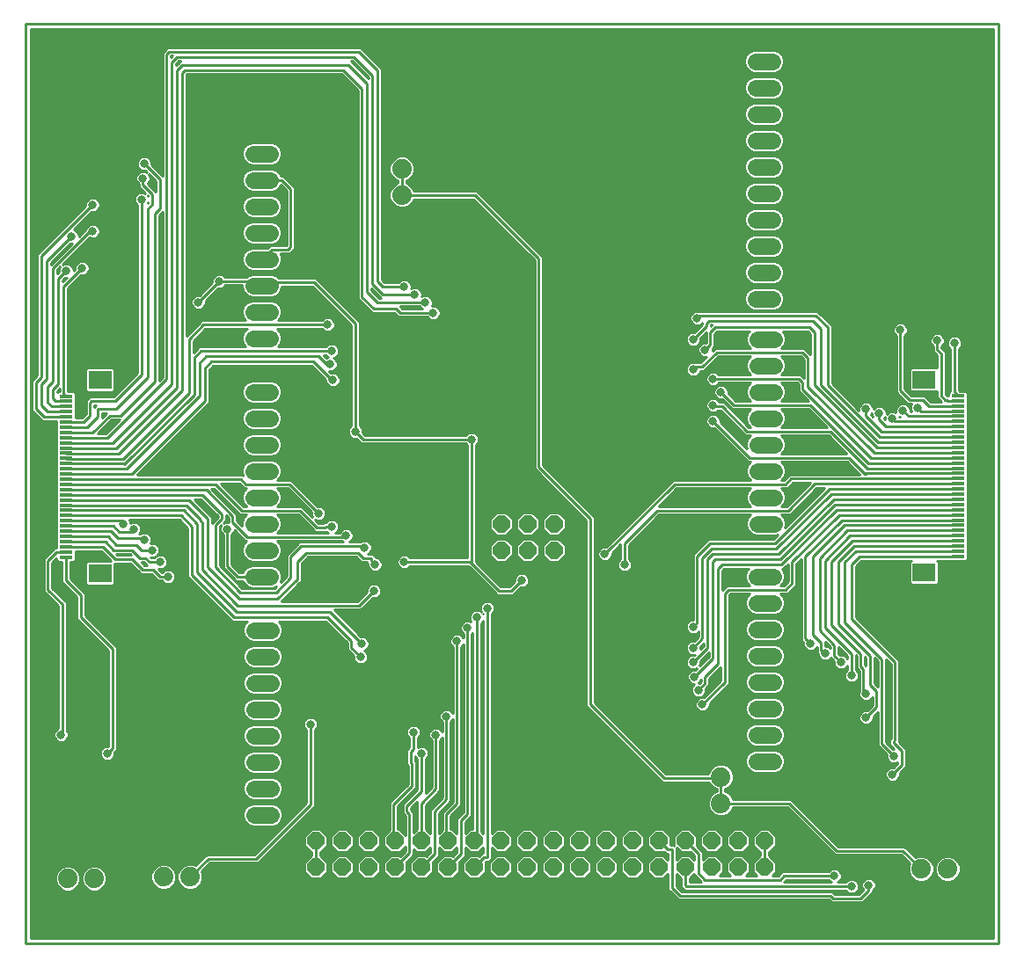
<source format=gtl>
G75*
%MOIN*%
%OFA0B0*%
%FSLAX25Y25*%
%IPPOS*%
%LPD*%
%AMOC8*
5,1,8,0,0,1.08239X$1,22.5*
%
%ADD10C,0.01000*%
%ADD11C,0.06400*%
%ADD12OC8,0.06400*%
%ADD13R,0.05118X0.01181*%
%ADD14R,0.08661X0.07087*%
%ADD15C,0.07400*%
%ADD16C,0.03200*%
D10*
X0001500Y0001799D02*
X0370161Y0001799D01*
X0370161Y0350500D01*
X0001500Y0350500D01*
X0001500Y0001799D01*
X0003500Y0003799D02*
X0003500Y0348500D01*
X0368161Y0348500D01*
X0368161Y0003799D01*
X0003500Y0003799D01*
X0003500Y0003997D02*
X0368161Y0003997D01*
X0368161Y0004996D02*
X0003500Y0004996D01*
X0003500Y0005994D02*
X0368161Y0005994D01*
X0368161Y0006993D02*
X0003500Y0006993D01*
X0003500Y0007991D02*
X0368161Y0007991D01*
X0368161Y0008990D02*
X0003500Y0008990D01*
X0003500Y0009988D02*
X0368161Y0009988D01*
X0368161Y0010987D02*
X0003500Y0010987D01*
X0003500Y0011985D02*
X0368161Y0011985D01*
X0368161Y0012984D02*
X0003500Y0012984D01*
X0003500Y0013982D02*
X0368161Y0013982D01*
X0368161Y0014981D02*
X0003500Y0014981D01*
X0003500Y0015979D02*
X0368161Y0015979D01*
X0368161Y0016978D02*
X0003500Y0016978D01*
X0003500Y0017976D02*
X0306161Y0017976D01*
X0305737Y0018400D02*
X0306737Y0017400D01*
X0318563Y0017400D01*
X0319500Y0018337D01*
X0322500Y0021337D01*
X0322500Y0021782D01*
X0323189Y0022471D01*
X0323600Y0023463D01*
X0323600Y0024537D01*
X0323189Y0025529D01*
X0322429Y0026289D01*
X0321437Y0026700D01*
X0320363Y0026700D01*
X0319371Y0026289D01*
X0318611Y0025529D01*
X0318200Y0024537D01*
X0318200Y0023463D01*
X0318611Y0022471D01*
X0318859Y0022222D01*
X0317237Y0020600D01*
X0308063Y0020600D01*
X0307063Y0021600D01*
X0250063Y0021600D01*
X0248000Y0023663D01*
X0248000Y0028157D01*
X0249658Y0026500D01*
X0249800Y0026500D01*
X0249800Y0023337D01*
X0250737Y0022400D01*
X0251237Y0021900D01*
X0312182Y0021900D01*
X0312871Y0021211D01*
X0313863Y0020800D01*
X0314937Y0020800D01*
X0315929Y0021211D01*
X0316689Y0021971D01*
X0317100Y0022963D01*
X0317100Y0024037D01*
X0316689Y0025029D01*
X0315929Y0025789D01*
X0314937Y0026200D01*
X0313863Y0026200D01*
X0312871Y0025789D01*
X0312182Y0025100D01*
X0309161Y0025100D01*
X0309429Y0025211D01*
X0310189Y0025971D01*
X0310600Y0026963D01*
X0310600Y0028037D01*
X0310189Y0029029D01*
X0309429Y0029789D01*
X0308437Y0030200D01*
X0307363Y0030200D01*
X0306371Y0029789D01*
X0305682Y0029100D01*
X0288237Y0029100D01*
X0286737Y0027600D01*
X0284321Y0027600D01*
X0285739Y0029018D01*
X0285739Y0032581D01*
X0283220Y0035100D01*
X0283039Y0035100D01*
X0283039Y0036500D01*
X0283220Y0036500D01*
X0285739Y0039018D01*
X0285739Y0042581D01*
X0283220Y0045100D01*
X0279658Y0045100D01*
X0277139Y0042581D01*
X0277139Y0039018D01*
X0279658Y0036500D01*
X0279839Y0036500D01*
X0279839Y0035100D01*
X0279658Y0035100D01*
X0277139Y0032581D01*
X0277139Y0029018D01*
X0278557Y0027600D01*
X0274321Y0027600D01*
X0275739Y0029018D01*
X0275739Y0032581D01*
X0273220Y0035100D01*
X0269658Y0035100D01*
X0267139Y0032581D01*
X0267139Y0029018D01*
X0268557Y0027600D01*
X0264321Y0027600D01*
X0265739Y0029018D01*
X0265739Y0032581D01*
X0263220Y0035100D01*
X0259658Y0035100D01*
X0258000Y0033442D01*
X0258000Y0036501D01*
X0255611Y0038890D01*
X0255739Y0039018D01*
X0255739Y0042581D01*
X0253220Y0045100D01*
X0249658Y0045100D01*
X0247139Y0042581D01*
X0247139Y0039024D01*
X0247063Y0039100D01*
X0245739Y0039100D01*
X0245739Y0042581D01*
X0243220Y0045100D01*
X0239658Y0045100D01*
X0237139Y0042581D01*
X0237139Y0039018D01*
X0239658Y0036500D01*
X0243220Y0036500D01*
X0243348Y0036628D01*
X0244076Y0035900D01*
X0244800Y0035900D01*
X0244800Y0033520D01*
X0243220Y0035100D01*
X0239658Y0035100D01*
X0237139Y0032581D01*
X0237139Y0029018D01*
X0239658Y0026500D01*
X0243220Y0026500D01*
X0244800Y0028079D01*
X0244800Y0022337D01*
X0245737Y0021400D01*
X0248737Y0018400D01*
X0305737Y0018400D01*
X0306400Y0020000D02*
X0307400Y0019000D01*
X0317900Y0019000D01*
X0320900Y0022000D01*
X0320900Y0024000D01*
X0323395Y0022969D02*
X0368161Y0022969D01*
X0368161Y0023967D02*
X0323600Y0023967D01*
X0323422Y0024966D02*
X0368161Y0024966D01*
X0368161Y0025964D02*
X0353358Y0025964D01*
X0353519Y0026031D02*
X0351755Y0025300D01*
X0349845Y0025300D01*
X0348081Y0026031D01*
X0346731Y0027381D01*
X0346000Y0029145D01*
X0346000Y0031055D01*
X0346731Y0032819D01*
X0348081Y0034169D01*
X0349845Y0034900D01*
X0351755Y0034900D01*
X0353519Y0034169D01*
X0354869Y0032819D01*
X0355600Y0031055D01*
X0355600Y0029145D01*
X0354869Y0027381D01*
X0353519Y0026031D01*
X0354451Y0026963D02*
X0368161Y0026963D01*
X0368161Y0027961D02*
X0355110Y0027961D01*
X0355523Y0028960D02*
X0368161Y0028960D01*
X0368161Y0029958D02*
X0355600Y0029958D01*
X0355600Y0030957D02*
X0368161Y0030957D01*
X0368161Y0031955D02*
X0355227Y0031955D01*
X0354734Y0032954D02*
X0368161Y0032954D01*
X0368161Y0033952D02*
X0353736Y0033952D01*
X0347864Y0033952D02*
X0343736Y0033952D01*
X0343519Y0034169D02*
X0341755Y0034900D01*
X0339845Y0034900D01*
X0338726Y0034436D01*
X0334563Y0038600D01*
X0309563Y0038600D01*
X0291563Y0056600D01*
X0269433Y0056600D01*
X0268969Y0057719D01*
X0267619Y0059069D01*
X0266500Y0059533D01*
X0266500Y0060467D01*
X0267619Y0060931D01*
X0268969Y0062281D01*
X0269700Y0064045D01*
X0269700Y0065955D01*
X0268969Y0067719D01*
X0267619Y0069069D01*
X0265855Y0069800D01*
X0263945Y0069800D01*
X0262181Y0069069D01*
X0260831Y0067719D01*
X0260160Y0066100D01*
X0244063Y0066100D01*
X0217000Y0093163D01*
X0217000Y0163663D01*
X0216063Y0164600D01*
X0197500Y0183163D01*
X0197500Y0262163D01*
X0196563Y0263100D01*
X0172463Y0287200D01*
X0148533Y0287200D01*
X0148069Y0288319D01*
X0146719Y0289669D01*
X0145600Y0290133D01*
X0145600Y0291067D01*
X0146719Y0291531D01*
X0148069Y0292881D01*
X0148800Y0294645D01*
X0148800Y0296555D01*
X0148069Y0298319D01*
X0146719Y0299669D01*
X0144955Y0300400D01*
X0143045Y0300400D01*
X0141281Y0299669D01*
X0139931Y0298319D01*
X0139200Y0296555D01*
X0139200Y0294645D01*
X0139931Y0292881D01*
X0141281Y0291531D01*
X0142400Y0291067D01*
X0142400Y0290133D01*
X0141281Y0289669D01*
X0139931Y0288319D01*
X0139200Y0286555D01*
X0139200Y0284645D01*
X0139931Y0282881D01*
X0141281Y0281531D01*
X0143045Y0280800D01*
X0144955Y0280800D01*
X0146719Y0281531D01*
X0148069Y0282881D01*
X0148533Y0284000D01*
X0171137Y0284000D01*
X0194300Y0260837D01*
X0194300Y0181837D01*
X0213800Y0162337D01*
X0213800Y0091837D01*
X0241800Y0063837D01*
X0242737Y0062900D01*
X0260574Y0062900D01*
X0260831Y0062281D01*
X0262181Y0060931D01*
X0263300Y0060467D01*
X0263300Y0059533D01*
X0262181Y0059069D01*
X0260831Y0057719D01*
X0260100Y0055955D01*
X0260100Y0054045D01*
X0260831Y0052281D01*
X0262181Y0050931D01*
X0263945Y0050200D01*
X0265855Y0050200D01*
X0267619Y0050931D01*
X0268969Y0052281D01*
X0269433Y0053400D01*
X0290237Y0053400D01*
X0307300Y0036337D01*
X0308237Y0035400D01*
X0333237Y0035400D01*
X0336464Y0032174D01*
X0336000Y0031055D01*
X0336000Y0029145D01*
X0336731Y0027381D01*
X0338081Y0026031D01*
X0339845Y0025300D01*
X0341755Y0025300D01*
X0343519Y0026031D01*
X0344869Y0027381D01*
X0345600Y0029145D01*
X0345600Y0031055D01*
X0344869Y0032819D01*
X0343519Y0034169D01*
X0344734Y0032954D02*
X0346866Y0032954D01*
X0346373Y0031955D02*
X0345227Y0031955D01*
X0345600Y0030957D02*
X0346000Y0030957D01*
X0346000Y0029958D02*
X0345600Y0029958D01*
X0345523Y0028960D02*
X0346077Y0028960D01*
X0346490Y0027961D02*
X0345110Y0027961D01*
X0344451Y0026963D02*
X0347149Y0026963D01*
X0348242Y0025964D02*
X0343358Y0025964D01*
X0340800Y0030100D02*
X0333900Y0037000D01*
X0308900Y0037000D01*
X0290900Y0055000D01*
X0264900Y0055000D01*
X0264900Y0065000D01*
X0264400Y0064500D01*
X0243400Y0064500D01*
X0215400Y0092500D01*
X0215400Y0163000D01*
X0195900Y0182500D01*
X0195900Y0261500D01*
X0171800Y0285600D01*
X0144000Y0285600D01*
X0144000Y0295600D01*
X0139200Y0295562D02*
X0136500Y0295562D01*
X0136500Y0294564D02*
X0139234Y0294564D01*
X0139647Y0293565D02*
X0136500Y0293565D01*
X0136500Y0292567D02*
X0140245Y0292567D01*
X0141243Y0291568D02*
X0136500Y0291568D01*
X0136500Y0290570D02*
X0142400Y0290570D01*
X0141183Y0289571D02*
X0136500Y0289571D01*
X0136500Y0288573D02*
X0140185Y0288573D01*
X0139622Y0287574D02*
X0136500Y0287574D01*
X0136500Y0286576D02*
X0139209Y0286576D01*
X0139200Y0285577D02*
X0136500Y0285577D01*
X0136500Y0284579D02*
X0139228Y0284579D01*
X0139641Y0283580D02*
X0136500Y0283580D01*
X0136500Y0282582D02*
X0140230Y0282582D01*
X0141229Y0281583D02*
X0136500Y0281583D01*
X0136500Y0280585D02*
X0174553Y0280585D01*
X0175551Y0279586D02*
X0136500Y0279586D01*
X0136500Y0278588D02*
X0176550Y0278588D01*
X0177548Y0277589D02*
X0136500Y0277589D01*
X0136500Y0276591D02*
X0178547Y0276591D01*
X0179545Y0275592D02*
X0136500Y0275592D01*
X0136500Y0274594D02*
X0180544Y0274594D01*
X0181542Y0273595D02*
X0136500Y0273595D01*
X0136500Y0272597D02*
X0182541Y0272597D01*
X0183539Y0271598D02*
X0136500Y0271598D01*
X0136500Y0270600D02*
X0184538Y0270600D01*
X0185536Y0269601D02*
X0136500Y0269601D01*
X0136500Y0268603D02*
X0186535Y0268603D01*
X0187533Y0267604D02*
X0136500Y0267604D01*
X0136500Y0266605D02*
X0188532Y0266605D01*
X0189530Y0265607D02*
X0136500Y0265607D01*
X0136500Y0264608D02*
X0190529Y0264608D01*
X0191527Y0263610D02*
X0136500Y0263610D01*
X0136500Y0262611D02*
X0192526Y0262611D01*
X0193524Y0261613D02*
X0136500Y0261613D01*
X0136500Y0260614D02*
X0194300Y0260614D01*
X0194300Y0259616D02*
X0136500Y0259616D01*
X0136500Y0258617D02*
X0194300Y0258617D01*
X0194300Y0257619D02*
X0136500Y0257619D01*
X0136500Y0256620D02*
X0194300Y0256620D01*
X0194300Y0255622D02*
X0136500Y0255622D01*
X0136500Y0254623D02*
X0194300Y0254623D01*
X0194300Y0253625D02*
X0145618Y0253625D01*
X0145437Y0253700D02*
X0144363Y0253700D01*
X0143371Y0253289D01*
X0142682Y0252600D01*
X0137563Y0252600D01*
X0136500Y0253663D01*
X0136500Y0333663D01*
X0135563Y0334600D01*
X0128563Y0341600D01*
X0055237Y0341600D01*
X0054300Y0340663D01*
X0053300Y0339663D01*
X0053300Y0292863D01*
X0049100Y0297063D01*
X0049100Y0298037D01*
X0048689Y0299029D01*
X0047929Y0299789D01*
X0046937Y0300200D01*
X0045863Y0300200D01*
X0044871Y0299789D01*
X0044111Y0299029D01*
X0043700Y0298037D01*
X0043700Y0296963D01*
X0044111Y0295971D01*
X0044871Y0295211D01*
X0045863Y0294800D01*
X0046837Y0294800D01*
X0047291Y0294346D01*
X0046437Y0294700D01*
X0045363Y0294700D01*
X0044371Y0294289D01*
X0043611Y0293529D01*
X0043200Y0292537D01*
X0043200Y0291463D01*
X0043611Y0290471D01*
X0044300Y0289782D01*
X0044300Y0288837D01*
X0045237Y0287900D01*
X0046791Y0286346D01*
X0045937Y0286700D01*
X0044863Y0286700D01*
X0043871Y0286289D01*
X0043111Y0285529D01*
X0042700Y0284537D01*
X0042700Y0283463D01*
X0043111Y0282471D01*
X0043800Y0281782D01*
X0043800Y0218163D01*
X0034737Y0209100D01*
X0025737Y0209100D01*
X0024800Y0208163D01*
X0024300Y0207663D01*
X0024300Y0202663D01*
X0022737Y0201100D01*
X0020471Y0201100D01*
X0020471Y0210426D01*
X0019827Y0211070D01*
X0017500Y0211070D01*
X0017500Y0250337D01*
X0022463Y0255300D01*
X0023437Y0255300D01*
X0024429Y0255711D01*
X0025189Y0256471D01*
X0025600Y0257463D01*
X0025600Y0258537D01*
X0025189Y0259529D01*
X0024429Y0260289D01*
X0023437Y0260700D01*
X0022363Y0260700D01*
X0021371Y0260289D01*
X0020611Y0259529D01*
X0020200Y0258537D01*
X0020200Y0257563D01*
X0019600Y0256963D01*
X0019600Y0257537D01*
X0019189Y0258529D01*
X0018429Y0259289D01*
X0017437Y0259700D01*
X0016363Y0259700D01*
X0015509Y0259346D01*
X0025726Y0269564D01*
X0026363Y0269300D01*
X0027437Y0269300D01*
X0028429Y0269711D01*
X0029189Y0270471D01*
X0029600Y0271463D01*
X0029600Y0272537D01*
X0029189Y0273529D01*
X0028429Y0274289D01*
X0027437Y0274700D01*
X0026363Y0274700D01*
X0025371Y0274289D01*
X0024611Y0273529D01*
X0024218Y0272581D01*
X0021600Y0269963D01*
X0021600Y0270537D01*
X0021189Y0271529D01*
X0020429Y0272289D01*
X0019738Y0272575D01*
X0026463Y0279300D01*
X0027437Y0279300D01*
X0028429Y0279711D01*
X0029189Y0280471D01*
X0029600Y0281463D01*
X0029600Y0282537D01*
X0029189Y0283529D01*
X0028429Y0284289D01*
X0027437Y0284700D01*
X0026363Y0284700D01*
X0025371Y0284289D01*
X0024611Y0283529D01*
X0024200Y0282537D01*
X0024200Y0281563D01*
X0005800Y0263163D01*
X0005800Y0217163D01*
X0003800Y0215163D01*
X0003800Y0203837D01*
X0004737Y0202900D01*
X0007737Y0199900D01*
X0013153Y0199900D01*
X0013153Y0151924D01*
X0012562Y0151924D01*
X0009237Y0148600D01*
X0008300Y0147663D01*
X0008300Y0135337D01*
X0013800Y0129837D01*
X0013800Y0083467D01*
X0013371Y0083289D01*
X0012611Y0082529D01*
X0012200Y0081537D01*
X0012200Y0080463D01*
X0012611Y0079471D01*
X0013371Y0078711D01*
X0014363Y0078300D01*
X0015437Y0078300D01*
X0016429Y0078711D01*
X0017189Y0079471D01*
X0017600Y0080463D01*
X0017600Y0081537D01*
X0017189Y0082529D01*
X0017000Y0082718D01*
X0017000Y0131163D01*
X0016063Y0132100D01*
X0011500Y0136663D01*
X0011500Y0146337D01*
X0013153Y0147990D01*
X0013153Y0147310D01*
X0013797Y0146665D01*
X0015212Y0146665D01*
X0015212Y0138925D01*
X0020800Y0133337D01*
X0020800Y0124837D01*
X0032800Y0112837D01*
X0032800Y0076700D01*
X0031863Y0076700D01*
X0030871Y0076289D01*
X0030111Y0075529D01*
X0029700Y0074537D01*
X0029700Y0073463D01*
X0030111Y0072471D01*
X0030871Y0071711D01*
X0031863Y0071300D01*
X0032937Y0071300D01*
X0033929Y0071711D01*
X0034689Y0072471D01*
X0035100Y0073463D01*
X0035100Y0074437D01*
X0036000Y0075337D01*
X0036000Y0114163D01*
X0035063Y0115100D01*
X0024000Y0126163D01*
X0024000Y0134663D01*
X0023063Y0135600D01*
X0018412Y0140251D01*
X0018412Y0146665D01*
X0019827Y0146665D01*
X0020471Y0147310D01*
X0020471Y0150693D01*
X0029944Y0150693D01*
X0033740Y0146897D01*
X0024821Y0146897D01*
X0024176Y0146252D01*
X0024176Y0138255D01*
X0024821Y0137610D01*
X0034393Y0137610D01*
X0035038Y0138255D01*
X0035038Y0145900D01*
X0041237Y0145900D01*
X0044300Y0142837D01*
X0045237Y0141900D01*
X0049237Y0141900D01*
X0050800Y0140337D01*
X0051737Y0139400D01*
X0053182Y0139400D01*
X0053871Y0138711D01*
X0054863Y0138300D01*
X0055937Y0138300D01*
X0056929Y0138711D01*
X0057689Y0139471D01*
X0058100Y0140463D01*
X0058100Y0141537D01*
X0057689Y0142529D01*
X0056929Y0143289D01*
X0055937Y0143700D01*
X0054863Y0143700D01*
X0053871Y0143289D01*
X0053182Y0142600D01*
X0053063Y0142600D01*
X0051863Y0143800D01*
X0052937Y0143800D01*
X0053929Y0144211D01*
X0054689Y0144971D01*
X0055100Y0145963D01*
X0055100Y0147037D01*
X0054689Y0148029D01*
X0053929Y0148789D01*
X0052937Y0149200D01*
X0051863Y0149200D01*
X0051104Y0148886D01*
X0051689Y0149471D01*
X0052100Y0150463D01*
X0052100Y0151537D01*
X0051689Y0152529D01*
X0050929Y0153289D01*
X0049937Y0153700D01*
X0048863Y0153700D01*
X0048768Y0153660D01*
X0049100Y0154463D01*
X0049100Y0155537D01*
X0048689Y0156529D01*
X0047929Y0157289D01*
X0046937Y0157700D01*
X0045863Y0157700D01*
X0044871Y0157289D01*
X0044682Y0157100D01*
X0044318Y0157100D01*
X0044689Y0157471D01*
X0045100Y0158463D01*
X0045100Y0159537D01*
X0044689Y0160529D01*
X0043929Y0161289D01*
X0042937Y0161700D01*
X0041863Y0161700D01*
X0041100Y0161384D01*
X0041100Y0161537D01*
X0040699Y0162504D01*
X0059633Y0162504D01*
X0062800Y0159337D01*
X0062800Y0140837D01*
X0078800Y0124837D01*
X0079737Y0123900D01*
X0085276Y0123900D01*
X0084474Y0123098D01*
X0083819Y0121518D01*
X0083819Y0119807D01*
X0084474Y0118227D01*
X0085684Y0117017D01*
X0087264Y0116363D01*
X0095375Y0116363D01*
X0096955Y0117017D01*
X0098165Y0118227D01*
X0098819Y0119807D01*
X0098819Y0121518D01*
X0098165Y0123098D01*
X0097363Y0123900D01*
X0115237Y0123900D01*
X0123300Y0115837D01*
X0123300Y0113337D01*
X0125700Y0110937D01*
X0125700Y0109963D01*
X0126111Y0108971D01*
X0126871Y0108211D01*
X0127863Y0107800D01*
X0128937Y0107800D01*
X0129929Y0108211D01*
X0130689Y0108971D01*
X0131100Y0109963D01*
X0131100Y0111037D01*
X0130689Y0112029D01*
X0129929Y0112789D01*
X0129670Y0112896D01*
X0130429Y0113211D01*
X0131189Y0113971D01*
X0131600Y0114963D01*
X0131600Y0116037D01*
X0131189Y0117029D01*
X0130429Y0117789D01*
X0129437Y0118200D01*
X0128463Y0118200D01*
X0118263Y0128400D01*
X0128563Y0128400D01*
X0132963Y0132800D01*
X0133937Y0132800D01*
X0134929Y0133211D01*
X0135689Y0133971D01*
X0136100Y0134963D01*
X0136100Y0136037D01*
X0135689Y0137029D01*
X0134929Y0137789D01*
X0133937Y0138200D01*
X0132863Y0138200D01*
X0131871Y0137789D01*
X0131111Y0137029D01*
X0130700Y0136037D01*
X0130700Y0135063D01*
X0127237Y0131600D01*
X0098263Y0131600D01*
X0105063Y0138400D01*
X0106000Y0139337D01*
X0106000Y0145837D01*
X0108563Y0148400D01*
X0126737Y0148400D01*
X0127800Y0147337D01*
X0128737Y0146400D01*
X0130800Y0146400D01*
X0130800Y0146337D01*
X0131200Y0145937D01*
X0131200Y0144963D01*
X0131611Y0143971D01*
X0132371Y0143211D01*
X0133363Y0142800D01*
X0134437Y0142800D01*
X0135429Y0143211D01*
X0136189Y0143971D01*
X0136600Y0144963D01*
X0136600Y0146037D01*
X0136189Y0147029D01*
X0135429Y0147789D01*
X0134437Y0148200D01*
X0134000Y0148200D01*
X0134000Y0148663D01*
X0133063Y0149600D01*
X0131161Y0149600D01*
X0131429Y0149711D01*
X0132189Y0150471D01*
X0132600Y0151463D01*
X0132600Y0152537D01*
X0132189Y0153529D01*
X0131429Y0154289D01*
X0130437Y0154700D01*
X0129363Y0154700D01*
X0128371Y0154289D01*
X0128182Y0154100D01*
X0124161Y0154100D01*
X0124429Y0154211D01*
X0125189Y0154971D01*
X0125600Y0155963D01*
X0125600Y0157037D01*
X0125189Y0158029D01*
X0124429Y0158789D01*
X0123437Y0159200D01*
X0122363Y0159200D01*
X0121371Y0158789D01*
X0120611Y0158029D01*
X0120433Y0157600D01*
X0118661Y0157600D01*
X0118929Y0157711D01*
X0119689Y0158471D01*
X0120100Y0159463D01*
X0120100Y0160537D01*
X0119689Y0161529D01*
X0118929Y0162289D01*
X0117937Y0162700D01*
X0116863Y0162700D01*
X0115871Y0162289D01*
X0115182Y0161600D01*
X0114737Y0161600D01*
X0114237Y0161100D01*
X0112563Y0161100D01*
X0111009Y0162654D01*
X0111863Y0162300D01*
X0112937Y0162300D01*
X0113929Y0162711D01*
X0114689Y0163471D01*
X0115100Y0164463D01*
X0115100Y0165537D01*
X0114689Y0166529D01*
X0113929Y0167289D01*
X0112937Y0167700D01*
X0111963Y0167700D01*
X0102063Y0177600D01*
X0096880Y0177600D01*
X0097831Y0178551D01*
X0098486Y0180132D01*
X0098486Y0181842D01*
X0097831Y0183423D01*
X0096622Y0184632D01*
X0095041Y0185287D01*
X0086931Y0185287D01*
X0085350Y0184632D01*
X0084141Y0183423D01*
X0083486Y0181842D01*
X0083486Y0180132D01*
X0083808Y0179355D01*
X0083679Y0179483D01*
X0043646Y0179483D01*
X0070063Y0205900D01*
X0071000Y0206837D01*
X0071000Y0219337D01*
X0072563Y0220900D01*
X0109737Y0220900D01*
X0115200Y0215437D01*
X0115200Y0214963D01*
X0115611Y0213971D01*
X0116371Y0213211D01*
X0117363Y0212800D01*
X0118437Y0212800D01*
X0119429Y0213211D01*
X0120189Y0213971D01*
X0120600Y0214963D01*
X0120600Y0216037D01*
X0120189Y0217029D01*
X0119429Y0217789D01*
X0118437Y0218200D01*
X0117363Y0218200D01*
X0117080Y0218083D01*
X0116363Y0218800D01*
X0117437Y0218800D01*
X0118429Y0219211D01*
X0119189Y0219971D01*
X0119600Y0220963D01*
X0119600Y0222037D01*
X0119189Y0223029D01*
X0118429Y0223789D01*
X0118170Y0223896D01*
X0118929Y0224211D01*
X0119689Y0224971D01*
X0120100Y0225963D01*
X0120100Y0227037D01*
X0119689Y0228029D01*
X0118929Y0228789D01*
X0117937Y0229200D01*
X0116863Y0229200D01*
X0115871Y0228789D01*
X0115182Y0228100D01*
X0097056Y0228100D01*
X0097831Y0228876D01*
X0098486Y0230456D01*
X0098486Y0232167D01*
X0097831Y0233747D01*
X0096678Y0234900D01*
X0113682Y0234900D01*
X0114371Y0234211D01*
X0115363Y0233800D01*
X0116437Y0233800D01*
X0117429Y0234211D01*
X0118189Y0234971D01*
X0118600Y0235963D01*
X0118600Y0237037D01*
X0118189Y0238029D01*
X0117429Y0238789D01*
X0116437Y0239200D01*
X0115363Y0239200D01*
X0114371Y0238789D01*
X0113682Y0238100D01*
X0097056Y0238100D01*
X0097831Y0238876D01*
X0098486Y0240456D01*
X0098486Y0242167D01*
X0097831Y0243747D01*
X0096622Y0244957D01*
X0095041Y0245611D01*
X0086931Y0245611D01*
X0085350Y0244957D01*
X0084141Y0243747D01*
X0083486Y0242167D01*
X0083486Y0240456D01*
X0084141Y0238876D01*
X0084916Y0238100D01*
X0068237Y0238100D01*
X0067300Y0237163D01*
X0062500Y0232363D01*
X0062500Y0331337D01*
X0062563Y0331400D01*
X0121237Y0331400D01*
X0127300Y0325337D01*
X0127300Y0246337D01*
X0131800Y0241837D01*
X0132737Y0240900D01*
X0141237Y0240900D01*
X0141800Y0240337D01*
X0142737Y0239400D01*
X0153682Y0239400D01*
X0154371Y0238711D01*
X0155363Y0238300D01*
X0156437Y0238300D01*
X0157429Y0238711D01*
X0158189Y0239471D01*
X0158600Y0240463D01*
X0158600Y0241537D01*
X0158189Y0242529D01*
X0157429Y0243289D01*
X0156437Y0243700D01*
X0155363Y0243700D01*
X0155268Y0243660D01*
X0155600Y0244463D01*
X0155600Y0245537D01*
X0155189Y0246529D01*
X0154429Y0247289D01*
X0153437Y0247700D01*
X0152363Y0247700D01*
X0151560Y0247368D01*
X0151600Y0247463D01*
X0151600Y0248537D01*
X0151189Y0249529D01*
X0150429Y0250289D01*
X0149437Y0250700D01*
X0148363Y0250700D01*
X0147560Y0250368D01*
X0147600Y0250463D01*
X0147600Y0251537D01*
X0147189Y0252529D01*
X0146429Y0253289D01*
X0145437Y0253700D01*
X0144182Y0253625D02*
X0136538Y0253625D01*
X0137536Y0252626D02*
X0142708Y0252626D01*
X0144900Y0251000D02*
X0136900Y0251000D01*
X0134900Y0253000D01*
X0134900Y0333000D01*
X0127900Y0340000D01*
X0055900Y0340000D01*
X0054900Y0339000D01*
X0054900Y0216000D01*
X0032400Y0193500D01*
X0016943Y0193500D01*
X0016812Y0193631D01*
X0016912Y0195500D02*
X0026900Y0195500D01*
X0033400Y0202000D01*
X0037400Y0202000D01*
X0050400Y0215000D01*
X0050400Y0278500D01*
X0052400Y0280500D01*
X0052400Y0291500D01*
X0046400Y0297500D01*
X0043916Y0298558D02*
X0003500Y0298558D01*
X0003500Y0299556D02*
X0044638Y0299556D01*
X0043700Y0297559D02*
X0003500Y0297559D01*
X0003500Y0296561D02*
X0043867Y0296561D01*
X0044519Y0295562D02*
X0003500Y0295562D01*
X0003500Y0294564D02*
X0045034Y0294564D01*
X0043647Y0293565D02*
X0003500Y0293565D01*
X0003500Y0292567D02*
X0043212Y0292567D01*
X0043200Y0291568D02*
X0003500Y0291568D01*
X0003500Y0290570D02*
X0043570Y0290570D01*
X0044300Y0289571D02*
X0003500Y0289571D01*
X0003500Y0288573D02*
X0044565Y0288573D01*
X0045563Y0287574D02*
X0003500Y0287574D01*
X0003500Y0286576D02*
X0044563Y0286576D01*
X0046237Y0286576D02*
X0046562Y0286576D01*
X0047746Y0285391D02*
X0047800Y0285337D01*
X0047800Y0285261D01*
X0047746Y0285391D01*
X0049400Y0286000D02*
X0045900Y0289500D01*
X0045900Y0292000D01*
X0047691Y0289972D02*
X0048189Y0290471D01*
X0048600Y0291463D01*
X0048600Y0292537D01*
X0048246Y0293391D01*
X0050800Y0290837D01*
X0050800Y0286863D01*
X0047691Y0289972D01*
X0048091Y0289571D02*
X0050800Y0289571D01*
X0050800Y0288573D02*
X0049090Y0288573D01*
X0050088Y0287574D02*
X0050800Y0287574D01*
X0049400Y0286000D02*
X0049400Y0282000D01*
X0047900Y0280500D01*
X0047900Y0216500D01*
X0035900Y0204500D01*
X0028900Y0204500D01*
X0028900Y0201500D01*
X0024900Y0197500D01*
X0016880Y0197500D01*
X0016812Y0197569D01*
X0016849Y0199500D02*
X0023400Y0199500D01*
X0025900Y0202000D01*
X0025900Y0207000D01*
X0026400Y0207500D01*
X0035400Y0207500D01*
X0045400Y0217500D01*
X0045400Y0284000D01*
X0047800Y0282739D02*
X0047800Y0282663D01*
X0047746Y0282609D01*
X0047800Y0282739D01*
X0043800Y0281583D02*
X0029600Y0281583D01*
X0029582Y0282582D02*
X0043065Y0282582D01*
X0042700Y0283580D02*
X0029138Y0283580D01*
X0027730Y0284579D02*
X0042717Y0284579D01*
X0043159Y0285577D02*
X0003500Y0285577D01*
X0003500Y0284579D02*
X0026070Y0284579D01*
X0024662Y0283580D02*
X0003500Y0283580D01*
X0003500Y0282582D02*
X0024218Y0282582D01*
X0024200Y0281583D02*
X0003500Y0281583D01*
X0003500Y0280585D02*
X0023222Y0280585D01*
X0022223Y0279586D02*
X0003500Y0279586D01*
X0003500Y0278588D02*
X0021225Y0278588D01*
X0020226Y0277589D02*
X0003500Y0277589D01*
X0003500Y0276591D02*
X0019228Y0276591D01*
X0018229Y0275592D02*
X0003500Y0275592D01*
X0003500Y0274594D02*
X0017231Y0274594D01*
X0016232Y0273595D02*
X0003500Y0273595D01*
X0003500Y0272597D02*
X0015234Y0272597D01*
X0014235Y0271598D02*
X0003500Y0271598D01*
X0003500Y0270600D02*
X0013237Y0270600D01*
X0012238Y0269601D02*
X0003500Y0269601D01*
X0003500Y0268603D02*
X0011240Y0268603D01*
X0010241Y0267604D02*
X0003500Y0267604D01*
X0003500Y0266605D02*
X0009243Y0266605D01*
X0008244Y0265607D02*
X0003500Y0265607D01*
X0003500Y0264608D02*
X0007246Y0264608D01*
X0006247Y0263610D02*
X0003500Y0263610D01*
X0003500Y0262611D02*
X0005800Y0262611D01*
X0005800Y0261613D02*
X0003500Y0261613D01*
X0003500Y0260614D02*
X0005800Y0260614D01*
X0005800Y0259616D02*
X0003500Y0259616D01*
X0003500Y0258617D02*
X0005800Y0258617D01*
X0005800Y0257619D02*
X0003500Y0257619D01*
X0003500Y0256620D02*
X0005800Y0256620D01*
X0005800Y0255622D02*
X0003500Y0255622D01*
X0003500Y0254623D02*
X0005800Y0254623D01*
X0005800Y0253625D02*
X0003500Y0253625D01*
X0003500Y0252626D02*
X0005800Y0252626D01*
X0005800Y0251628D02*
X0003500Y0251628D01*
X0003500Y0250629D02*
X0005800Y0250629D01*
X0005800Y0249631D02*
X0003500Y0249631D01*
X0003500Y0248632D02*
X0005800Y0248632D01*
X0005800Y0247634D02*
X0003500Y0247634D01*
X0003500Y0246635D02*
X0005800Y0246635D01*
X0005800Y0245637D02*
X0003500Y0245637D01*
X0003500Y0244638D02*
X0005800Y0244638D01*
X0005800Y0243640D02*
X0003500Y0243640D01*
X0003500Y0242641D02*
X0005800Y0242641D01*
X0005800Y0241643D02*
X0003500Y0241643D01*
X0003500Y0240644D02*
X0005800Y0240644D01*
X0005800Y0239646D02*
X0003500Y0239646D01*
X0003500Y0238647D02*
X0005800Y0238647D01*
X0005800Y0237649D02*
X0003500Y0237649D01*
X0003500Y0236650D02*
X0005800Y0236650D01*
X0005800Y0235652D02*
X0003500Y0235652D01*
X0003500Y0234653D02*
X0005800Y0234653D01*
X0005800Y0233655D02*
X0003500Y0233655D01*
X0003500Y0232656D02*
X0005800Y0232656D01*
X0005800Y0231658D02*
X0003500Y0231658D01*
X0003500Y0230659D02*
X0005800Y0230659D01*
X0005800Y0229661D02*
X0003500Y0229661D01*
X0003500Y0228662D02*
X0005800Y0228662D01*
X0005800Y0227664D02*
X0003500Y0227664D01*
X0003500Y0226665D02*
X0005800Y0226665D01*
X0005800Y0225667D02*
X0003500Y0225667D01*
X0003500Y0224668D02*
X0005800Y0224668D01*
X0005800Y0223670D02*
X0003500Y0223670D01*
X0003500Y0222671D02*
X0005800Y0222671D01*
X0005800Y0221672D02*
X0003500Y0221672D01*
X0003500Y0220674D02*
X0005800Y0220674D01*
X0005800Y0219675D02*
X0003500Y0219675D01*
X0003500Y0218677D02*
X0005800Y0218677D01*
X0005800Y0217678D02*
X0003500Y0217678D01*
X0003500Y0216680D02*
X0005317Y0216680D01*
X0004319Y0215681D02*
X0003500Y0215681D01*
X0003500Y0214683D02*
X0003800Y0214683D01*
X0003800Y0213684D02*
X0003500Y0213684D01*
X0003500Y0212686D02*
X0003800Y0212686D01*
X0003800Y0211687D02*
X0003500Y0211687D01*
X0003500Y0210689D02*
X0003800Y0210689D01*
X0003800Y0209690D02*
X0003500Y0209690D01*
X0003500Y0208692D02*
X0003800Y0208692D01*
X0003800Y0207693D02*
X0003500Y0207693D01*
X0003500Y0206695D02*
X0003800Y0206695D01*
X0003800Y0205696D02*
X0003500Y0205696D01*
X0003500Y0204698D02*
X0003800Y0204698D01*
X0003938Y0203699D02*
X0003500Y0203699D01*
X0003500Y0202701D02*
X0004936Y0202701D01*
X0005935Y0201702D02*
X0003500Y0201702D01*
X0003500Y0200704D02*
X0006934Y0200704D01*
X0008400Y0201500D02*
X0005400Y0204500D01*
X0005400Y0214500D01*
X0007400Y0216500D01*
X0007400Y0262500D01*
X0026900Y0282000D01*
X0028128Y0279586D02*
X0043800Y0279586D01*
X0043800Y0278588D02*
X0025750Y0278588D01*
X0024752Y0277589D02*
X0043800Y0277589D01*
X0043800Y0276591D02*
X0023753Y0276591D01*
X0022755Y0275592D02*
X0043800Y0275592D01*
X0043800Y0274594D02*
X0027694Y0274594D01*
X0026106Y0274594D02*
X0021756Y0274594D01*
X0020758Y0273595D02*
X0024677Y0273595D01*
X0024225Y0272597D02*
X0019759Y0272597D01*
X0021120Y0271598D02*
X0023235Y0271598D01*
X0022237Y0270600D02*
X0021574Y0270600D01*
X0018900Y0270000D02*
X0009400Y0260500D01*
X0009400Y0216000D01*
X0007400Y0214000D01*
X0007400Y0206000D01*
X0009900Y0203500D01*
X0016786Y0203500D01*
X0016812Y0203474D01*
X0016812Y0201506D02*
X0016806Y0201500D01*
X0008400Y0201500D01*
X0011400Y0205500D02*
X0009900Y0207000D01*
X0009900Y0213000D01*
X0011900Y0215000D01*
X0011900Y0258000D01*
X0025900Y0272000D01*
X0026900Y0272000D01*
X0028164Y0269601D02*
X0043800Y0269601D01*
X0043800Y0268603D02*
X0024765Y0268603D01*
X0023767Y0267604D02*
X0043800Y0267604D01*
X0043800Y0266605D02*
X0022768Y0266605D01*
X0021770Y0265607D02*
X0043800Y0265607D01*
X0043800Y0264608D02*
X0020771Y0264608D01*
X0019773Y0263610D02*
X0043800Y0263610D01*
X0043800Y0262611D02*
X0018774Y0262611D01*
X0017776Y0261613D02*
X0043800Y0261613D01*
X0043800Y0260614D02*
X0023644Y0260614D01*
X0022156Y0260614D02*
X0016777Y0260614D01*
X0016160Y0259616D02*
X0015779Y0259616D01*
X0014554Y0258391D02*
X0014200Y0257537D01*
X0014200Y0256563D01*
X0013500Y0255863D01*
X0013500Y0257337D01*
X0014554Y0258391D01*
X0014234Y0257619D02*
X0013782Y0257619D01*
X0013500Y0256620D02*
X0014200Y0256620D01*
X0013900Y0254000D02*
X0016900Y0257000D01*
X0016937Y0254300D02*
X0015500Y0252863D01*
X0015500Y0253337D01*
X0016463Y0254300D01*
X0016937Y0254300D01*
X0016262Y0253625D02*
X0015788Y0253625D01*
X0013900Y0254000D02*
X0013900Y0214000D01*
X0011900Y0212000D01*
X0011900Y0208500D01*
X0012900Y0207500D01*
X0016723Y0207500D01*
X0016812Y0207411D01*
X0016754Y0205500D02*
X0011400Y0205500D01*
X0016754Y0205500D02*
X0016812Y0205443D01*
X0020471Y0205696D02*
X0024300Y0205696D01*
X0024300Y0204698D02*
X0020471Y0204698D01*
X0020471Y0203699D02*
X0024300Y0203699D01*
X0024300Y0202701D02*
X0020471Y0202701D01*
X0020471Y0201702D02*
X0023340Y0201702D01*
X0024300Y0206695D02*
X0020471Y0206695D01*
X0020471Y0207693D02*
X0024331Y0207693D01*
X0025329Y0208692D02*
X0020471Y0208692D01*
X0020471Y0209690D02*
X0035328Y0209690D01*
X0036326Y0210689D02*
X0020208Y0210689D01*
X0017500Y0211687D02*
X0024176Y0211687D01*
X0024176Y0211483D02*
X0024821Y0210839D01*
X0034393Y0210839D01*
X0035038Y0211483D01*
X0035038Y0219481D01*
X0034393Y0220125D01*
X0024821Y0220125D01*
X0024176Y0219481D01*
X0024176Y0211483D01*
X0024176Y0212686D02*
X0017500Y0212686D01*
X0017500Y0213684D02*
X0024176Y0213684D01*
X0024176Y0214683D02*
X0017500Y0214683D01*
X0017500Y0215681D02*
X0024176Y0215681D01*
X0024176Y0216680D02*
X0017500Y0216680D01*
X0017500Y0217678D02*
X0024176Y0217678D01*
X0024176Y0218677D02*
X0017500Y0218677D01*
X0017500Y0219675D02*
X0024371Y0219675D01*
X0017500Y0220674D02*
X0043800Y0220674D01*
X0043800Y0221672D02*
X0017500Y0221672D01*
X0017500Y0222671D02*
X0043800Y0222671D01*
X0043800Y0223670D02*
X0017500Y0223670D01*
X0017500Y0224668D02*
X0043800Y0224668D01*
X0043800Y0225667D02*
X0017500Y0225667D01*
X0017500Y0226665D02*
X0043800Y0226665D01*
X0043800Y0227664D02*
X0017500Y0227664D01*
X0017500Y0228662D02*
X0043800Y0228662D01*
X0043800Y0229661D02*
X0017500Y0229661D01*
X0017500Y0230659D02*
X0043800Y0230659D01*
X0043800Y0231658D02*
X0017500Y0231658D01*
X0017500Y0232656D02*
X0043800Y0232656D01*
X0043800Y0233655D02*
X0017500Y0233655D01*
X0017500Y0234653D02*
X0043800Y0234653D01*
X0043800Y0235652D02*
X0017500Y0235652D01*
X0017500Y0236650D02*
X0043800Y0236650D01*
X0043800Y0237649D02*
X0017500Y0237649D01*
X0017500Y0238647D02*
X0043800Y0238647D01*
X0043800Y0239646D02*
X0017500Y0239646D01*
X0017500Y0240644D02*
X0043800Y0240644D01*
X0043800Y0241643D02*
X0017500Y0241643D01*
X0017500Y0242641D02*
X0043800Y0242641D01*
X0043800Y0243640D02*
X0017500Y0243640D01*
X0017500Y0244638D02*
X0043800Y0244638D01*
X0043800Y0245637D02*
X0017500Y0245637D01*
X0017500Y0246635D02*
X0043800Y0246635D01*
X0043800Y0247634D02*
X0017500Y0247634D01*
X0017500Y0248632D02*
X0043800Y0248632D01*
X0043800Y0249631D02*
X0017500Y0249631D01*
X0017792Y0250629D02*
X0043800Y0250629D01*
X0043800Y0251628D02*
X0018791Y0251628D01*
X0019789Y0252626D02*
X0043800Y0252626D01*
X0043800Y0253625D02*
X0020788Y0253625D01*
X0021786Y0254623D02*
X0043800Y0254623D01*
X0043800Y0255622D02*
X0024214Y0255622D01*
X0025251Y0256620D02*
X0043800Y0256620D01*
X0043800Y0257619D02*
X0025600Y0257619D01*
X0025567Y0258617D02*
X0043800Y0258617D01*
X0043800Y0259616D02*
X0025102Y0259616D01*
X0022900Y0258000D02*
X0015900Y0251000D01*
X0015900Y0210291D01*
X0016812Y0209380D01*
X0014300Y0211070D02*
X0014300Y0212137D01*
X0013500Y0211337D01*
X0013500Y0210773D01*
X0013797Y0211070D01*
X0014300Y0211070D01*
X0014300Y0211687D02*
X0013850Y0211687D01*
X0013153Y0199705D02*
X0003500Y0199705D01*
X0003500Y0198707D02*
X0013153Y0198707D01*
X0013153Y0197708D02*
X0003500Y0197708D01*
X0003500Y0196710D02*
X0013153Y0196710D01*
X0013153Y0195711D02*
X0003500Y0195711D01*
X0003500Y0194713D02*
X0013153Y0194713D01*
X0013153Y0193714D02*
X0003500Y0193714D01*
X0003500Y0192716D02*
X0013153Y0192716D01*
X0013153Y0191717D02*
X0003500Y0191717D01*
X0003500Y0190719D02*
X0013153Y0190719D01*
X0013153Y0189720D02*
X0003500Y0189720D01*
X0003500Y0188722D02*
X0013153Y0188722D01*
X0013153Y0187723D02*
X0003500Y0187723D01*
X0003500Y0186725D02*
X0013153Y0186725D01*
X0013153Y0185726D02*
X0003500Y0185726D01*
X0003500Y0184728D02*
X0013153Y0184728D01*
X0013153Y0183729D02*
X0003500Y0183729D01*
X0003500Y0182731D02*
X0013153Y0182731D01*
X0013153Y0181732D02*
X0003500Y0181732D01*
X0003500Y0180734D02*
X0013153Y0180734D01*
X0013153Y0179735D02*
X0003500Y0179735D01*
X0003500Y0178737D02*
X0013153Y0178737D01*
X0013153Y0177738D02*
X0003500Y0177738D01*
X0003500Y0176739D02*
X0013153Y0176739D01*
X0013153Y0175741D02*
X0003500Y0175741D01*
X0003500Y0174742D02*
X0013153Y0174742D01*
X0013153Y0173744D02*
X0003500Y0173744D01*
X0003500Y0172745D02*
X0013153Y0172745D01*
X0013153Y0171747D02*
X0003500Y0171747D01*
X0003500Y0170748D02*
X0013153Y0170748D01*
X0013153Y0169750D02*
X0003500Y0169750D01*
X0003500Y0168751D02*
X0013153Y0168751D01*
X0013153Y0167753D02*
X0003500Y0167753D01*
X0003500Y0166754D02*
X0013153Y0166754D01*
X0013153Y0165756D02*
X0003500Y0165756D01*
X0003500Y0164757D02*
X0013153Y0164757D01*
X0013153Y0163759D02*
X0003500Y0163759D01*
X0003500Y0162760D02*
X0013153Y0162760D01*
X0013153Y0161762D02*
X0003500Y0161762D01*
X0003500Y0160763D02*
X0013153Y0160763D01*
X0013153Y0159765D02*
X0003500Y0159765D01*
X0003500Y0158766D02*
X0013153Y0158766D01*
X0013153Y0157768D02*
X0003500Y0157768D01*
X0003500Y0156769D02*
X0013153Y0156769D01*
X0013153Y0155771D02*
X0003500Y0155771D01*
X0003500Y0154772D02*
X0013153Y0154772D01*
X0013153Y0153774D02*
X0003500Y0153774D01*
X0003500Y0152775D02*
X0013153Y0152775D01*
X0012414Y0151777D02*
X0003500Y0151777D01*
X0003500Y0150778D02*
X0011415Y0150778D01*
X0010417Y0149780D02*
X0003500Y0149780D01*
X0003500Y0148781D02*
X0009418Y0148781D01*
X0008420Y0147783D02*
X0003500Y0147783D01*
X0003500Y0146784D02*
X0008300Y0146784D01*
X0008300Y0145786D02*
X0003500Y0145786D01*
X0003500Y0144787D02*
X0008300Y0144787D01*
X0008300Y0143789D02*
X0003500Y0143789D01*
X0003500Y0142790D02*
X0008300Y0142790D01*
X0008300Y0141792D02*
X0003500Y0141792D01*
X0003500Y0140793D02*
X0008300Y0140793D01*
X0008300Y0139795D02*
X0003500Y0139795D01*
X0003500Y0138796D02*
X0008300Y0138796D01*
X0008300Y0137798D02*
X0003500Y0137798D01*
X0003500Y0136799D02*
X0008300Y0136799D01*
X0008300Y0135801D02*
X0003500Y0135801D01*
X0003500Y0134802D02*
X0008835Y0134802D01*
X0009834Y0133803D02*
X0003500Y0133803D01*
X0003500Y0132805D02*
X0010832Y0132805D01*
X0011831Y0131806D02*
X0003500Y0131806D01*
X0003500Y0130808D02*
X0012829Y0130808D01*
X0013800Y0129809D02*
X0003500Y0129809D01*
X0003500Y0128811D02*
X0013800Y0128811D01*
X0013800Y0127812D02*
X0003500Y0127812D01*
X0003500Y0126814D02*
X0013800Y0126814D01*
X0013800Y0125815D02*
X0003500Y0125815D01*
X0003500Y0124817D02*
X0013800Y0124817D01*
X0013800Y0123818D02*
X0003500Y0123818D01*
X0003500Y0122820D02*
X0013800Y0122820D01*
X0013800Y0121821D02*
X0003500Y0121821D01*
X0003500Y0120823D02*
X0013800Y0120823D01*
X0013800Y0119824D02*
X0003500Y0119824D01*
X0003500Y0118826D02*
X0013800Y0118826D01*
X0013800Y0117827D02*
X0003500Y0117827D01*
X0003500Y0116829D02*
X0013800Y0116829D01*
X0013800Y0115830D02*
X0003500Y0115830D01*
X0003500Y0114832D02*
X0013800Y0114832D01*
X0013800Y0113833D02*
X0003500Y0113833D01*
X0003500Y0112835D02*
X0013800Y0112835D01*
X0013800Y0111836D02*
X0003500Y0111836D01*
X0003500Y0110838D02*
X0013800Y0110838D01*
X0013800Y0109839D02*
X0003500Y0109839D01*
X0003500Y0108841D02*
X0013800Y0108841D01*
X0013800Y0107842D02*
X0003500Y0107842D01*
X0003500Y0106844D02*
X0013800Y0106844D01*
X0013800Y0105845D02*
X0003500Y0105845D01*
X0003500Y0104847D02*
X0013800Y0104847D01*
X0013800Y0103848D02*
X0003500Y0103848D01*
X0003500Y0102850D02*
X0013800Y0102850D01*
X0013800Y0101851D02*
X0003500Y0101851D01*
X0003500Y0100853D02*
X0013800Y0100853D01*
X0013800Y0099854D02*
X0003500Y0099854D01*
X0003500Y0098856D02*
X0013800Y0098856D01*
X0013800Y0097857D02*
X0003500Y0097857D01*
X0003500Y0096859D02*
X0013800Y0096859D01*
X0013800Y0095860D02*
X0003500Y0095860D01*
X0003500Y0094862D02*
X0013800Y0094862D01*
X0013800Y0093863D02*
X0003500Y0093863D01*
X0003500Y0092865D02*
X0013800Y0092865D01*
X0013800Y0091866D02*
X0003500Y0091866D01*
X0003500Y0090868D02*
X0013800Y0090868D01*
X0013800Y0089869D02*
X0003500Y0089869D01*
X0003500Y0088870D02*
X0013800Y0088870D01*
X0013800Y0087872D02*
X0003500Y0087872D01*
X0003500Y0086873D02*
X0013800Y0086873D01*
X0013800Y0085875D02*
X0003500Y0085875D01*
X0003500Y0084876D02*
X0013800Y0084876D01*
X0013800Y0083878D02*
X0003500Y0083878D01*
X0003500Y0082879D02*
X0012961Y0082879D01*
X0012342Y0081881D02*
X0003500Y0081881D01*
X0003500Y0080882D02*
X0012200Y0080882D01*
X0012440Y0079884D02*
X0003500Y0079884D01*
X0003500Y0078885D02*
X0013196Y0078885D01*
X0014900Y0081000D02*
X0015400Y0081500D01*
X0015400Y0130500D01*
X0009900Y0136000D01*
X0009900Y0147000D01*
X0013224Y0150324D01*
X0016812Y0150324D01*
X0016812Y0148356D02*
X0016812Y0139588D01*
X0022400Y0134000D01*
X0022400Y0125500D01*
X0034400Y0113500D01*
X0034400Y0076000D01*
X0032400Y0074000D01*
X0030471Y0075890D02*
X0003500Y0075890D01*
X0003500Y0076888D02*
X0032800Y0076888D01*
X0032800Y0077887D02*
X0003500Y0077887D01*
X0003500Y0074891D02*
X0029847Y0074891D01*
X0029700Y0073893D02*
X0003500Y0073893D01*
X0003500Y0072894D02*
X0029936Y0072894D01*
X0030686Y0071896D02*
X0003500Y0071896D01*
X0003500Y0070897D02*
X0083819Y0070897D01*
X0083819Y0071518D02*
X0083819Y0069807D01*
X0084474Y0068227D01*
X0085684Y0067017D01*
X0087264Y0066363D01*
X0095375Y0066363D01*
X0096955Y0067017D01*
X0098165Y0068227D01*
X0098819Y0069807D01*
X0098819Y0071518D01*
X0098165Y0073098D01*
X0096955Y0074308D01*
X0095375Y0074963D01*
X0087264Y0074963D01*
X0085684Y0074308D01*
X0084474Y0073098D01*
X0083819Y0071518D01*
X0083976Y0071896D02*
X0034114Y0071896D01*
X0034864Y0072894D02*
X0084389Y0072894D01*
X0085268Y0073893D02*
X0035100Y0073893D01*
X0035554Y0074891D02*
X0087092Y0074891D01*
X0087264Y0076363D02*
X0095375Y0076363D01*
X0096955Y0077017D01*
X0098165Y0078227D01*
X0098819Y0079807D01*
X0098819Y0081518D01*
X0098165Y0083098D01*
X0096955Y0084308D01*
X0095375Y0084963D01*
X0087264Y0084963D01*
X0085684Y0084308D01*
X0084474Y0083098D01*
X0083819Y0081518D01*
X0083819Y0079807D01*
X0084474Y0078227D01*
X0085684Y0077017D01*
X0087264Y0076363D01*
X0085995Y0076888D02*
X0036000Y0076888D01*
X0036000Y0075890D02*
X0107800Y0075890D01*
X0107800Y0076888D02*
X0096644Y0076888D01*
X0097825Y0077887D02*
X0107800Y0077887D01*
X0107800Y0078885D02*
X0098437Y0078885D01*
X0098819Y0079884D02*
X0107800Y0079884D01*
X0107800Y0080882D02*
X0098819Y0080882D01*
X0098669Y0081881D02*
X0107800Y0081881D01*
X0107800Y0082782D02*
X0107800Y0055163D01*
X0088237Y0035600D01*
X0069937Y0035600D01*
X0065774Y0031436D01*
X0064655Y0031900D01*
X0062745Y0031900D01*
X0060981Y0031169D01*
X0059631Y0029819D01*
X0058900Y0028055D01*
X0058900Y0026145D01*
X0059631Y0024381D01*
X0060981Y0023031D01*
X0062745Y0022300D01*
X0064655Y0022300D01*
X0066419Y0023031D01*
X0067769Y0024381D01*
X0068500Y0026145D01*
X0068500Y0028055D01*
X0068036Y0029174D01*
X0071263Y0032400D01*
X0089563Y0032400D01*
X0090500Y0033337D01*
X0111000Y0053837D01*
X0111000Y0082782D01*
X0111689Y0083471D01*
X0112100Y0084463D01*
X0112100Y0085537D01*
X0111689Y0086529D01*
X0110929Y0087289D01*
X0109937Y0087700D01*
X0108863Y0087700D01*
X0107871Y0087289D01*
X0107111Y0086529D01*
X0106700Y0085537D01*
X0106700Y0084463D01*
X0107111Y0083471D01*
X0107800Y0082782D01*
X0107702Y0082879D02*
X0098255Y0082879D01*
X0097385Y0083878D02*
X0106942Y0083878D01*
X0106700Y0084876D02*
X0095583Y0084876D01*
X0095375Y0086363D02*
X0096955Y0087017D01*
X0098165Y0088227D01*
X0098819Y0089807D01*
X0098819Y0091518D01*
X0098165Y0093098D01*
X0096955Y0094308D01*
X0095375Y0094963D01*
X0087264Y0094963D01*
X0085684Y0094308D01*
X0084474Y0093098D01*
X0083819Y0091518D01*
X0083819Y0089807D01*
X0084474Y0088227D01*
X0085684Y0087017D01*
X0087264Y0086363D01*
X0095375Y0086363D01*
X0096608Y0086873D02*
X0107455Y0086873D01*
X0106840Y0085875D02*
X0036000Y0085875D01*
X0036000Y0086873D02*
X0086031Y0086873D01*
X0084829Y0087872D02*
X0036000Y0087872D01*
X0036000Y0088870D02*
X0084207Y0088870D01*
X0083819Y0089869D02*
X0036000Y0089869D01*
X0036000Y0090868D02*
X0083819Y0090868D01*
X0083964Y0091866D02*
X0036000Y0091866D01*
X0036000Y0092865D02*
X0084377Y0092865D01*
X0085239Y0093863D02*
X0036000Y0093863D01*
X0036000Y0094862D02*
X0087020Y0094862D01*
X0087264Y0096363D02*
X0095375Y0096363D01*
X0096955Y0097017D01*
X0098165Y0098227D01*
X0098819Y0099807D01*
X0098819Y0101518D01*
X0098165Y0103098D01*
X0096955Y0104308D01*
X0095375Y0104963D01*
X0087264Y0104963D01*
X0085684Y0104308D01*
X0084474Y0103098D01*
X0083819Y0101518D01*
X0083819Y0099807D01*
X0084474Y0098227D01*
X0085684Y0097017D01*
X0087264Y0096363D01*
X0086067Y0096859D02*
X0036000Y0096859D01*
X0036000Y0097857D02*
X0084844Y0097857D01*
X0084214Y0098856D02*
X0036000Y0098856D01*
X0036000Y0099854D02*
X0083819Y0099854D01*
X0083819Y0100853D02*
X0036000Y0100853D01*
X0036000Y0101851D02*
X0083957Y0101851D01*
X0084371Y0102850D02*
X0036000Y0102850D01*
X0036000Y0103848D02*
X0085224Y0103848D01*
X0086984Y0104847D02*
X0036000Y0104847D01*
X0036000Y0105845D02*
X0163300Y0105845D01*
X0163300Y0104847D02*
X0095655Y0104847D01*
X0095375Y0106363D02*
X0096955Y0107017D01*
X0098165Y0108227D01*
X0098819Y0109807D01*
X0098819Y0111518D01*
X0098165Y0113098D01*
X0096955Y0114308D01*
X0095375Y0114963D01*
X0087264Y0114963D01*
X0085684Y0114308D01*
X0084474Y0113098D01*
X0083819Y0111518D01*
X0083819Y0109807D01*
X0084474Y0108227D01*
X0085684Y0107017D01*
X0087264Y0106363D01*
X0095375Y0106363D01*
X0096536Y0106844D02*
X0163300Y0106844D01*
X0163300Y0107842D02*
X0129039Y0107842D01*
X0127761Y0107842D02*
X0097780Y0107842D01*
X0098419Y0108841D02*
X0126241Y0108841D01*
X0125751Y0109839D02*
X0098819Y0109839D01*
X0098819Y0110838D02*
X0125700Y0110838D01*
X0124801Y0111836D02*
X0098688Y0111836D01*
X0098274Y0112835D02*
X0123802Y0112835D01*
X0123300Y0113833D02*
X0097430Y0113833D01*
X0095691Y0114832D02*
X0123300Y0114832D01*
X0123300Y0115830D02*
X0034332Y0115830D01*
X0033334Y0116829D02*
X0086139Y0116829D01*
X0084874Y0117827D02*
X0032335Y0117827D01*
X0031337Y0118826D02*
X0084226Y0118826D01*
X0083819Y0119824D02*
X0030338Y0119824D01*
X0029340Y0120823D02*
X0083819Y0120823D01*
X0083945Y0121821D02*
X0028341Y0121821D01*
X0027343Y0122820D02*
X0084359Y0122820D01*
X0085194Y0123818D02*
X0026344Y0123818D01*
X0025346Y0124817D02*
X0078820Y0124817D01*
X0077822Y0125815D02*
X0024347Y0125815D01*
X0024000Y0126814D02*
X0076823Y0126814D01*
X0075825Y0127812D02*
X0024000Y0127812D01*
X0024000Y0128811D02*
X0074826Y0128811D01*
X0073828Y0129809D02*
X0024000Y0129809D01*
X0024000Y0130808D02*
X0072829Y0130808D01*
X0071831Y0131806D02*
X0024000Y0131806D01*
X0024000Y0132805D02*
X0070832Y0132805D01*
X0069834Y0133803D02*
X0024000Y0133803D01*
X0023861Y0134802D02*
X0068835Y0134802D01*
X0067837Y0135801D02*
X0022862Y0135801D01*
X0021864Y0136799D02*
X0066838Y0136799D01*
X0065840Y0137798D02*
X0034581Y0137798D01*
X0035038Y0138796D02*
X0053786Y0138796D01*
X0052400Y0141000D02*
X0049900Y0143500D01*
X0045900Y0143500D01*
X0041900Y0147500D01*
X0035400Y0147500D01*
X0030607Y0152293D01*
X0016812Y0152293D01*
X0016812Y0154261D02*
X0031639Y0154261D01*
X0034900Y0151000D01*
X0041900Y0151000D01*
X0044900Y0148000D01*
X0046900Y0148000D01*
X0048400Y0146500D01*
X0052400Y0146500D01*
X0054791Y0147783D02*
X0062800Y0147783D01*
X0062800Y0148781D02*
X0053937Y0148781D01*
X0055100Y0146784D02*
X0062800Y0146784D01*
X0062800Y0145786D02*
X0055027Y0145786D01*
X0054505Y0144787D02*
X0062800Y0144787D01*
X0062800Y0143789D02*
X0051874Y0143789D01*
X0051863Y0143800D02*
X0051863Y0143800D01*
X0052873Y0142790D02*
X0053372Y0142790D01*
X0052400Y0141000D02*
X0055400Y0141000D01*
X0057428Y0142790D02*
X0062800Y0142790D01*
X0062800Y0141792D02*
X0057995Y0141792D01*
X0058100Y0140793D02*
X0062844Y0140793D01*
X0063843Y0139795D02*
X0057823Y0139795D01*
X0057014Y0138796D02*
X0064841Y0138796D01*
X0064400Y0141500D02*
X0080400Y0125500D01*
X0115900Y0125500D01*
X0124900Y0116500D01*
X0124900Y0114000D01*
X0128400Y0110500D01*
X0130769Y0111836D02*
X0163300Y0111836D01*
X0163300Y0110838D02*
X0131100Y0110838D01*
X0131049Y0109839D02*
X0163300Y0109839D01*
X0163300Y0108841D02*
X0130559Y0108841D01*
X0129819Y0112835D02*
X0163300Y0112835D01*
X0163300Y0113833D02*
X0131052Y0113833D01*
X0131546Y0114832D02*
X0162750Y0114832D01*
X0162611Y0114971D02*
X0163300Y0114282D01*
X0163300Y0089261D01*
X0163189Y0089529D01*
X0162429Y0090289D01*
X0161437Y0090700D01*
X0160363Y0090700D01*
X0159371Y0090289D01*
X0158611Y0089529D01*
X0158200Y0088537D01*
X0158200Y0087463D01*
X0158611Y0086471D01*
X0159300Y0085782D01*
X0159300Y0082261D01*
X0159189Y0082529D01*
X0158429Y0083289D01*
X0157437Y0083700D01*
X0156363Y0083700D01*
X0155371Y0083289D01*
X0154611Y0082529D01*
X0154200Y0081537D01*
X0154200Y0080463D01*
X0154611Y0079471D01*
X0155300Y0078782D01*
X0155300Y0061163D01*
X0153000Y0058863D01*
X0153000Y0071782D01*
X0153689Y0072471D01*
X0154100Y0073463D01*
X0154100Y0074537D01*
X0153689Y0075529D01*
X0152929Y0076289D01*
X0151937Y0076700D01*
X0150863Y0076700D01*
X0150000Y0076343D01*
X0150000Y0079782D01*
X0150689Y0080471D01*
X0151100Y0081463D01*
X0151100Y0082537D01*
X0150689Y0083529D01*
X0149929Y0084289D01*
X0148937Y0084700D01*
X0147863Y0084700D01*
X0146871Y0084289D01*
X0146111Y0083529D01*
X0145700Y0082537D01*
X0145700Y0081463D01*
X0146111Y0080471D01*
X0146800Y0079782D01*
X0146800Y0076163D01*
X0146737Y0076100D01*
X0145800Y0075163D01*
X0145800Y0069837D01*
X0146300Y0069337D01*
X0146300Y0062163D01*
X0140237Y0056100D01*
X0139300Y0055163D01*
X0139300Y0044742D01*
X0137139Y0042581D01*
X0137139Y0039018D01*
X0139658Y0036500D01*
X0143220Y0036500D01*
X0145300Y0038579D01*
X0145300Y0036923D01*
X0143348Y0034971D01*
X0143220Y0035100D01*
X0139658Y0035100D01*
X0137139Y0032581D01*
X0137139Y0029018D01*
X0139658Y0026500D01*
X0143220Y0026500D01*
X0145739Y0029018D01*
X0145739Y0032581D01*
X0145611Y0032709D01*
X0148500Y0035598D01*
X0148500Y0037657D01*
X0149658Y0036500D01*
X0153220Y0036500D01*
X0154800Y0038079D01*
X0154800Y0036423D01*
X0153348Y0034971D01*
X0153220Y0035100D01*
X0149658Y0035100D01*
X0147139Y0032581D01*
X0147139Y0029018D01*
X0149658Y0026500D01*
X0153220Y0026500D01*
X0155739Y0029018D01*
X0155739Y0032581D01*
X0155611Y0032709D01*
X0158000Y0035098D01*
X0158000Y0038157D01*
X0159658Y0036500D01*
X0163220Y0036500D01*
X0164800Y0038079D01*
X0164800Y0036423D01*
X0163348Y0034971D01*
X0163220Y0035100D01*
X0159658Y0035100D01*
X0157139Y0032581D01*
X0157139Y0029018D01*
X0159658Y0026500D01*
X0163220Y0026500D01*
X0165739Y0029018D01*
X0165739Y0032581D01*
X0165611Y0032709D01*
X0168000Y0035098D01*
X0168000Y0038157D01*
X0169658Y0036500D01*
X0173220Y0036500D01*
X0174800Y0038079D01*
X0174800Y0036100D01*
X0174477Y0036100D01*
X0173348Y0034971D01*
X0173220Y0035100D01*
X0169658Y0035100D01*
X0167139Y0032581D01*
X0167139Y0029018D01*
X0169658Y0026500D01*
X0173220Y0026500D01*
X0175739Y0029018D01*
X0175739Y0032581D01*
X0175611Y0032709D01*
X0175802Y0032900D01*
X0177063Y0032900D01*
X0178000Y0033837D01*
X0178000Y0038157D01*
X0179658Y0036500D01*
X0183220Y0036500D01*
X0185739Y0039018D01*
X0185739Y0042581D01*
X0183220Y0045100D01*
X0179658Y0045100D01*
X0178000Y0043442D01*
X0178000Y0126782D01*
X0178689Y0127471D01*
X0179100Y0128463D01*
X0179100Y0129537D01*
X0178689Y0130529D01*
X0177929Y0131289D01*
X0176937Y0131700D01*
X0175863Y0131700D01*
X0174871Y0131289D01*
X0174111Y0130529D01*
X0173700Y0129537D01*
X0173700Y0128463D01*
X0174014Y0127704D01*
X0173929Y0127789D01*
X0172937Y0128200D01*
X0171863Y0128200D01*
X0170871Y0127789D01*
X0170111Y0127029D01*
X0169700Y0126037D01*
X0169700Y0124963D01*
X0170111Y0123971D01*
X0170196Y0123886D01*
X0169437Y0124200D01*
X0168363Y0124200D01*
X0167371Y0123789D01*
X0166611Y0123029D01*
X0166200Y0122037D01*
X0166200Y0120963D01*
X0166611Y0119971D01*
X0167300Y0119282D01*
X0167300Y0117761D01*
X0167189Y0118029D01*
X0166429Y0118789D01*
X0165437Y0119200D01*
X0164363Y0119200D01*
X0163371Y0118789D01*
X0162611Y0118029D01*
X0162200Y0117037D01*
X0162200Y0115963D01*
X0162611Y0114971D01*
X0162255Y0115830D02*
X0131600Y0115830D01*
X0131272Y0116829D02*
X0162200Y0116829D01*
X0162527Y0117827D02*
X0130337Y0117827D01*
X0127837Y0118826D02*
X0163460Y0118826D01*
X0164900Y0116500D02*
X0164900Y0055000D01*
X0160900Y0051000D01*
X0160900Y0041339D01*
X0161439Y0040800D01*
X0158496Y0043937D02*
X0158000Y0043937D01*
X0158000Y0043442D02*
X0159300Y0044742D01*
X0159300Y0051663D01*
X0163300Y0055663D01*
X0163300Y0086739D01*
X0163189Y0086471D01*
X0162500Y0085782D01*
X0162500Y0055837D01*
X0158000Y0051337D01*
X0158000Y0043442D01*
X0158000Y0044936D02*
X0159300Y0044936D01*
X0159300Y0045934D02*
X0158000Y0045934D01*
X0158000Y0046933D02*
X0159300Y0046933D01*
X0159300Y0047932D02*
X0158000Y0047932D01*
X0158000Y0048930D02*
X0159300Y0048930D01*
X0159300Y0049929D02*
X0158000Y0049929D01*
X0158000Y0050927D02*
X0159300Y0050927D01*
X0159563Y0051926D02*
X0158588Y0051926D01*
X0159587Y0052924D02*
X0160561Y0052924D01*
X0160585Y0053923D02*
X0161560Y0053923D01*
X0161584Y0054921D02*
X0162558Y0054921D01*
X0162500Y0055920D02*
X0163300Y0055920D01*
X0163300Y0056918D02*
X0162500Y0056918D01*
X0162500Y0057917D02*
X0163300Y0057917D01*
X0163300Y0058915D02*
X0162500Y0058915D01*
X0162500Y0059914D02*
X0163300Y0059914D01*
X0163300Y0060912D02*
X0162500Y0060912D01*
X0162500Y0061911D02*
X0163300Y0061911D01*
X0163300Y0062909D02*
X0162500Y0062909D01*
X0162500Y0063908D02*
X0163300Y0063908D01*
X0163300Y0064906D02*
X0162500Y0064906D01*
X0162500Y0065905D02*
X0163300Y0065905D01*
X0163300Y0066903D02*
X0162500Y0066903D01*
X0162500Y0067902D02*
X0163300Y0067902D01*
X0163300Y0068900D02*
X0162500Y0068900D01*
X0162500Y0069899D02*
X0163300Y0069899D01*
X0163300Y0070897D02*
X0162500Y0070897D01*
X0162500Y0071896D02*
X0163300Y0071896D01*
X0163300Y0072894D02*
X0162500Y0072894D01*
X0162500Y0073893D02*
X0163300Y0073893D01*
X0163300Y0074891D02*
X0162500Y0074891D01*
X0162500Y0075890D02*
X0163300Y0075890D01*
X0163300Y0076888D02*
X0162500Y0076888D01*
X0162500Y0077887D02*
X0163300Y0077887D01*
X0163300Y0078885D02*
X0162500Y0078885D01*
X0162500Y0079884D02*
X0163300Y0079884D01*
X0163300Y0080882D02*
X0162500Y0080882D01*
X0162500Y0081881D02*
X0163300Y0081881D01*
X0163300Y0082879D02*
X0162500Y0082879D01*
X0162500Y0083878D02*
X0163300Y0083878D01*
X0163300Y0084876D02*
X0162500Y0084876D01*
X0162593Y0085875D02*
X0163300Y0085875D01*
X0166500Y0085875D02*
X0167300Y0085875D01*
X0167300Y0086873D02*
X0166500Y0086873D01*
X0166500Y0087872D02*
X0167300Y0087872D01*
X0167300Y0088870D02*
X0166500Y0088870D01*
X0166500Y0089869D02*
X0167300Y0089869D01*
X0167300Y0090868D02*
X0166500Y0090868D01*
X0166500Y0091866D02*
X0167300Y0091866D01*
X0167300Y0092865D02*
X0166500Y0092865D01*
X0166500Y0093863D02*
X0167300Y0093863D01*
X0167300Y0094862D02*
X0166500Y0094862D01*
X0166500Y0095860D02*
X0167300Y0095860D01*
X0167300Y0096859D02*
X0166500Y0096859D01*
X0166500Y0097857D02*
X0167300Y0097857D01*
X0167300Y0098856D02*
X0166500Y0098856D01*
X0166500Y0099854D02*
X0167300Y0099854D01*
X0167300Y0100853D02*
X0166500Y0100853D01*
X0166500Y0101851D02*
X0167300Y0101851D01*
X0167300Y0102850D02*
X0166500Y0102850D01*
X0166500Y0103848D02*
X0167300Y0103848D01*
X0167300Y0104847D02*
X0166500Y0104847D01*
X0166500Y0105845D02*
X0167300Y0105845D01*
X0167300Y0106844D02*
X0166500Y0106844D01*
X0166500Y0107842D02*
X0167300Y0107842D01*
X0167300Y0108841D02*
X0166500Y0108841D01*
X0166500Y0109839D02*
X0167300Y0109839D01*
X0167300Y0110838D02*
X0166500Y0110838D01*
X0166500Y0111836D02*
X0167300Y0111836D01*
X0167300Y0112835D02*
X0166500Y0112835D01*
X0166500Y0113833D02*
X0167300Y0113833D01*
X0166500Y0114282D02*
X0167189Y0114971D01*
X0167300Y0115239D01*
X0167300Y0051663D01*
X0165737Y0050100D01*
X0164800Y0049163D01*
X0164800Y0043520D01*
X0163220Y0045100D01*
X0162500Y0045100D01*
X0162500Y0050337D01*
X0166500Y0054337D01*
X0166500Y0114282D01*
X0167050Y0114832D02*
X0167300Y0114832D01*
X0167273Y0117827D02*
X0167300Y0117827D01*
X0167300Y0118826D02*
X0166340Y0118826D01*
X0166757Y0119824D02*
X0126838Y0119824D01*
X0125840Y0120823D02*
X0166258Y0120823D01*
X0166200Y0121821D02*
X0124841Y0121821D01*
X0123843Y0122820D02*
X0166524Y0122820D01*
X0167442Y0123818D02*
X0122844Y0123818D01*
X0121846Y0124817D02*
X0169760Y0124817D01*
X0169700Y0125815D02*
X0120847Y0125815D01*
X0119849Y0126814D02*
X0170022Y0126814D01*
X0170927Y0127812D02*
X0118850Y0127812D01*
X0116900Y0127500D02*
X0128900Y0115500D01*
X0122308Y0116829D02*
X0096500Y0116829D01*
X0097765Y0117827D02*
X0121310Y0117827D01*
X0120311Y0118826D02*
X0098413Y0118826D01*
X0098819Y0119824D02*
X0119313Y0119824D01*
X0118314Y0120823D02*
X0098819Y0120823D01*
X0098694Y0121821D02*
X0117316Y0121821D01*
X0116317Y0122820D02*
X0098280Y0122820D01*
X0097445Y0123818D02*
X0115319Y0123818D01*
X0116900Y0127500D02*
X0081400Y0127500D01*
X0066400Y0142500D01*
X0066400Y0161000D01*
X0061328Y0166072D01*
X0016812Y0166072D01*
X0016812Y0164104D02*
X0060296Y0164104D01*
X0064400Y0160000D01*
X0064400Y0141500D01*
X0068400Y0143500D02*
X0081900Y0130000D01*
X0127900Y0130000D01*
X0133400Y0135500D01*
X0131016Y0136799D02*
X0103462Y0136799D01*
X0104460Y0137798D02*
X0131891Y0137798D01*
X0130700Y0135801D02*
X0102463Y0135801D01*
X0101465Y0134802D02*
X0130439Y0134802D01*
X0129441Y0133803D02*
X0100466Y0133803D01*
X0099468Y0132805D02*
X0128442Y0132805D01*
X0127444Y0131806D02*
X0098469Y0131806D01*
X0096900Y0132500D02*
X0104400Y0140000D01*
X0104400Y0146500D01*
X0107900Y0150000D01*
X0127400Y0150000D01*
X0129400Y0148000D01*
X0132400Y0148000D01*
X0132400Y0147000D01*
X0133900Y0145500D01*
X0136291Y0146784D02*
X0142200Y0146784D01*
X0142200Y0147037D02*
X0142200Y0145963D01*
X0142611Y0144971D01*
X0143371Y0144211D01*
X0144363Y0143800D01*
X0145437Y0143800D01*
X0146429Y0144211D01*
X0147118Y0144900D01*
X0169237Y0144900D01*
X0169737Y0144400D01*
X0179300Y0134837D01*
X0180237Y0133900D01*
X0186063Y0133900D01*
X0188963Y0136800D01*
X0189937Y0136800D01*
X0190929Y0137211D01*
X0191689Y0137971D01*
X0192100Y0138963D01*
X0192100Y0140037D01*
X0191689Y0141029D01*
X0190929Y0141789D01*
X0189937Y0142200D01*
X0188863Y0142200D01*
X0187871Y0141789D01*
X0187111Y0141029D01*
X0186700Y0140037D01*
X0186700Y0139063D01*
X0184737Y0137100D01*
X0181563Y0137100D01*
X0172000Y0146663D01*
X0172000Y0190782D01*
X0172689Y0191471D01*
X0173100Y0192463D01*
X0173100Y0193537D01*
X0172689Y0194529D01*
X0171929Y0195289D01*
X0170937Y0195700D01*
X0169863Y0195700D01*
X0168871Y0195289D01*
X0168182Y0194600D01*
X0130063Y0194600D01*
X0129100Y0195563D01*
X0129100Y0196537D01*
X0128689Y0197529D01*
X0128000Y0198218D01*
X0128000Y0237663D01*
X0127063Y0238600D01*
X0127063Y0238600D01*
X0112500Y0253163D01*
X0111563Y0254100D01*
X0097479Y0254100D01*
X0096622Y0254957D01*
X0095041Y0255611D01*
X0086931Y0255611D01*
X0085350Y0254957D01*
X0084994Y0254600D01*
X0077118Y0254600D01*
X0076429Y0255289D01*
X0075437Y0255700D01*
X0074363Y0255700D01*
X0073371Y0255289D01*
X0072611Y0254529D01*
X0072200Y0253537D01*
X0072200Y0252563D01*
X0067337Y0247700D01*
X0066363Y0247700D01*
X0065371Y0247289D01*
X0064611Y0246529D01*
X0064200Y0245537D01*
X0064200Y0244463D01*
X0064611Y0243471D01*
X0065371Y0242711D01*
X0066363Y0242300D01*
X0067437Y0242300D01*
X0068429Y0242711D01*
X0069189Y0243471D01*
X0069600Y0244463D01*
X0069600Y0245437D01*
X0074463Y0250300D01*
X0075437Y0250300D01*
X0076429Y0250711D01*
X0077118Y0251400D01*
X0083486Y0251400D01*
X0083486Y0250456D01*
X0084141Y0248876D01*
X0085350Y0247666D01*
X0086931Y0247011D01*
X0095041Y0247011D01*
X0096622Y0247666D01*
X0097831Y0248876D01*
X0098486Y0250456D01*
X0098486Y0250900D01*
X0110237Y0250900D01*
X0124800Y0236337D01*
X0124800Y0198218D01*
X0124111Y0197529D01*
X0123700Y0196537D01*
X0123700Y0195463D01*
X0124111Y0194471D01*
X0124871Y0193711D01*
X0125863Y0193300D01*
X0126837Y0193300D01*
X0128737Y0191400D01*
X0168182Y0191400D01*
X0168800Y0190782D01*
X0168800Y0148100D01*
X0147118Y0148100D01*
X0146429Y0148789D01*
X0145437Y0149200D01*
X0144363Y0149200D01*
X0143371Y0148789D01*
X0142611Y0148029D01*
X0142200Y0147037D01*
X0142509Y0147783D02*
X0135436Y0147783D01*
X0133882Y0148781D02*
X0143363Y0148781D01*
X0144900Y0146500D02*
X0169900Y0146500D01*
X0170400Y0146000D01*
X0170400Y0193000D01*
X0129400Y0193000D01*
X0126400Y0196000D01*
X0126400Y0237000D01*
X0110900Y0252500D01*
X0092175Y0252500D01*
X0090986Y0251311D01*
X0089297Y0253000D01*
X0074900Y0253000D01*
X0066900Y0245000D01*
X0069259Y0243640D02*
X0084096Y0243640D01*
X0083683Y0242641D02*
X0068261Y0242641D01*
X0069600Y0244638D02*
X0085032Y0244638D01*
X0085428Y0247634D02*
X0071797Y0247634D01*
X0072795Y0248632D02*
X0084384Y0248632D01*
X0083828Y0249631D02*
X0073794Y0249631D01*
X0076232Y0250629D02*
X0083486Y0250629D01*
X0085017Y0254623D02*
X0077095Y0254623D01*
X0075626Y0255622D02*
X0127300Y0255622D01*
X0127300Y0256620D02*
X0062500Y0256620D01*
X0062500Y0255622D02*
X0074174Y0255622D01*
X0072705Y0254623D02*
X0062500Y0254623D01*
X0062500Y0253625D02*
X0072236Y0253625D01*
X0072200Y0252626D02*
X0062500Y0252626D01*
X0062500Y0251628D02*
X0071265Y0251628D01*
X0070267Y0250629D02*
X0062500Y0250629D01*
X0062500Y0249631D02*
X0069268Y0249631D01*
X0068270Y0248632D02*
X0062500Y0248632D01*
X0062500Y0247634D02*
X0066203Y0247634D01*
X0064717Y0246635D02*
X0062500Y0246635D01*
X0062500Y0245637D02*
X0064241Y0245637D01*
X0064200Y0244638D02*
X0062500Y0244638D01*
X0062500Y0243640D02*
X0064541Y0243640D01*
X0065539Y0242641D02*
X0062500Y0242641D01*
X0062500Y0241643D02*
X0083486Y0241643D01*
X0083486Y0240644D02*
X0062500Y0240644D01*
X0062500Y0239646D02*
X0083822Y0239646D01*
X0084369Y0238647D02*
X0062500Y0238647D01*
X0062500Y0237649D02*
X0067786Y0237649D01*
X0066787Y0236650D02*
X0062500Y0236650D01*
X0062500Y0235652D02*
X0065789Y0235652D01*
X0064790Y0234653D02*
X0062500Y0234653D01*
X0062500Y0233655D02*
X0063792Y0233655D01*
X0062793Y0232656D02*
X0062500Y0232656D01*
X0063400Y0231000D02*
X0068900Y0236500D01*
X0115900Y0236500D01*
X0117872Y0234653D02*
X0124800Y0234653D01*
X0124800Y0233655D02*
X0097870Y0233655D01*
X0098283Y0232656D02*
X0124800Y0232656D01*
X0124800Y0231658D02*
X0098486Y0231658D01*
X0098486Y0230659D02*
X0124800Y0230659D01*
X0124800Y0229661D02*
X0098157Y0229661D01*
X0097618Y0228662D02*
X0115744Y0228662D01*
X0117400Y0226500D02*
X0067900Y0226500D01*
X0065400Y0224000D01*
X0065400Y0210000D01*
X0038900Y0183500D01*
X0038600Y0183800D01*
X0020300Y0183800D01*
X0020289Y0183789D01*
X0016812Y0183789D01*
X0017069Y0185500D02*
X0038400Y0185500D01*
X0063400Y0210500D01*
X0063400Y0231000D01*
X0065000Y0230337D02*
X0069563Y0234900D01*
X0085294Y0234900D01*
X0084141Y0233747D01*
X0083486Y0232167D01*
X0083486Y0230456D01*
X0084141Y0228876D01*
X0084916Y0228100D01*
X0067237Y0228100D01*
X0066300Y0227163D01*
X0065000Y0225863D01*
X0065000Y0230337D01*
X0065322Y0230659D02*
X0083486Y0230659D01*
X0083486Y0231658D02*
X0066320Y0231658D01*
X0067319Y0232656D02*
X0083689Y0232656D01*
X0084102Y0233655D02*
X0068317Y0233655D01*
X0069316Y0234653D02*
X0085047Y0234653D01*
X0083816Y0229661D02*
X0065000Y0229661D01*
X0065000Y0228662D02*
X0084354Y0228662D01*
X0086931Y0215287D02*
X0085350Y0214632D01*
X0084141Y0213423D01*
X0083486Y0211842D01*
X0083486Y0210132D01*
X0084141Y0208551D01*
X0085350Y0207342D01*
X0086931Y0206687D01*
X0095041Y0206687D01*
X0096622Y0207342D01*
X0097831Y0208551D01*
X0098486Y0210132D01*
X0098486Y0211842D01*
X0097831Y0213423D01*
X0096622Y0214632D01*
X0095041Y0215287D01*
X0086931Y0215287D01*
X0085472Y0214683D02*
X0071000Y0214683D01*
X0071000Y0215681D02*
X0114956Y0215681D01*
X0115316Y0214683D02*
X0096500Y0214683D01*
X0097570Y0213684D02*
X0115897Y0213684D01*
X0117400Y0215500D02*
X0117900Y0215500D01*
X0117400Y0215500D02*
X0110400Y0222500D01*
X0071900Y0222500D01*
X0069400Y0220000D01*
X0069400Y0207500D01*
X0041700Y0179800D01*
X0016864Y0179800D01*
X0016812Y0179852D01*
X0016832Y0181800D02*
X0039300Y0181800D01*
X0039500Y0182000D01*
X0039900Y0182000D01*
X0067400Y0209500D01*
X0067400Y0222000D01*
X0069900Y0224500D01*
X0112400Y0224500D01*
X0115400Y0221500D01*
X0116900Y0221500D01*
X0118894Y0219675D02*
X0124800Y0219675D01*
X0124800Y0218677D02*
X0116486Y0218677D01*
X0116363Y0218800D02*
X0116363Y0218800D01*
X0113957Y0216680D02*
X0071000Y0216680D01*
X0071000Y0217678D02*
X0112959Y0217678D01*
X0111960Y0218677D02*
X0071000Y0218677D01*
X0071338Y0219675D02*
X0110962Y0219675D01*
X0109963Y0220674D02*
X0072337Y0220674D01*
X0071000Y0213684D02*
X0084402Y0213684D01*
X0083836Y0212686D02*
X0071000Y0212686D01*
X0071000Y0211687D02*
X0083486Y0211687D01*
X0083486Y0210689D02*
X0071000Y0210689D01*
X0071000Y0209690D02*
X0083669Y0209690D01*
X0084082Y0208692D02*
X0071000Y0208692D01*
X0071000Y0207693D02*
X0084999Y0207693D01*
X0086912Y0206695D02*
X0070858Y0206695D01*
X0069859Y0205696D02*
X0124800Y0205696D01*
X0124800Y0204698D02*
X0096464Y0204698D01*
X0096622Y0204632D02*
X0095041Y0205287D01*
X0086931Y0205287D01*
X0085350Y0204632D01*
X0084141Y0203423D01*
X0083486Y0201842D01*
X0083486Y0200132D01*
X0084141Y0198551D01*
X0085350Y0197342D01*
X0086931Y0196687D01*
X0095041Y0196687D01*
X0096622Y0197342D01*
X0097831Y0198551D01*
X0098486Y0200132D01*
X0098486Y0201842D01*
X0097831Y0203423D01*
X0096622Y0204632D01*
X0097555Y0203699D02*
X0124800Y0203699D01*
X0124800Y0202701D02*
X0098130Y0202701D01*
X0098486Y0201702D02*
X0124800Y0201702D01*
X0124800Y0200704D02*
X0098486Y0200704D01*
X0098309Y0199705D02*
X0124800Y0199705D01*
X0124800Y0198707D02*
X0097896Y0198707D01*
X0096988Y0197708D02*
X0124290Y0197708D01*
X0123772Y0196710D02*
X0095096Y0196710D01*
X0095041Y0195287D02*
X0096622Y0194632D01*
X0097831Y0193423D01*
X0098486Y0191842D01*
X0098486Y0190132D01*
X0097831Y0188551D01*
X0096622Y0187342D01*
X0095041Y0186687D01*
X0086931Y0186687D01*
X0085350Y0187342D01*
X0084141Y0188551D01*
X0083486Y0190132D01*
X0083486Y0191842D01*
X0084141Y0193423D01*
X0085350Y0194632D01*
X0086931Y0195287D01*
X0095041Y0195287D01*
X0096428Y0194713D02*
X0124011Y0194713D01*
X0123700Y0195711D02*
X0059874Y0195711D01*
X0058875Y0194713D02*
X0085544Y0194713D01*
X0084432Y0193714D02*
X0057877Y0193714D01*
X0056878Y0192716D02*
X0083848Y0192716D01*
X0083486Y0191717D02*
X0055880Y0191717D01*
X0054881Y0190719D02*
X0083486Y0190719D01*
X0083657Y0189720D02*
X0053883Y0189720D01*
X0052884Y0188722D02*
X0084070Y0188722D01*
X0084969Y0187723D02*
X0051886Y0187723D01*
X0050887Y0186725D02*
X0086840Y0186725D01*
X0085580Y0184728D02*
X0048890Y0184728D01*
X0049889Y0185726D02*
X0168800Y0185726D01*
X0168800Y0184728D02*
X0096392Y0184728D01*
X0097525Y0183729D02*
X0168800Y0183729D01*
X0168800Y0182731D02*
X0098118Y0182731D01*
X0098486Y0181732D02*
X0168800Y0181732D01*
X0168800Y0180734D02*
X0098486Y0180734D01*
X0098322Y0179735D02*
X0168800Y0179735D01*
X0168800Y0178737D02*
X0097908Y0178737D01*
X0097018Y0177738D02*
X0168800Y0177738D01*
X0168800Y0176739D02*
X0102923Y0176739D01*
X0103922Y0175741D02*
X0168800Y0175741D01*
X0168800Y0174742D02*
X0104920Y0174742D01*
X0105919Y0173744D02*
X0168800Y0173744D01*
X0168800Y0172745D02*
X0106917Y0172745D01*
X0107916Y0171747D02*
X0168800Y0171747D01*
X0168800Y0170748D02*
X0108914Y0170748D01*
X0109913Y0169750D02*
X0168800Y0169750D01*
X0168800Y0168751D02*
X0110911Y0168751D01*
X0111910Y0167753D02*
X0168800Y0167753D01*
X0168800Y0166754D02*
X0114464Y0166754D01*
X0115009Y0165756D02*
X0168800Y0165756D01*
X0168800Y0164757D02*
X0115100Y0164757D01*
X0114808Y0163759D02*
X0168800Y0163759D01*
X0168800Y0162760D02*
X0113979Y0162760D01*
X0115343Y0161762D02*
X0111901Y0161762D01*
X0111900Y0159500D02*
X0114900Y0159500D01*
X0115400Y0160000D01*
X0117400Y0160000D01*
X0115622Y0157959D02*
X0115871Y0157711D01*
X0116139Y0157600D01*
X0096880Y0157600D01*
X0097831Y0158551D01*
X0098486Y0160132D01*
X0098486Y0161842D01*
X0097831Y0163423D01*
X0096854Y0164400D01*
X0104737Y0164400D01*
X0110300Y0158837D01*
X0111237Y0157900D01*
X0115563Y0157900D01*
X0115622Y0157959D01*
X0115814Y0157768D02*
X0097048Y0157768D01*
X0097920Y0158766D02*
X0110371Y0158766D01*
X0109372Y0159765D02*
X0098334Y0159765D01*
X0098486Y0160763D02*
X0108374Y0160763D01*
X0107375Y0161762D02*
X0098486Y0161762D01*
X0098106Y0162760D02*
X0106377Y0162760D01*
X0105378Y0163759D02*
X0097495Y0163759D01*
X0096880Y0167600D02*
X0097831Y0168551D01*
X0098486Y0170132D01*
X0098486Y0171842D01*
X0097831Y0173423D01*
X0096854Y0174400D01*
X0100737Y0174400D01*
X0109700Y0165437D01*
X0109700Y0164463D01*
X0110054Y0163609D01*
X0106063Y0167600D01*
X0096880Y0167600D01*
X0097033Y0167753D02*
X0107384Y0167753D01*
X0106908Y0166754D02*
X0108383Y0166754D01*
X0107907Y0165756D02*
X0109381Y0165756D01*
X0109700Y0164757D02*
X0108905Y0164757D01*
X0109904Y0163759D02*
X0109992Y0163759D01*
X0112400Y0165000D02*
X0101400Y0176000D01*
X0084900Y0176000D01*
X0083017Y0177883D01*
X0016812Y0177883D01*
X0016812Y0175915D02*
X0073485Y0175915D01*
X0083400Y0166000D01*
X0105400Y0166000D01*
X0111900Y0159500D01*
X0118986Y0157768D02*
X0120503Y0157768D01*
X0119811Y0158766D02*
X0121348Y0158766D01*
X0120100Y0159765D02*
X0168800Y0159765D01*
X0168800Y0160763D02*
X0120006Y0160763D01*
X0119457Y0161762D02*
X0168800Y0161762D01*
X0168800Y0158766D02*
X0124452Y0158766D01*
X0125297Y0157768D02*
X0168800Y0157768D01*
X0168800Y0156769D02*
X0125600Y0156769D01*
X0125520Y0155771D02*
X0168800Y0155771D01*
X0168800Y0154772D02*
X0124991Y0154772D01*
X0122900Y0156500D02*
X0122400Y0156000D01*
X0085400Y0156000D01*
X0079900Y0161500D01*
X0079900Y0164000D01*
X0069954Y0173946D01*
X0016812Y0173946D01*
X0016812Y0171978D02*
X0068422Y0171978D01*
X0075900Y0164500D01*
X0075900Y0163000D01*
X0073400Y0160500D01*
X0073400Y0144500D01*
X0082900Y0135000D01*
X0096400Y0135000D01*
X0101900Y0140500D01*
X0101900Y0148500D01*
X0105900Y0152500D01*
X0129400Y0152500D01*
X0129900Y0152000D01*
X0131945Y0153774D02*
X0168800Y0153774D01*
X0168800Y0152775D02*
X0132501Y0152775D01*
X0132600Y0151777D02*
X0168800Y0151777D01*
X0168800Y0150778D02*
X0132316Y0150778D01*
X0131498Y0149780D02*
X0168800Y0149780D01*
X0168800Y0148781D02*
X0146437Y0148781D01*
X0147005Y0144787D02*
X0169350Y0144787D01*
X0170349Y0143789D02*
X0136007Y0143789D01*
X0136527Y0144787D02*
X0142795Y0144787D01*
X0142273Y0145786D02*
X0136600Y0145786D01*
X0131793Y0143789D02*
X0106000Y0143789D01*
X0106000Y0144787D02*
X0131273Y0144787D01*
X0131200Y0145786D02*
X0106000Y0145786D01*
X0106947Y0146784D02*
X0128353Y0146784D01*
X0127355Y0147783D02*
X0107945Y0147783D01*
X0106000Y0142790D02*
X0171347Y0142790D01*
X0172346Y0141792D02*
X0106000Y0141792D01*
X0106000Y0140793D02*
X0173344Y0140793D01*
X0174343Y0139795D02*
X0106000Y0139795D01*
X0105459Y0138796D02*
X0175341Y0138796D01*
X0176340Y0137798D02*
X0134909Y0137798D01*
X0135784Y0136799D02*
X0177338Y0136799D01*
X0178337Y0135801D02*
X0136100Y0135801D01*
X0136033Y0134802D02*
X0179335Y0134802D01*
X0180900Y0135500D02*
X0185400Y0135500D01*
X0189400Y0139500D01*
X0187013Y0140793D02*
X0177870Y0140793D01*
X0178868Y0139795D02*
X0186700Y0139795D01*
X0186433Y0138796D02*
X0179867Y0138796D01*
X0180865Y0137798D02*
X0185435Y0137798D01*
X0187963Y0135801D02*
X0213800Y0135801D01*
X0213800Y0136799D02*
X0188962Y0136799D01*
X0191516Y0137798D02*
X0213800Y0137798D01*
X0213800Y0138796D02*
X0192031Y0138796D01*
X0192100Y0139795D02*
X0213800Y0139795D01*
X0213800Y0140793D02*
X0191787Y0140793D01*
X0190923Y0141792D02*
X0213800Y0141792D01*
X0213800Y0142790D02*
X0175873Y0142790D01*
X0176871Y0141792D02*
X0187877Y0141792D01*
X0189862Y0146689D02*
X0193424Y0146689D01*
X0195943Y0149208D01*
X0195943Y0152770D01*
X0193424Y0155289D01*
X0189862Y0155289D01*
X0187343Y0152770D01*
X0187343Y0149208D01*
X0189862Y0146689D01*
X0189766Y0146784D02*
X0183519Y0146784D01*
X0183424Y0146689D02*
X0185943Y0149208D01*
X0185943Y0152770D01*
X0183424Y0155289D01*
X0179862Y0155289D01*
X0177343Y0152770D01*
X0177343Y0149208D01*
X0179862Y0146689D01*
X0183424Y0146689D01*
X0184517Y0147783D02*
X0188768Y0147783D01*
X0187769Y0148781D02*
X0185516Y0148781D01*
X0185943Y0149780D02*
X0187343Y0149780D01*
X0187343Y0150778D02*
X0185943Y0150778D01*
X0185943Y0151777D02*
X0187343Y0151777D01*
X0187348Y0152775D02*
X0185938Y0152775D01*
X0184939Y0153774D02*
X0188346Y0153774D01*
X0189345Y0154772D02*
X0183941Y0154772D01*
X0183424Y0156689D02*
X0179862Y0156689D01*
X0177343Y0159208D01*
X0177343Y0162770D01*
X0179862Y0165289D01*
X0183424Y0165289D01*
X0185943Y0162770D01*
X0185943Y0159208D01*
X0183424Y0156689D01*
X0183504Y0156769D02*
X0189781Y0156769D01*
X0189862Y0156689D02*
X0193424Y0156689D01*
X0195943Y0159208D01*
X0195943Y0162770D01*
X0193424Y0165289D01*
X0189862Y0165289D01*
X0187343Y0162770D01*
X0187343Y0159208D01*
X0189862Y0156689D01*
X0188783Y0157768D02*
X0184503Y0157768D01*
X0185501Y0158766D02*
X0187784Y0158766D01*
X0187343Y0159765D02*
X0185943Y0159765D01*
X0185943Y0160763D02*
X0187343Y0160763D01*
X0187343Y0161762D02*
X0185943Y0161762D01*
X0185943Y0162760D02*
X0187343Y0162760D01*
X0188331Y0163759D02*
X0184954Y0163759D01*
X0183955Y0164757D02*
X0189330Y0164757D01*
X0193955Y0164757D02*
X0199330Y0164757D01*
X0199862Y0165289D02*
X0197343Y0162770D01*
X0197343Y0159208D01*
X0199862Y0156689D01*
X0203424Y0156689D01*
X0205943Y0159208D01*
X0205943Y0162770D01*
X0203424Y0165289D01*
X0199862Y0165289D01*
X0198331Y0163759D02*
X0194954Y0163759D01*
X0195943Y0162760D02*
X0197343Y0162760D01*
X0197343Y0161762D02*
X0195943Y0161762D01*
X0195943Y0160763D02*
X0197343Y0160763D01*
X0197343Y0159765D02*
X0195943Y0159765D01*
X0195501Y0158766D02*
X0197784Y0158766D01*
X0198783Y0157768D02*
X0194503Y0157768D01*
X0193504Y0156769D02*
X0199781Y0156769D01*
X0199862Y0155289D02*
X0197343Y0152770D01*
X0197343Y0149208D01*
X0199862Y0146689D01*
X0203424Y0146689D01*
X0205943Y0149208D01*
X0205943Y0152770D01*
X0203424Y0155289D01*
X0199862Y0155289D01*
X0199345Y0154772D02*
X0193941Y0154772D01*
X0194939Y0153774D02*
X0198346Y0153774D01*
X0197348Y0152775D02*
X0195938Y0152775D01*
X0195943Y0151777D02*
X0197343Y0151777D01*
X0197343Y0150778D02*
X0195943Y0150778D01*
X0195943Y0149780D02*
X0197343Y0149780D01*
X0197769Y0148781D02*
X0195516Y0148781D01*
X0194517Y0147783D02*
X0198768Y0147783D01*
X0199766Y0146784D02*
X0193519Y0146784D01*
X0203519Y0146784D02*
X0213800Y0146784D01*
X0213800Y0145786D02*
X0172877Y0145786D01*
X0172000Y0146784D02*
X0179766Y0146784D01*
X0178768Y0147783D02*
X0172000Y0147783D01*
X0172000Y0148781D02*
X0177769Y0148781D01*
X0177343Y0149780D02*
X0172000Y0149780D01*
X0172000Y0150778D02*
X0177343Y0150778D01*
X0177343Y0151777D02*
X0172000Y0151777D01*
X0172000Y0152775D02*
X0177348Y0152775D01*
X0178346Y0153774D02*
X0172000Y0153774D01*
X0172000Y0154772D02*
X0179345Y0154772D01*
X0179781Y0156769D02*
X0172000Y0156769D01*
X0172000Y0155771D02*
X0213800Y0155771D01*
X0213800Y0156769D02*
X0203504Y0156769D01*
X0204503Y0157768D02*
X0213800Y0157768D01*
X0213800Y0158766D02*
X0205501Y0158766D01*
X0205943Y0159765D02*
X0213800Y0159765D01*
X0213800Y0160763D02*
X0205943Y0160763D01*
X0205943Y0161762D02*
X0213800Y0161762D01*
X0213377Y0162760D02*
X0205943Y0162760D01*
X0204954Y0163759D02*
X0212378Y0163759D01*
X0211380Y0164757D02*
X0203955Y0164757D01*
X0207386Y0168751D02*
X0172000Y0168751D01*
X0172000Y0167753D02*
X0208384Y0167753D01*
X0209383Y0166754D02*
X0172000Y0166754D01*
X0172000Y0165756D02*
X0210381Y0165756D01*
X0212910Y0167753D02*
X0236890Y0167753D01*
X0235892Y0166754D02*
X0213908Y0166754D01*
X0214907Y0165756D02*
X0234893Y0165756D01*
X0233895Y0164757D02*
X0215905Y0164757D01*
X0216904Y0163759D02*
X0232896Y0163759D01*
X0231898Y0162760D02*
X0217000Y0162760D01*
X0217000Y0161762D02*
X0230899Y0161762D01*
X0229901Y0160763D02*
X0217000Y0160763D01*
X0217000Y0159765D02*
X0228902Y0159765D01*
X0227904Y0158766D02*
X0217000Y0158766D01*
X0217000Y0157768D02*
X0226905Y0157768D01*
X0225907Y0156769D02*
X0217000Y0156769D01*
X0217000Y0155771D02*
X0224908Y0155771D01*
X0223909Y0154772D02*
X0217000Y0154772D01*
X0217000Y0153774D02*
X0222911Y0153774D01*
X0221912Y0152775D02*
X0217000Y0152775D01*
X0217000Y0151777D02*
X0219358Y0151777D01*
X0219371Y0151789D02*
X0218611Y0151029D01*
X0218200Y0150037D01*
X0218200Y0148963D01*
X0218611Y0147971D01*
X0219371Y0147211D01*
X0220363Y0146800D01*
X0221437Y0146800D01*
X0222429Y0147211D01*
X0223189Y0147971D01*
X0223600Y0148963D01*
X0223600Y0149937D01*
X0226800Y0153137D01*
X0226800Y0147718D01*
X0226111Y0147029D01*
X0225700Y0146037D01*
X0225700Y0144963D01*
X0226111Y0143971D01*
X0226871Y0143211D01*
X0227863Y0142800D01*
X0228937Y0142800D01*
X0229929Y0143211D01*
X0230689Y0143971D01*
X0231100Y0144963D01*
X0231100Y0146037D01*
X0230689Y0147029D01*
X0230000Y0147718D01*
X0230000Y0152837D01*
X0241563Y0164400D01*
X0276101Y0164400D01*
X0275122Y0163421D01*
X0274467Y0161840D01*
X0274467Y0160130D01*
X0275122Y0158549D01*
X0276331Y0157340D01*
X0277912Y0156685D01*
X0286022Y0156685D01*
X0286534Y0156897D01*
X0284737Y0155100D01*
X0260237Y0155100D01*
X0255237Y0150100D01*
X0254300Y0149163D01*
X0254300Y0124700D01*
X0253863Y0124700D01*
X0252871Y0124289D01*
X0252111Y0123529D01*
X0251700Y0122537D01*
X0251700Y0121463D01*
X0252111Y0120471D01*
X0252871Y0119711D01*
X0253863Y0119300D01*
X0254937Y0119300D01*
X0255929Y0119711D01*
X0256300Y0120082D01*
X0256300Y0118163D01*
X0254837Y0116700D01*
X0253863Y0116700D01*
X0252871Y0116289D01*
X0252111Y0115529D01*
X0251700Y0114537D01*
X0251700Y0113463D01*
X0252111Y0112471D01*
X0252871Y0111711D01*
X0253863Y0111300D01*
X0254937Y0111300D01*
X0254937Y0111300D01*
X0254837Y0111200D01*
X0253863Y0111200D01*
X0252871Y0110789D01*
X0252111Y0110029D01*
X0251700Y0109037D01*
X0251700Y0107963D01*
X0252111Y0106971D01*
X0252871Y0106211D01*
X0253863Y0105800D01*
X0254937Y0105800D01*
X0255791Y0106154D01*
X0255337Y0105700D01*
X0254363Y0105700D01*
X0253371Y0105289D01*
X0252611Y0104529D01*
X0252200Y0103537D01*
X0252200Y0102463D01*
X0252611Y0101471D01*
X0253371Y0100711D01*
X0254363Y0100300D01*
X0254897Y0100300D01*
X0254871Y0100289D01*
X0254111Y0099529D01*
X0253700Y0098537D01*
X0253700Y0097463D01*
X0254111Y0096471D01*
X0254871Y0095711D01*
X0255863Y0095300D01*
X0256937Y0095300D01*
X0257929Y0095711D01*
X0258689Y0096471D01*
X0259100Y0097463D01*
X0259100Y0098437D01*
X0260500Y0099837D01*
X0260500Y0102337D01*
X0264800Y0106637D01*
X0264800Y0101663D01*
X0258337Y0095200D01*
X0257363Y0095200D01*
X0256371Y0094789D01*
X0255611Y0094029D01*
X0255200Y0093037D01*
X0255200Y0091963D01*
X0255611Y0090971D01*
X0256371Y0090211D01*
X0257363Y0089800D01*
X0258437Y0089800D01*
X0259429Y0090211D01*
X0260189Y0090971D01*
X0260600Y0091963D01*
X0260600Y0092937D01*
X0268000Y0100337D01*
X0268000Y0133837D01*
X0268563Y0134400D01*
X0275759Y0134400D01*
X0274788Y0133430D01*
X0274134Y0131849D01*
X0274134Y0130139D01*
X0274788Y0128558D01*
X0275998Y0127349D01*
X0277578Y0126694D01*
X0285689Y0126694D01*
X0287269Y0127349D01*
X0288479Y0128558D01*
X0289134Y0130139D01*
X0289134Y0131849D01*
X0288479Y0133430D01*
X0287509Y0134400D01*
X0290063Y0134400D01*
X0291000Y0135337D01*
X0293500Y0137837D01*
X0293500Y0145837D01*
X0295300Y0147637D01*
X0295300Y0116837D01*
X0296200Y0115937D01*
X0296200Y0114963D01*
X0296611Y0113971D01*
X0297371Y0113211D01*
X0298363Y0112800D01*
X0299437Y0112800D01*
X0300429Y0113211D01*
X0301189Y0113971D01*
X0301300Y0114239D01*
X0301300Y0112337D01*
X0301700Y0111937D01*
X0301700Y0111463D01*
X0302111Y0110471D01*
X0302871Y0109711D01*
X0303863Y0109300D01*
X0304937Y0109300D01*
X0305929Y0109711D01*
X0306428Y0110209D01*
X0307700Y0108937D01*
X0307700Y0107963D01*
X0308111Y0106971D01*
X0308871Y0106211D01*
X0309863Y0105800D01*
X0310937Y0105800D01*
X0311929Y0106211D01*
X0312689Y0106971D01*
X0312800Y0107239D01*
X0312800Y0105718D01*
X0312111Y0105029D01*
X0311700Y0104037D01*
X0311700Y0102963D01*
X0312111Y0101971D01*
X0312871Y0101211D01*
X0313863Y0100800D01*
X0314937Y0100800D01*
X0315929Y0101211D01*
X0316689Y0101971D01*
X0317100Y0102963D01*
X0317100Y0104037D01*
X0316689Y0105029D01*
X0316000Y0105718D01*
X0316000Y0111137D01*
X0316300Y0110837D01*
X0316300Y0106337D01*
X0317300Y0105337D01*
X0317300Y0097278D01*
X0317200Y0097037D01*
X0317200Y0095963D01*
X0317611Y0094971D01*
X0318371Y0094211D01*
X0319363Y0093800D01*
X0320437Y0093800D01*
X0321429Y0094211D01*
X0322189Y0094971D01*
X0322300Y0095239D01*
X0322300Y0092163D01*
X0320337Y0090200D01*
X0319363Y0090200D01*
X0318371Y0089789D01*
X0317611Y0089029D01*
X0317200Y0088037D01*
X0317200Y0086963D01*
X0317611Y0085971D01*
X0318371Y0085211D01*
X0319363Y0084800D01*
X0320437Y0084800D01*
X0321429Y0085211D01*
X0322189Y0085971D01*
X0322600Y0086963D01*
X0322600Y0087937D01*
X0324300Y0089637D01*
X0324300Y0076837D01*
X0327700Y0073437D01*
X0327700Y0072463D01*
X0328111Y0071471D01*
X0328871Y0070711D01*
X0329863Y0070300D01*
X0330937Y0070300D01*
X0331800Y0070657D01*
X0331800Y0070163D01*
X0330337Y0068700D01*
X0329363Y0068700D01*
X0328371Y0068289D01*
X0327611Y0067529D01*
X0327200Y0066537D01*
X0327200Y0065463D01*
X0327611Y0064471D01*
X0328371Y0063711D01*
X0329363Y0063300D01*
X0330437Y0063300D01*
X0331429Y0063711D01*
X0332189Y0064471D01*
X0332600Y0065463D01*
X0332600Y0066437D01*
X0335000Y0068837D01*
X0335000Y0075663D01*
X0334063Y0076600D01*
X0332413Y0078250D01*
X0332500Y0078337D01*
X0332500Y0109163D01*
X0331563Y0110100D01*
X0316000Y0125663D01*
X0316000Y0144837D01*
X0318151Y0146988D01*
X0336973Y0146988D01*
X0336469Y0146485D01*
X0336469Y0138487D01*
X0337114Y0137843D01*
X0346686Y0137843D01*
X0347331Y0138487D01*
X0347331Y0146485D01*
X0346827Y0146988D01*
X0351590Y0146988D01*
X0351681Y0146898D01*
X0357710Y0146898D01*
X0358354Y0147542D01*
X0358354Y0210658D01*
X0357710Y0211302D01*
X0355267Y0211302D01*
X0355000Y0211570D01*
X0355000Y0227282D01*
X0355689Y0227971D01*
X0356100Y0228963D01*
X0356100Y0230037D01*
X0355689Y0231029D01*
X0354929Y0231789D01*
X0353937Y0232200D01*
X0352863Y0232200D01*
X0351871Y0231789D01*
X0351111Y0231029D01*
X0350700Y0230037D01*
X0350700Y0228963D01*
X0351111Y0227971D01*
X0351800Y0227282D01*
X0351800Y0211302D01*
X0351681Y0211302D01*
X0351036Y0210658D01*
X0351036Y0209600D01*
X0350563Y0209600D01*
X0350000Y0210163D01*
X0350000Y0226163D01*
X0349063Y0227100D01*
X0348500Y0227663D01*
X0348500Y0228282D01*
X0349189Y0228971D01*
X0349600Y0229963D01*
X0349600Y0231037D01*
X0349189Y0232029D01*
X0348429Y0232789D01*
X0347437Y0233200D01*
X0346363Y0233200D01*
X0345371Y0232789D01*
X0344611Y0232029D01*
X0344200Y0231037D01*
X0344200Y0229963D01*
X0344611Y0228971D01*
X0345300Y0228282D01*
X0345300Y0226337D01*
X0346800Y0224837D01*
X0346800Y0220244D01*
X0346686Y0220357D01*
X0337114Y0220357D01*
X0336469Y0219713D01*
X0336469Y0211715D01*
X0337114Y0211071D01*
X0346686Y0211071D01*
X0346800Y0211185D01*
X0346800Y0208837D01*
X0348300Y0207337D01*
X0348537Y0207100D01*
X0344563Y0207100D01*
X0342063Y0209600D01*
X0337063Y0209600D01*
X0334500Y0212163D01*
X0334500Y0232282D01*
X0335189Y0232971D01*
X0335600Y0233963D01*
X0335600Y0235037D01*
X0335189Y0236029D01*
X0334429Y0236789D01*
X0333437Y0237200D01*
X0332363Y0237200D01*
X0331371Y0236789D01*
X0330611Y0236029D01*
X0330200Y0235037D01*
X0330200Y0233963D01*
X0330611Y0232971D01*
X0331300Y0232282D01*
X0331300Y0210837D01*
X0334800Y0207337D01*
X0335737Y0206400D01*
X0337057Y0206400D01*
X0336700Y0205537D01*
X0336700Y0204463D01*
X0337111Y0203471D01*
X0337182Y0203400D01*
X0336763Y0203400D01*
X0336600Y0203563D01*
X0336600Y0204537D01*
X0336189Y0205529D01*
X0335429Y0206289D01*
X0334437Y0206700D01*
X0333363Y0206700D01*
X0332371Y0206289D01*
X0331611Y0205529D01*
X0331200Y0204537D01*
X0331200Y0203463D01*
X0331239Y0203368D01*
X0330437Y0203700D01*
X0329363Y0203700D01*
X0328371Y0203289D01*
X0327611Y0202529D01*
X0327600Y0202503D01*
X0327600Y0203537D01*
X0327189Y0204529D01*
X0326429Y0205289D01*
X0325437Y0205700D01*
X0324363Y0205700D01*
X0323371Y0205289D01*
X0322611Y0204529D01*
X0322600Y0204503D01*
X0322600Y0205037D01*
X0322189Y0206029D01*
X0321429Y0206789D01*
X0320437Y0207200D01*
X0319363Y0207200D01*
X0318371Y0206789D01*
X0317611Y0206029D01*
X0317200Y0205037D01*
X0317200Y0203963D01*
X0317200Y0203963D01*
X0307000Y0214163D01*
X0307000Y0236163D01*
X0302500Y0240663D01*
X0301563Y0241600D01*
X0256678Y0241600D01*
X0256437Y0241700D01*
X0255363Y0241700D01*
X0254371Y0241289D01*
X0253611Y0240529D01*
X0253200Y0239537D01*
X0253200Y0238463D01*
X0253611Y0237471D01*
X0254371Y0236711D01*
X0255363Y0236300D01*
X0256437Y0236300D01*
X0257429Y0236711D01*
X0257800Y0237082D01*
X0257800Y0236663D01*
X0254837Y0233700D01*
X0253863Y0233700D01*
X0252871Y0233289D01*
X0252111Y0232529D01*
X0251700Y0231537D01*
X0251700Y0230463D01*
X0252111Y0229471D01*
X0252871Y0228711D01*
X0253863Y0228300D01*
X0254937Y0228300D01*
X0255929Y0228711D01*
X0256689Y0229471D01*
X0257100Y0230463D01*
X0257100Y0231437D01*
X0259300Y0233637D01*
X0259300Y0229700D01*
X0258363Y0229700D01*
X0257371Y0229289D01*
X0256611Y0228529D01*
X0256200Y0227537D01*
X0256200Y0226463D01*
X0256611Y0225471D01*
X0257371Y0224711D01*
X0258363Y0224300D01*
X0259437Y0224300D01*
X0259437Y0224300D01*
X0257237Y0222100D01*
X0255178Y0222100D01*
X0254937Y0222200D01*
X0253863Y0222200D01*
X0252871Y0221789D01*
X0252111Y0221029D01*
X0251700Y0220037D01*
X0251700Y0218963D01*
X0252111Y0217971D01*
X0252871Y0217211D01*
X0253863Y0216800D01*
X0254937Y0216800D01*
X0255929Y0217211D01*
X0256689Y0217971D01*
X0257074Y0218900D01*
X0258563Y0218900D01*
X0259500Y0219837D01*
X0264063Y0224400D01*
X0276101Y0224400D01*
X0275122Y0223421D01*
X0274467Y0221840D01*
X0274467Y0220130D01*
X0275122Y0218549D01*
X0276071Y0217600D01*
X0264118Y0217600D01*
X0263429Y0218289D01*
X0262437Y0218700D01*
X0261363Y0218700D01*
X0260371Y0218289D01*
X0259611Y0217529D01*
X0259200Y0216537D01*
X0259200Y0215463D01*
X0259611Y0214471D01*
X0260371Y0213711D01*
X0261363Y0213300D01*
X0262437Y0213300D01*
X0263429Y0213711D01*
X0264118Y0214400D01*
X0276101Y0214400D01*
X0275122Y0213421D01*
X0274467Y0211840D01*
X0274467Y0210130D01*
X0275122Y0208549D01*
X0276071Y0207600D01*
X0270563Y0207600D01*
X0267600Y0210563D01*
X0267600Y0211537D01*
X0267189Y0212529D01*
X0266429Y0213289D01*
X0265437Y0213700D01*
X0264363Y0213700D01*
X0263371Y0213289D01*
X0262611Y0212529D01*
X0262200Y0211537D01*
X0262200Y0210463D01*
X0262611Y0209471D01*
X0263371Y0208711D01*
X0264363Y0208300D01*
X0265337Y0208300D01*
X0269237Y0204400D01*
X0276101Y0204400D01*
X0275122Y0203421D01*
X0274467Y0201840D01*
X0274467Y0200130D01*
X0275122Y0198549D01*
X0276071Y0197600D01*
X0275563Y0197600D01*
X0266063Y0207100D01*
X0264367Y0207100D01*
X0264189Y0207529D01*
X0263429Y0208289D01*
X0262437Y0208700D01*
X0261363Y0208700D01*
X0260371Y0208289D01*
X0259611Y0207529D01*
X0259200Y0206537D01*
X0259200Y0205463D01*
X0259611Y0204471D01*
X0260371Y0203711D01*
X0261363Y0203300D01*
X0262437Y0203300D01*
X0263429Y0203711D01*
X0263618Y0203900D01*
X0264737Y0203900D01*
X0274237Y0194400D01*
X0276101Y0194400D01*
X0275122Y0193421D01*
X0274467Y0191840D01*
X0274467Y0190130D01*
X0274774Y0189389D01*
X0264600Y0199563D01*
X0264600Y0200537D01*
X0264189Y0201529D01*
X0263429Y0202289D01*
X0262437Y0202700D01*
X0261363Y0202700D01*
X0260371Y0202289D01*
X0259611Y0201529D01*
X0259200Y0200537D01*
X0259200Y0199463D01*
X0259611Y0198471D01*
X0260371Y0197711D01*
X0261363Y0197300D01*
X0262337Y0197300D01*
X0275237Y0184400D01*
X0276101Y0184400D01*
X0275122Y0183421D01*
X0274467Y0181840D01*
X0274467Y0180130D01*
X0275122Y0178549D01*
X0276071Y0177600D01*
X0246737Y0177600D01*
X0221337Y0152200D01*
X0220363Y0152200D01*
X0219371Y0151789D01*
X0218507Y0150778D02*
X0217000Y0150778D01*
X0217000Y0149780D02*
X0218200Y0149780D01*
X0218275Y0148781D02*
X0217000Y0148781D01*
X0217000Y0147783D02*
X0218799Y0147783D01*
X0217000Y0146784D02*
X0226009Y0146784D01*
X0225700Y0145786D02*
X0217000Y0145786D01*
X0217000Y0144787D02*
X0225773Y0144787D01*
X0226293Y0143789D02*
X0217000Y0143789D01*
X0217000Y0142790D02*
X0254300Y0142790D01*
X0254300Y0141792D02*
X0217000Y0141792D01*
X0217000Y0140793D02*
X0254300Y0140793D01*
X0254300Y0139795D02*
X0217000Y0139795D01*
X0217000Y0138796D02*
X0254300Y0138796D01*
X0254300Y0137798D02*
X0217000Y0137798D01*
X0217000Y0136799D02*
X0254300Y0136799D01*
X0254300Y0135801D02*
X0217000Y0135801D01*
X0217000Y0134802D02*
X0254300Y0134802D01*
X0254300Y0133803D02*
X0217000Y0133803D01*
X0217000Y0132805D02*
X0254300Y0132805D01*
X0254300Y0131806D02*
X0217000Y0131806D01*
X0217000Y0130808D02*
X0254300Y0130808D01*
X0254300Y0129809D02*
X0217000Y0129809D01*
X0217000Y0128811D02*
X0254300Y0128811D01*
X0254300Y0127812D02*
X0217000Y0127812D01*
X0217000Y0126814D02*
X0254300Y0126814D01*
X0254300Y0125815D02*
X0217000Y0125815D01*
X0217000Y0124817D02*
X0254300Y0124817D01*
X0255900Y0123500D02*
X0254400Y0122000D01*
X0255900Y0123500D02*
X0255900Y0148500D01*
X0260900Y0153500D01*
X0285400Y0153500D01*
X0306079Y0174179D01*
X0354695Y0174179D01*
X0354695Y0176147D02*
X0300547Y0176147D01*
X0290400Y0166000D01*
X0240900Y0166000D01*
X0228400Y0153500D01*
X0228400Y0145500D01*
X0230791Y0146784D02*
X0254300Y0146784D01*
X0254300Y0145786D02*
X0231100Y0145786D01*
X0231027Y0144787D02*
X0254300Y0144787D01*
X0254300Y0143789D02*
X0230507Y0143789D01*
X0230000Y0147783D02*
X0254300Y0147783D01*
X0254300Y0148781D02*
X0230000Y0148781D01*
X0230000Y0149780D02*
X0254917Y0149780D01*
X0255915Y0150778D02*
X0230000Y0150778D01*
X0230000Y0151777D02*
X0256914Y0151777D01*
X0257912Y0152775D02*
X0230000Y0152775D01*
X0230936Y0153774D02*
X0258911Y0153774D01*
X0259909Y0154772D02*
X0231935Y0154772D01*
X0232933Y0155771D02*
X0285408Y0155771D01*
X0286226Y0156769D02*
X0286407Y0156769D01*
X0289255Y0159618D02*
X0289467Y0160130D01*
X0289467Y0161840D01*
X0288812Y0163421D01*
X0287833Y0164400D01*
X0291063Y0164400D01*
X0292000Y0165337D01*
X0301210Y0174547D01*
X0304185Y0174547D01*
X0289255Y0159618D01*
X0289316Y0159765D02*
X0289402Y0159765D01*
X0289467Y0160763D02*
X0290401Y0160763D01*
X0289467Y0161762D02*
X0291399Y0161762D01*
X0292398Y0162760D02*
X0289086Y0162760D01*
X0288474Y0163759D02*
X0293396Y0163759D01*
X0294395Y0164757D02*
X0291420Y0164757D01*
X0292419Y0165756D02*
X0295393Y0165756D01*
X0296392Y0166754D02*
X0293417Y0166754D01*
X0294416Y0167753D02*
X0297390Y0167753D01*
X0298389Y0168751D02*
X0295414Y0168751D01*
X0296413Y0169750D02*
X0299387Y0169750D01*
X0300386Y0170748D02*
X0297411Y0170748D01*
X0298410Y0171747D02*
X0301384Y0171747D01*
X0302383Y0172745D02*
X0299408Y0172745D01*
X0300407Y0173744D02*
X0303381Y0173744D01*
X0306610Y0172210D02*
X0285900Y0151500D01*
X0261400Y0151500D01*
X0257900Y0148000D01*
X0257900Y0117500D01*
X0254400Y0114000D01*
X0252412Y0115830D02*
X0217000Y0115830D01*
X0217000Y0114832D02*
X0251822Y0114832D01*
X0251700Y0113833D02*
X0217000Y0113833D01*
X0217000Y0112835D02*
X0251960Y0112835D01*
X0252745Y0111836D02*
X0217000Y0111836D01*
X0217000Y0110838D02*
X0252988Y0110838D01*
X0252032Y0109839D02*
X0217000Y0109839D01*
X0217000Y0108841D02*
X0251700Y0108841D01*
X0251750Y0107842D02*
X0217000Y0107842D01*
X0217000Y0106844D02*
X0252238Y0106844D01*
X0253754Y0105845D02*
X0217000Y0105845D01*
X0217000Y0104847D02*
X0252928Y0104847D01*
X0252329Y0103848D02*
X0217000Y0103848D01*
X0217000Y0102850D02*
X0252200Y0102850D01*
X0252453Y0101851D02*
X0217000Y0101851D01*
X0217000Y0100853D02*
X0253229Y0100853D01*
X0254436Y0099854D02*
X0217000Y0099854D01*
X0217000Y0098856D02*
X0253832Y0098856D01*
X0253700Y0097857D02*
X0217000Y0097857D01*
X0217000Y0096859D02*
X0253950Y0096859D01*
X0254722Y0095860D02*
X0217000Y0095860D01*
X0217000Y0094862D02*
X0256546Y0094862D01*
X0255542Y0093863D02*
X0217000Y0093863D01*
X0217298Y0092865D02*
X0255200Y0092865D01*
X0255240Y0091866D02*
X0218297Y0091866D01*
X0219295Y0090868D02*
X0255714Y0090868D01*
X0257196Y0089869D02*
X0220294Y0089869D01*
X0221292Y0088870D02*
X0274659Y0088870D01*
X0274788Y0088558D02*
X0275998Y0087349D01*
X0277578Y0086694D01*
X0285689Y0086694D01*
X0287269Y0087349D01*
X0288479Y0088558D01*
X0289134Y0090139D01*
X0289134Y0091849D01*
X0288479Y0093430D01*
X0287269Y0094639D01*
X0285689Y0095294D01*
X0277578Y0095294D01*
X0275998Y0094639D01*
X0274788Y0093430D01*
X0274134Y0091849D01*
X0274134Y0090139D01*
X0274788Y0088558D01*
X0275475Y0087872D02*
X0222291Y0087872D01*
X0223289Y0086873D02*
X0277145Y0086873D01*
X0277578Y0085294D02*
X0275998Y0084639D01*
X0274788Y0083430D01*
X0274134Y0081849D01*
X0274134Y0080139D01*
X0274788Y0078558D01*
X0275998Y0077349D01*
X0277578Y0076694D01*
X0285689Y0076694D01*
X0287269Y0077349D01*
X0288479Y0078558D01*
X0289134Y0080139D01*
X0289134Y0081849D01*
X0288479Y0083430D01*
X0287269Y0084639D01*
X0285689Y0085294D01*
X0277578Y0085294D01*
X0276570Y0084876D02*
X0225286Y0084876D01*
X0226285Y0083878D02*
X0275236Y0083878D01*
X0274560Y0082879D02*
X0227283Y0082879D01*
X0228282Y0081881D02*
X0274147Y0081881D01*
X0274134Y0080882D02*
X0229280Y0080882D01*
X0230279Y0079884D02*
X0274239Y0079884D01*
X0274653Y0078885D02*
X0231277Y0078885D01*
X0232276Y0077887D02*
X0275460Y0077887D01*
X0277109Y0076888D02*
X0233274Y0076888D01*
X0234273Y0075890D02*
X0325247Y0075890D01*
X0324300Y0076888D02*
X0286158Y0076888D01*
X0285689Y0075294D02*
X0287269Y0074639D01*
X0288479Y0073430D01*
X0289134Y0071849D01*
X0289134Y0070139D01*
X0288479Y0068558D01*
X0287269Y0067349D01*
X0285689Y0066694D01*
X0277578Y0066694D01*
X0275998Y0067349D01*
X0274788Y0068558D01*
X0274134Y0070139D01*
X0274134Y0071849D01*
X0274788Y0073430D01*
X0275998Y0074639D01*
X0277578Y0075294D01*
X0285689Y0075294D01*
X0286661Y0074891D02*
X0326246Y0074891D01*
X0327244Y0073893D02*
X0288016Y0073893D01*
X0288701Y0072894D02*
X0327700Y0072894D01*
X0327935Y0071896D02*
X0289114Y0071896D01*
X0289134Y0070897D02*
X0328684Y0070897D01*
X0330400Y0073000D02*
X0325900Y0077500D01*
X0325900Y0109500D01*
X0311900Y0123500D01*
X0311900Y0146500D01*
X0315957Y0150557D01*
X0354695Y0150557D01*
X0354695Y0152525D02*
X0315425Y0152525D01*
X0309400Y0146500D01*
X0309400Y0123000D01*
X0321400Y0111000D01*
X0321400Y0100000D01*
X0323900Y0097500D01*
X0323900Y0091500D01*
X0319900Y0087500D01*
X0318564Y0089869D02*
X0289022Y0089869D01*
X0289134Y0090868D02*
X0321005Y0090868D01*
X0322003Y0091866D02*
X0289127Y0091866D01*
X0288713Y0092865D02*
X0322300Y0092865D01*
X0322300Y0093863D02*
X0320589Y0093863D01*
X0319211Y0093863D02*
X0288046Y0093863D01*
X0286733Y0094862D02*
X0317720Y0094862D01*
X0317243Y0095860D02*
X0263523Y0095860D01*
X0264521Y0096859D02*
X0277181Y0096859D01*
X0277578Y0096694D02*
X0285689Y0096694D01*
X0287269Y0097349D01*
X0288479Y0098558D01*
X0289134Y0100139D01*
X0289134Y0101849D01*
X0288479Y0103430D01*
X0287269Y0104639D01*
X0285689Y0105294D01*
X0277578Y0105294D01*
X0275998Y0104639D01*
X0274788Y0103430D01*
X0274134Y0101849D01*
X0274134Y0100139D01*
X0274788Y0098558D01*
X0275998Y0097349D01*
X0277578Y0096694D01*
X0276534Y0094862D02*
X0262524Y0094862D01*
X0261526Y0093863D02*
X0275222Y0093863D01*
X0274554Y0092865D02*
X0260600Y0092865D01*
X0260560Y0091866D02*
X0274141Y0091866D01*
X0274134Y0090868D02*
X0260086Y0090868D01*
X0258604Y0089869D02*
X0274245Y0089869D01*
X0275489Y0097857D02*
X0265520Y0097857D01*
X0266518Y0098856D02*
X0274665Y0098856D01*
X0274252Y0099854D02*
X0267517Y0099854D01*
X0268000Y0100853D02*
X0274134Y0100853D01*
X0274134Y0101851D02*
X0268000Y0101851D01*
X0268000Y0102850D02*
X0274548Y0102850D01*
X0275207Y0103848D02*
X0268000Y0103848D01*
X0268000Y0104847D02*
X0276498Y0104847D01*
X0277217Y0106844D02*
X0268000Y0106844D01*
X0268000Y0107842D02*
X0275504Y0107842D01*
X0275998Y0107349D02*
X0277578Y0106694D01*
X0285689Y0106694D01*
X0287269Y0107349D01*
X0288479Y0108558D01*
X0289134Y0110139D01*
X0289134Y0111849D01*
X0288479Y0113430D01*
X0287269Y0114639D01*
X0285689Y0115294D01*
X0277578Y0115294D01*
X0275998Y0114639D01*
X0274788Y0113430D01*
X0274134Y0111849D01*
X0274134Y0110139D01*
X0274788Y0108558D01*
X0275998Y0107349D01*
X0274671Y0108841D02*
X0268000Y0108841D01*
X0268000Y0109839D02*
X0274258Y0109839D01*
X0274134Y0110838D02*
X0268000Y0110838D01*
X0268000Y0111836D02*
X0274134Y0111836D01*
X0274542Y0112835D02*
X0268000Y0112835D01*
X0268000Y0113833D02*
X0275192Y0113833D01*
X0276462Y0114832D02*
X0268000Y0114832D01*
X0268000Y0115830D02*
X0296200Y0115830D01*
X0296254Y0114832D02*
X0286805Y0114832D01*
X0288076Y0113833D02*
X0296748Y0113833D01*
X0298279Y0112835D02*
X0288726Y0112835D01*
X0289134Y0111836D02*
X0301700Y0111836D01*
X0301959Y0110838D02*
X0289134Y0110838D01*
X0289010Y0109839D02*
X0302742Y0109839D01*
X0304400Y0112000D02*
X0303900Y0112500D01*
X0303400Y0112500D01*
X0302900Y0113000D01*
X0302900Y0116000D01*
X0299900Y0119000D01*
X0299900Y0148500D01*
X0311799Y0160399D01*
X0354695Y0160399D01*
X0354695Y0158431D02*
X0312831Y0158431D01*
X0302400Y0148000D01*
X0302400Y0120500D01*
X0307900Y0115000D01*
X0307900Y0111000D01*
X0310400Y0108500D01*
X0312800Y0109761D02*
X0312689Y0110029D01*
X0311929Y0110789D01*
X0310937Y0111200D01*
X0309963Y0111200D01*
X0309500Y0111663D01*
X0309500Y0114137D01*
X0312800Y0110837D01*
X0312800Y0109761D01*
X0312800Y0109839D02*
X0312768Y0109839D01*
X0312800Y0110838D02*
X0311812Y0110838D01*
X0311801Y0111836D02*
X0309500Y0111836D01*
X0309500Y0112835D02*
X0310802Y0112835D01*
X0309804Y0113833D02*
X0309500Y0113833D01*
X0306300Y0113918D02*
X0305929Y0114289D01*
X0304937Y0114700D01*
X0304500Y0114700D01*
X0304500Y0116137D01*
X0306300Y0114337D01*
X0306300Y0113918D01*
X0305805Y0114832D02*
X0304500Y0114832D01*
X0304500Y0115830D02*
X0304807Y0115830D01*
X0301300Y0113833D02*
X0301052Y0113833D01*
X0301300Y0112835D02*
X0299521Y0112835D01*
X0298900Y0115500D02*
X0296900Y0117500D01*
X0296900Y0148500D01*
X0310768Y0162368D01*
X0354695Y0162368D01*
X0354695Y0164336D02*
X0309736Y0164336D01*
X0291900Y0146500D01*
X0291900Y0138500D01*
X0289400Y0136000D01*
X0267900Y0136000D01*
X0266400Y0134500D01*
X0266400Y0101000D01*
X0257900Y0092500D01*
X0258078Y0095860D02*
X0258997Y0095860D01*
X0258850Y0096859D02*
X0259996Y0096859D01*
X0259100Y0097857D02*
X0260994Y0097857D01*
X0261993Y0098856D02*
X0259518Y0098856D01*
X0260500Y0099854D02*
X0262991Y0099854D01*
X0263990Y0100853D02*
X0260500Y0100853D01*
X0260500Y0101851D02*
X0264800Y0101851D01*
X0264800Y0102850D02*
X0261012Y0102850D01*
X0262011Y0103848D02*
X0264800Y0103848D01*
X0264800Y0104847D02*
X0263009Y0104847D01*
X0264008Y0105845D02*
X0264800Y0105845D01*
X0263900Y0108000D02*
X0258900Y0103000D01*
X0258900Y0100500D01*
X0256400Y0098000D01*
X0256403Y0100700D02*
X0256429Y0100711D01*
X0257189Y0101471D01*
X0257300Y0101739D01*
X0257300Y0101163D01*
X0256837Y0100700D01*
X0256403Y0100700D01*
X0256571Y0100853D02*
X0256990Y0100853D01*
X0254900Y0103000D02*
X0261900Y0110000D01*
X0261900Y0146500D01*
X0262900Y0147500D01*
X0287400Y0147500D01*
X0308173Y0168273D01*
X0354695Y0168273D01*
X0354695Y0166305D02*
X0308705Y0166305D01*
X0287900Y0145500D01*
X0265400Y0145500D01*
X0263900Y0144000D01*
X0263900Y0108000D01*
X0260300Y0110663D02*
X0256746Y0107109D01*
X0257100Y0107963D01*
X0257100Y0108937D01*
X0260300Y0112137D01*
X0260300Y0110663D01*
X0260300Y0110838D02*
X0259000Y0110838D01*
X0259477Y0109839D02*
X0258002Y0109839D01*
X0258478Y0108841D02*
X0257100Y0108841D01*
X0257050Y0107842D02*
X0257479Y0107842D01*
X0255482Y0105845D02*
X0255046Y0105845D01*
X0254400Y0108500D02*
X0259900Y0114000D01*
X0259900Y0147500D01*
X0261900Y0149500D01*
X0286900Y0149500D01*
X0307642Y0170242D01*
X0354695Y0170242D01*
X0354695Y0172210D02*
X0306610Y0172210D01*
X0298653Y0176516D02*
X0289737Y0167600D01*
X0287863Y0167600D01*
X0288812Y0168549D01*
X0289467Y0170130D01*
X0289467Y0171840D01*
X0288812Y0173421D01*
X0287833Y0174400D01*
X0290063Y0174400D01*
X0291000Y0175337D01*
X0292178Y0176516D01*
X0298653Y0176516D01*
X0297878Y0175741D02*
X0291404Y0175741D01*
X0290405Y0174742D02*
X0296880Y0174742D01*
X0295881Y0173744D02*
X0288489Y0173744D01*
X0289092Y0172745D02*
X0294883Y0172745D01*
X0293884Y0171747D02*
X0289467Y0171747D01*
X0289467Y0170748D02*
X0292886Y0170748D01*
X0291887Y0169750D02*
X0289310Y0169750D01*
X0288896Y0168751D02*
X0290889Y0168751D01*
X0289890Y0167753D02*
X0288016Y0167753D01*
X0289400Y0176000D02*
X0247400Y0176000D01*
X0220900Y0149500D01*
X0223001Y0147783D02*
X0226800Y0147783D01*
X0226800Y0148781D02*
X0223525Y0148781D01*
X0223600Y0149780D02*
X0226800Y0149780D01*
X0226800Y0150778D02*
X0224441Y0150778D01*
X0225439Y0151777D02*
X0226800Y0151777D01*
X0226800Y0152775D02*
X0226438Y0152775D01*
X0233932Y0156769D02*
X0277708Y0156769D01*
X0275903Y0157768D02*
X0234930Y0157768D01*
X0235929Y0158766D02*
X0275032Y0158766D01*
X0274618Y0159765D02*
X0236928Y0159765D01*
X0237926Y0160763D02*
X0274467Y0160763D01*
X0274467Y0161762D02*
X0238925Y0161762D01*
X0239923Y0162760D02*
X0274848Y0162760D01*
X0275460Y0163759D02*
X0240922Y0163759D01*
X0241263Y0167600D02*
X0248063Y0174400D01*
X0276101Y0174400D01*
X0275122Y0173421D01*
X0274467Y0171840D01*
X0274467Y0170130D01*
X0275122Y0168549D01*
X0276071Y0167600D01*
X0241263Y0167600D01*
X0241416Y0167753D02*
X0275918Y0167753D01*
X0275038Y0168751D02*
X0242414Y0168751D01*
X0243413Y0169750D02*
X0274624Y0169750D01*
X0274467Y0170748D02*
X0244411Y0170748D01*
X0245410Y0171747D02*
X0274467Y0171747D01*
X0274842Y0172745D02*
X0246408Y0172745D01*
X0247407Y0173744D02*
X0275445Y0173744D01*
X0275933Y0177738D02*
X0202925Y0177738D01*
X0203923Y0176739D02*
X0245877Y0176739D01*
X0244878Y0175741D02*
X0204922Y0175741D01*
X0205920Y0174742D02*
X0243880Y0174742D01*
X0242881Y0173744D02*
X0206919Y0173744D01*
X0207917Y0172745D02*
X0241883Y0172745D01*
X0240884Y0171747D02*
X0208916Y0171747D01*
X0209914Y0170748D02*
X0239886Y0170748D01*
X0238887Y0169750D02*
X0210913Y0169750D01*
X0211911Y0168751D02*
X0237889Y0168751D01*
X0213800Y0154772D02*
X0203941Y0154772D01*
X0204939Y0153774D02*
X0213800Y0153774D01*
X0213800Y0152775D02*
X0205938Y0152775D01*
X0205943Y0151777D02*
X0213800Y0151777D01*
X0213800Y0150778D02*
X0205943Y0150778D01*
X0205943Y0149780D02*
X0213800Y0149780D01*
X0213800Y0148781D02*
X0205516Y0148781D01*
X0204517Y0147783D02*
X0213800Y0147783D01*
X0213800Y0144787D02*
X0173876Y0144787D01*
X0174874Y0143789D02*
X0213800Y0143789D01*
X0213800Y0134802D02*
X0186965Y0134802D01*
X0180900Y0135500D02*
X0170400Y0146000D01*
X0172000Y0157768D02*
X0178783Y0157768D01*
X0177784Y0158766D02*
X0172000Y0158766D01*
X0172000Y0159765D02*
X0177343Y0159765D01*
X0177343Y0160763D02*
X0172000Y0160763D01*
X0172000Y0161762D02*
X0177343Y0161762D01*
X0177343Y0162760D02*
X0172000Y0162760D01*
X0172000Y0163759D02*
X0178331Y0163759D01*
X0179330Y0164757D02*
X0172000Y0164757D01*
X0172000Y0169750D02*
X0206387Y0169750D01*
X0205389Y0170748D02*
X0172000Y0170748D01*
X0172000Y0171747D02*
X0204390Y0171747D01*
X0203392Y0172745D02*
X0172000Y0172745D01*
X0172000Y0173744D02*
X0202393Y0173744D01*
X0201395Y0174742D02*
X0172000Y0174742D01*
X0172000Y0175741D02*
X0200396Y0175741D01*
X0199398Y0176739D02*
X0172000Y0176739D01*
X0172000Y0177738D02*
X0198399Y0177738D01*
X0197401Y0178737D02*
X0172000Y0178737D01*
X0172000Y0179735D02*
X0196402Y0179735D01*
X0195404Y0180734D02*
X0172000Y0180734D01*
X0172000Y0181732D02*
X0194405Y0181732D01*
X0194300Y0182731D02*
X0172000Y0182731D01*
X0172000Y0183729D02*
X0194300Y0183729D01*
X0194300Y0184728D02*
X0172000Y0184728D01*
X0172000Y0185726D02*
X0194300Y0185726D01*
X0194300Y0186725D02*
X0172000Y0186725D01*
X0172000Y0187723D02*
X0194300Y0187723D01*
X0194300Y0188722D02*
X0172000Y0188722D01*
X0172000Y0189720D02*
X0194300Y0189720D01*
X0194300Y0190719D02*
X0172000Y0190719D01*
X0172791Y0191717D02*
X0194300Y0191717D01*
X0194300Y0192716D02*
X0173100Y0192716D01*
X0173027Y0193714D02*
X0194300Y0193714D01*
X0194300Y0194713D02*
X0172506Y0194713D01*
X0168294Y0194713D02*
X0129950Y0194713D01*
X0129100Y0195711D02*
X0194300Y0195711D01*
X0194300Y0196710D02*
X0129028Y0196710D01*
X0128510Y0197708D02*
X0194300Y0197708D01*
X0194300Y0198707D02*
X0128000Y0198707D01*
X0128000Y0199705D02*
X0194300Y0199705D01*
X0194300Y0200704D02*
X0128000Y0200704D01*
X0128000Y0201702D02*
X0194300Y0201702D01*
X0194300Y0202701D02*
X0128000Y0202701D01*
X0128000Y0203699D02*
X0194300Y0203699D01*
X0194300Y0204698D02*
X0128000Y0204698D01*
X0128000Y0205696D02*
X0194300Y0205696D01*
X0194300Y0206695D02*
X0128000Y0206695D01*
X0128000Y0207693D02*
X0194300Y0207693D01*
X0194300Y0208692D02*
X0128000Y0208692D01*
X0128000Y0209690D02*
X0194300Y0209690D01*
X0194300Y0210689D02*
X0128000Y0210689D01*
X0128000Y0211687D02*
X0194300Y0211687D01*
X0194300Y0212686D02*
X0128000Y0212686D01*
X0128000Y0213684D02*
X0194300Y0213684D01*
X0194300Y0214683D02*
X0128000Y0214683D01*
X0128000Y0215681D02*
X0194300Y0215681D01*
X0194300Y0216680D02*
X0128000Y0216680D01*
X0128000Y0217678D02*
X0194300Y0217678D01*
X0194300Y0218677D02*
X0128000Y0218677D01*
X0128000Y0219675D02*
X0194300Y0219675D01*
X0194300Y0220674D02*
X0128000Y0220674D01*
X0128000Y0221672D02*
X0194300Y0221672D01*
X0194300Y0222671D02*
X0128000Y0222671D01*
X0128000Y0223670D02*
X0194300Y0223670D01*
X0194300Y0224668D02*
X0128000Y0224668D01*
X0128000Y0225667D02*
X0194300Y0225667D01*
X0194300Y0226665D02*
X0128000Y0226665D01*
X0128000Y0227664D02*
X0194300Y0227664D01*
X0194300Y0228662D02*
X0128000Y0228662D01*
X0128000Y0229661D02*
X0194300Y0229661D01*
X0194300Y0230659D02*
X0128000Y0230659D01*
X0128000Y0231658D02*
X0194300Y0231658D01*
X0194300Y0232656D02*
X0128000Y0232656D01*
X0128000Y0233655D02*
X0194300Y0233655D01*
X0194300Y0234653D02*
X0128000Y0234653D01*
X0128000Y0235652D02*
X0194300Y0235652D01*
X0194300Y0236650D02*
X0128000Y0236650D01*
X0128000Y0237649D02*
X0194300Y0237649D01*
X0194300Y0238647D02*
X0157275Y0238647D01*
X0158261Y0239646D02*
X0194300Y0239646D01*
X0194300Y0240644D02*
X0158600Y0240644D01*
X0158556Y0241643D02*
X0194300Y0241643D01*
X0194300Y0242641D02*
X0158077Y0242641D01*
X0156583Y0243640D02*
X0194300Y0243640D01*
X0194300Y0244638D02*
X0155600Y0244638D01*
X0155559Y0245637D02*
X0194300Y0245637D01*
X0194300Y0246635D02*
X0155083Y0246635D01*
X0153597Y0247634D02*
X0194300Y0247634D01*
X0194300Y0248632D02*
X0151561Y0248632D01*
X0151600Y0247634D02*
X0152203Y0247634D01*
X0151088Y0249631D02*
X0194300Y0249631D01*
X0194300Y0250629D02*
X0149608Y0250629D01*
X0148192Y0250629D02*
X0147600Y0250629D01*
X0147562Y0251628D02*
X0194300Y0251628D01*
X0194300Y0252626D02*
X0147092Y0252626D01*
X0148900Y0248000D02*
X0136900Y0248000D01*
X0132900Y0252000D01*
X0132900Y0331000D01*
X0125900Y0338000D01*
X0058900Y0338000D01*
X0056900Y0336000D01*
X0056900Y0214000D01*
X0034400Y0191500D01*
X0016975Y0191500D01*
X0016812Y0191663D01*
X0016812Y0189694D02*
X0017006Y0189500D01*
X0035900Y0189500D01*
X0058900Y0212500D01*
X0058900Y0333000D01*
X0060900Y0335000D01*
X0123900Y0335000D01*
X0130900Y0328000D01*
X0130900Y0249000D01*
X0134900Y0245000D01*
X0152900Y0245000D01*
X0151639Y0242600D02*
X0144063Y0242600D01*
X0143263Y0243400D01*
X0150682Y0243400D01*
X0151371Y0242711D01*
X0151639Y0242600D01*
X0151539Y0242641D02*
X0144021Y0242641D01*
X0143400Y0241000D02*
X0155900Y0241000D01*
X0154525Y0238647D02*
X0127016Y0238647D01*
X0126017Y0239646D02*
X0142492Y0239646D01*
X0141493Y0240644D02*
X0125019Y0240644D01*
X0124020Y0241643D02*
X0131995Y0241643D01*
X0130996Y0242641D02*
X0123021Y0242641D01*
X0122023Y0243640D02*
X0129998Y0243640D01*
X0128999Y0244638D02*
X0121024Y0244638D01*
X0120026Y0245637D02*
X0128000Y0245637D01*
X0127300Y0246635D02*
X0119027Y0246635D01*
X0118029Y0247634D02*
X0127300Y0247634D01*
X0127300Y0248632D02*
X0117030Y0248632D01*
X0116032Y0249631D02*
X0127300Y0249631D01*
X0127300Y0250629D02*
X0115033Y0250629D01*
X0114035Y0251628D02*
X0127300Y0251628D01*
X0127300Y0252626D02*
X0113036Y0252626D01*
X0112500Y0253163D02*
X0112500Y0253163D01*
X0112038Y0253625D02*
X0127300Y0253625D01*
X0127300Y0254623D02*
X0096955Y0254623D01*
X0096508Y0257619D02*
X0127300Y0257619D01*
X0127300Y0258617D02*
X0097573Y0258617D01*
X0097831Y0258876D02*
X0098486Y0260456D01*
X0098486Y0262167D01*
X0097975Y0263400D01*
X0101563Y0263400D01*
X0102500Y0264337D01*
X0103500Y0265337D01*
X0103500Y0288663D01*
X0102563Y0289600D01*
X0099251Y0292911D01*
X0098178Y0292911D01*
X0097831Y0293747D01*
X0096622Y0294957D01*
X0095041Y0295611D01*
X0086931Y0295611D01*
X0085350Y0294957D01*
X0084141Y0293747D01*
X0083486Y0292167D01*
X0083486Y0290456D01*
X0084141Y0288876D01*
X0085350Y0287666D01*
X0086931Y0287011D01*
X0095041Y0287011D01*
X0096622Y0287666D01*
X0097831Y0288876D01*
X0098104Y0289533D01*
X0100300Y0287337D01*
X0100300Y0266663D01*
X0100237Y0266600D01*
X0094012Y0266600D01*
X0093023Y0265611D01*
X0086931Y0265611D01*
X0085350Y0264957D01*
X0084141Y0263747D01*
X0083486Y0262167D01*
X0083486Y0260456D01*
X0084141Y0258876D01*
X0085350Y0257666D01*
X0086931Y0257011D01*
X0095041Y0257011D01*
X0096622Y0257666D01*
X0097831Y0258876D01*
X0098138Y0259616D02*
X0127300Y0259616D01*
X0127300Y0260614D02*
X0098486Y0260614D01*
X0098486Y0261613D02*
X0127300Y0261613D01*
X0127300Y0262611D02*
X0098302Y0262611D01*
X0100900Y0265000D02*
X0094675Y0265000D01*
X0090986Y0261311D01*
X0086920Y0265607D02*
X0062500Y0265607D01*
X0062500Y0266605D02*
X0100243Y0266605D01*
X0100300Y0267604D02*
X0096472Y0267604D01*
X0096622Y0267666D02*
X0097831Y0268876D01*
X0098486Y0270456D01*
X0098486Y0272167D01*
X0097831Y0273747D01*
X0096622Y0274957D01*
X0095041Y0275611D01*
X0086931Y0275611D01*
X0085350Y0274957D01*
X0084141Y0273747D01*
X0083486Y0272167D01*
X0083486Y0270456D01*
X0084141Y0268876D01*
X0085350Y0267666D01*
X0086931Y0267011D01*
X0095041Y0267011D01*
X0096622Y0267666D01*
X0097558Y0268603D02*
X0100300Y0268603D01*
X0100300Y0269601D02*
X0098132Y0269601D01*
X0098486Y0270600D02*
X0100300Y0270600D01*
X0100300Y0271598D02*
X0098486Y0271598D01*
X0098308Y0272597D02*
X0100300Y0272597D01*
X0100300Y0273595D02*
X0097894Y0273595D01*
X0096985Y0274594D02*
X0100300Y0274594D01*
X0100300Y0275592D02*
X0095088Y0275592D01*
X0095041Y0277011D02*
X0096622Y0277666D01*
X0097831Y0278876D01*
X0098486Y0280456D01*
X0098486Y0282167D01*
X0097831Y0283747D01*
X0096622Y0284957D01*
X0095041Y0285611D01*
X0086931Y0285611D01*
X0085350Y0284957D01*
X0084141Y0283747D01*
X0083486Y0282167D01*
X0083486Y0280456D01*
X0084141Y0278876D01*
X0085350Y0277666D01*
X0086931Y0277011D01*
X0095041Y0277011D01*
X0096436Y0277589D02*
X0100300Y0277589D01*
X0100300Y0276591D02*
X0062500Y0276591D01*
X0062500Y0277589D02*
X0085536Y0277589D01*
X0084429Y0278588D02*
X0062500Y0278588D01*
X0062500Y0279586D02*
X0083846Y0279586D01*
X0083486Y0280585D02*
X0062500Y0280585D01*
X0062500Y0281583D02*
X0083486Y0281583D01*
X0083658Y0282582D02*
X0062500Y0282582D01*
X0062500Y0283580D02*
X0084072Y0283580D01*
X0084972Y0284579D02*
X0062500Y0284579D01*
X0062500Y0285577D02*
X0086848Y0285577D01*
X0085572Y0287574D02*
X0062500Y0287574D01*
X0062500Y0286576D02*
X0100300Y0286576D01*
X0100300Y0285577D02*
X0095124Y0285577D01*
X0097000Y0284579D02*
X0100300Y0284579D01*
X0100300Y0283580D02*
X0097901Y0283580D01*
X0098314Y0282582D02*
X0100300Y0282582D01*
X0100300Y0281583D02*
X0098486Y0281583D01*
X0098486Y0280585D02*
X0100300Y0280585D01*
X0100300Y0279586D02*
X0098126Y0279586D01*
X0097544Y0278588D02*
X0100300Y0278588D01*
X0103500Y0278588D02*
X0127300Y0278588D01*
X0127300Y0279586D02*
X0103500Y0279586D01*
X0103500Y0280585D02*
X0127300Y0280585D01*
X0127300Y0281583D02*
X0103500Y0281583D01*
X0103500Y0282582D02*
X0127300Y0282582D01*
X0127300Y0283580D02*
X0103500Y0283580D01*
X0103500Y0284579D02*
X0127300Y0284579D01*
X0127300Y0285577D02*
X0103500Y0285577D01*
X0103500Y0286576D02*
X0127300Y0286576D01*
X0127300Y0287574D02*
X0103500Y0287574D01*
X0103500Y0288573D02*
X0127300Y0288573D01*
X0127300Y0289571D02*
X0102591Y0289571D01*
X0101593Y0290570D02*
X0127300Y0290570D01*
X0127300Y0291568D02*
X0100594Y0291568D01*
X0099596Y0292567D02*
X0127300Y0292567D01*
X0127300Y0293565D02*
X0097907Y0293565D01*
X0097015Y0294564D02*
X0127300Y0294564D01*
X0127300Y0295562D02*
X0095160Y0295562D01*
X0095041Y0297011D02*
X0096622Y0297666D01*
X0097831Y0298876D01*
X0098486Y0300456D01*
X0098486Y0302167D01*
X0097831Y0303747D01*
X0096622Y0304957D01*
X0095041Y0305611D01*
X0086931Y0305611D01*
X0085350Y0304957D01*
X0084141Y0303747D01*
X0083486Y0302167D01*
X0083486Y0300456D01*
X0084141Y0298876D01*
X0085350Y0297666D01*
X0086931Y0297011D01*
X0095041Y0297011D01*
X0096364Y0297559D02*
X0127300Y0297559D01*
X0127300Y0296561D02*
X0062500Y0296561D01*
X0062500Y0297559D02*
X0085608Y0297559D01*
X0084458Y0298558D02*
X0062500Y0298558D01*
X0062500Y0299556D02*
X0083859Y0299556D01*
X0083486Y0300555D02*
X0062500Y0300555D01*
X0062500Y0301553D02*
X0083486Y0301553D01*
X0083646Y0302552D02*
X0062500Y0302552D01*
X0062500Y0303550D02*
X0084059Y0303550D01*
X0084943Y0304549D02*
X0062500Y0304549D01*
X0062500Y0305547D02*
X0086777Y0305547D01*
X0095196Y0305547D02*
X0127300Y0305547D01*
X0127300Y0304549D02*
X0097030Y0304549D01*
X0097913Y0303550D02*
X0127300Y0303550D01*
X0127300Y0302552D02*
X0098326Y0302552D01*
X0098486Y0301553D02*
X0127300Y0301553D01*
X0127300Y0300555D02*
X0098486Y0300555D01*
X0098113Y0299556D02*
X0127300Y0299556D01*
X0127300Y0298558D02*
X0097514Y0298558D01*
X0098589Y0291311D02*
X0090986Y0291311D01*
X0086813Y0295562D02*
X0062500Y0295562D01*
X0062500Y0294564D02*
X0084957Y0294564D01*
X0084065Y0293565D02*
X0062500Y0293565D01*
X0062500Y0292567D02*
X0083652Y0292567D01*
X0083486Y0291568D02*
X0062500Y0291568D01*
X0062500Y0290570D02*
X0083486Y0290570D01*
X0083853Y0289571D02*
X0062500Y0289571D01*
X0062500Y0288573D02*
X0084444Y0288573D01*
X0096400Y0287574D02*
X0100063Y0287574D01*
X0099065Y0288573D02*
X0097529Y0288573D01*
X0098589Y0291311D02*
X0101900Y0288000D01*
X0101900Y0266000D01*
X0100900Y0265000D01*
X0101773Y0263610D02*
X0127300Y0263610D01*
X0127300Y0264608D02*
X0102771Y0264608D01*
X0103500Y0265607D02*
X0127300Y0265607D01*
X0127300Y0266605D02*
X0103500Y0266605D01*
X0103500Y0267604D02*
X0127300Y0267604D01*
X0127300Y0268603D02*
X0103500Y0268603D01*
X0103500Y0269601D02*
X0127300Y0269601D01*
X0127300Y0270600D02*
X0103500Y0270600D01*
X0103500Y0271598D02*
X0127300Y0271598D01*
X0127300Y0272597D02*
X0103500Y0272597D01*
X0103500Y0273595D02*
X0127300Y0273595D01*
X0127300Y0274594D02*
X0103500Y0274594D01*
X0103500Y0275592D02*
X0127300Y0275592D01*
X0127300Y0276591D02*
X0103500Y0276591D01*
X0103500Y0277589D02*
X0127300Y0277589D01*
X0146771Y0281583D02*
X0173554Y0281583D01*
X0172556Y0282582D02*
X0147770Y0282582D01*
X0148359Y0283580D02*
X0171557Y0283580D01*
X0174086Y0285577D02*
X0273800Y0285577D01*
X0273800Y0285453D02*
X0274455Y0283873D01*
X0275665Y0282663D01*
X0277245Y0282009D01*
X0285356Y0282009D01*
X0286936Y0282663D01*
X0288146Y0283873D01*
X0288800Y0285453D01*
X0288800Y0287164D01*
X0288146Y0288745D01*
X0286936Y0289954D01*
X0285356Y0290609D01*
X0277245Y0290609D01*
X0275665Y0289954D01*
X0274455Y0288745D01*
X0273800Y0287164D01*
X0273800Y0285453D01*
X0274163Y0284579D02*
X0175084Y0284579D01*
X0176083Y0283580D02*
X0274748Y0283580D01*
X0275862Y0282582D02*
X0177081Y0282582D01*
X0178080Y0281583D02*
X0368161Y0281583D01*
X0368161Y0280585D02*
X0285414Y0280585D01*
X0285356Y0280609D02*
X0286936Y0279954D01*
X0288146Y0278745D01*
X0288800Y0277164D01*
X0288800Y0275453D01*
X0288146Y0273873D01*
X0286936Y0272663D01*
X0285356Y0272009D01*
X0277245Y0272009D01*
X0275665Y0272663D01*
X0274455Y0273873D01*
X0273800Y0275453D01*
X0273800Y0277164D01*
X0274455Y0278745D01*
X0275665Y0279954D01*
X0277245Y0280609D01*
X0285356Y0280609D01*
X0287304Y0279586D02*
X0368161Y0279586D01*
X0368161Y0278588D02*
X0288211Y0278588D01*
X0288624Y0277589D02*
X0368161Y0277589D01*
X0368161Y0276591D02*
X0288800Y0276591D01*
X0288800Y0275592D02*
X0368161Y0275592D01*
X0368161Y0274594D02*
X0288444Y0274594D01*
X0287868Y0273595D02*
X0368161Y0273595D01*
X0368161Y0272597D02*
X0286775Y0272597D01*
X0285378Y0270600D02*
X0368161Y0270600D01*
X0368161Y0271598D02*
X0188065Y0271598D01*
X0189063Y0270600D02*
X0277223Y0270600D01*
X0277245Y0270609D02*
X0275665Y0269954D01*
X0274455Y0268745D01*
X0273800Y0267164D01*
X0273800Y0265453D01*
X0274455Y0263873D01*
X0275665Y0262663D01*
X0277245Y0262009D01*
X0285356Y0262009D01*
X0286936Y0262663D01*
X0288146Y0263873D01*
X0288800Y0265453D01*
X0288800Y0267164D01*
X0288146Y0268745D01*
X0286936Y0269954D01*
X0285356Y0270609D01*
X0277245Y0270609D01*
X0275312Y0269601D02*
X0190062Y0269601D01*
X0191060Y0268603D02*
X0274396Y0268603D01*
X0273983Y0267604D02*
X0192059Y0267604D01*
X0193057Y0266605D02*
X0273800Y0266605D01*
X0273800Y0265607D02*
X0194056Y0265607D01*
X0195054Y0264608D02*
X0274150Y0264608D01*
X0274718Y0263610D02*
X0196053Y0263610D01*
X0197051Y0262611D02*
X0275790Y0262611D01*
X0277245Y0260609D02*
X0275665Y0259954D01*
X0274455Y0258745D01*
X0273800Y0257164D01*
X0273800Y0255453D01*
X0274455Y0253873D01*
X0275665Y0252663D01*
X0277245Y0252009D01*
X0285356Y0252009D01*
X0286936Y0252663D01*
X0288146Y0253873D01*
X0288800Y0255453D01*
X0288800Y0257164D01*
X0288146Y0258745D01*
X0286936Y0259954D01*
X0285356Y0260609D01*
X0277245Y0260609D01*
X0275326Y0259616D02*
X0197500Y0259616D01*
X0197500Y0260614D02*
X0368161Y0260614D01*
X0368161Y0259616D02*
X0287274Y0259616D01*
X0288198Y0258617D02*
X0368161Y0258617D01*
X0368161Y0257619D02*
X0288612Y0257619D01*
X0288800Y0256620D02*
X0368161Y0256620D01*
X0368161Y0255622D02*
X0288800Y0255622D01*
X0288457Y0254623D02*
X0368161Y0254623D01*
X0368161Y0253625D02*
X0287898Y0253625D01*
X0286847Y0252626D02*
X0368161Y0252626D01*
X0368161Y0251628D02*
X0197500Y0251628D01*
X0197500Y0252626D02*
X0275754Y0252626D01*
X0274703Y0253625D02*
X0197500Y0253625D01*
X0197500Y0254623D02*
X0274144Y0254623D01*
X0273800Y0255622D02*
X0197500Y0255622D01*
X0197500Y0256620D02*
X0273800Y0256620D01*
X0273989Y0257619D02*
X0197500Y0257619D01*
X0197500Y0258617D02*
X0274402Y0258617D01*
X0277245Y0250609D02*
X0275665Y0249954D01*
X0274455Y0248745D01*
X0273800Y0247164D01*
X0273800Y0245453D01*
X0274455Y0243873D01*
X0275665Y0242663D01*
X0277245Y0242009D01*
X0285356Y0242009D01*
X0286936Y0242663D01*
X0288146Y0243873D01*
X0288800Y0245453D01*
X0288800Y0247164D01*
X0288146Y0248745D01*
X0286936Y0249954D01*
X0285356Y0250609D01*
X0277245Y0250609D01*
X0275341Y0249631D02*
X0197500Y0249631D01*
X0197500Y0250629D02*
X0368161Y0250629D01*
X0368161Y0249631D02*
X0287259Y0249631D01*
X0288192Y0248632D02*
X0368161Y0248632D01*
X0368161Y0247634D02*
X0288606Y0247634D01*
X0288800Y0246635D02*
X0368161Y0246635D01*
X0368161Y0245637D02*
X0288800Y0245637D01*
X0288463Y0244638D02*
X0368161Y0244638D01*
X0368161Y0243640D02*
X0287912Y0243640D01*
X0286883Y0242641D02*
X0368161Y0242641D01*
X0368161Y0241643D02*
X0256575Y0241643D01*
X0255225Y0241643D02*
X0197500Y0241643D01*
X0197500Y0242641D02*
X0275718Y0242641D01*
X0274688Y0243640D02*
X0197500Y0243640D01*
X0197500Y0244638D02*
X0274138Y0244638D01*
X0273800Y0245637D02*
X0197500Y0245637D01*
X0197500Y0246635D02*
X0273800Y0246635D01*
X0273995Y0247634D02*
X0197500Y0247634D01*
X0197500Y0248632D02*
X0274409Y0248632D01*
X0260400Y0238000D02*
X0259400Y0237000D01*
X0259400Y0236000D01*
X0254400Y0231000D01*
X0256768Y0229661D02*
X0258268Y0229661D01*
X0259300Y0230659D02*
X0257100Y0230659D01*
X0257320Y0231658D02*
X0259300Y0231658D01*
X0259300Y0232656D02*
X0258319Y0232656D01*
X0260900Y0233500D02*
X0260900Y0229000D01*
X0258900Y0227000D01*
X0256530Y0225667D02*
X0197500Y0225667D01*
X0197500Y0226665D02*
X0256200Y0226665D01*
X0256252Y0227664D02*
X0197500Y0227664D01*
X0197500Y0228662D02*
X0252989Y0228662D01*
X0252032Y0229661D02*
X0197500Y0229661D01*
X0197500Y0230659D02*
X0251700Y0230659D01*
X0251750Y0231658D02*
X0197500Y0231658D01*
X0197500Y0232656D02*
X0252238Y0232656D01*
X0253753Y0233655D02*
X0197500Y0233655D01*
X0197500Y0234653D02*
X0255790Y0234653D01*
X0256789Y0235652D02*
X0197500Y0235652D01*
X0197500Y0236650D02*
X0254518Y0236650D01*
X0253537Y0237649D02*
X0197500Y0237649D01*
X0197500Y0238647D02*
X0253200Y0238647D01*
X0253245Y0239646D02*
X0197500Y0239646D01*
X0197500Y0240644D02*
X0253726Y0240644D01*
X0255900Y0239000D02*
X0256900Y0240000D01*
X0300900Y0240000D01*
X0305400Y0235500D01*
X0305400Y0213500D01*
X0325036Y0193864D01*
X0354695Y0193864D01*
X0354695Y0195832D02*
X0349068Y0195832D01*
X0348900Y0196000D01*
X0325900Y0196000D01*
X0319900Y0202000D01*
X0319900Y0204500D01*
X0321919Y0202701D02*
X0322200Y0202701D01*
X0322200Y0202463D02*
X0322554Y0201609D01*
X0321691Y0202472D01*
X0322189Y0202971D01*
X0322200Y0202997D01*
X0322200Y0202463D01*
X0322460Y0201702D02*
X0322515Y0201702D01*
X0324900Y0200500D02*
X0327400Y0198000D01*
X0350300Y0198000D01*
X0350500Y0197800D01*
X0354694Y0197800D01*
X0354695Y0197801D01*
X0354695Y0199769D02*
X0354665Y0199800D01*
X0351300Y0199800D01*
X0351100Y0200000D01*
X0330900Y0200000D01*
X0329900Y0201000D01*
X0327782Y0202701D02*
X0327600Y0202701D01*
X0327533Y0203699D02*
X0329361Y0203699D01*
X0330439Y0203699D02*
X0331200Y0203699D01*
X0331267Y0204698D02*
X0327021Y0204698D01*
X0325446Y0205696D02*
X0331778Y0205696D01*
X0333350Y0206695D02*
X0321524Y0206695D01*
X0322327Y0205696D02*
X0324354Y0205696D01*
X0322779Y0204698D02*
X0322600Y0204698D01*
X0324900Y0203000D02*
X0324900Y0200500D01*
X0326691Y0200972D02*
X0327200Y0200463D01*
X0327200Y0200463D01*
X0327200Y0201497D01*
X0327189Y0201471D01*
X0326691Y0200972D01*
X0326959Y0200704D02*
X0327200Y0200704D01*
X0332560Y0201632D02*
X0332574Y0201600D01*
X0332639Y0201600D01*
X0332560Y0201632D01*
X0333900Y0204000D02*
X0336100Y0201800D01*
X0354633Y0201800D01*
X0354695Y0201738D01*
X0354489Y0203500D02*
X0354695Y0203706D01*
X0354489Y0203500D02*
X0340900Y0203500D01*
X0339400Y0205000D01*
X0337016Y0203699D02*
X0336600Y0203699D01*
X0336533Y0204698D02*
X0336700Y0204698D01*
X0336766Y0205696D02*
X0336022Y0205696D01*
X0335442Y0206695D02*
X0334450Y0206695D01*
X0334444Y0207693D02*
X0313469Y0207693D01*
X0312471Y0208692D02*
X0333445Y0208692D01*
X0332447Y0209690D02*
X0311472Y0209690D01*
X0310474Y0210689D02*
X0331448Y0210689D01*
X0331300Y0211687D02*
X0309475Y0211687D01*
X0308477Y0212686D02*
X0331300Y0212686D01*
X0331300Y0213684D02*
X0307478Y0213684D01*
X0307000Y0214683D02*
X0331300Y0214683D01*
X0331300Y0215681D02*
X0307000Y0215681D01*
X0307000Y0216680D02*
X0331300Y0216680D01*
X0331300Y0217678D02*
X0307000Y0217678D01*
X0307000Y0218677D02*
X0331300Y0218677D01*
X0331300Y0219675D02*
X0307000Y0219675D01*
X0307000Y0220674D02*
X0331300Y0220674D01*
X0331300Y0221672D02*
X0307000Y0221672D01*
X0307000Y0222671D02*
X0331300Y0222671D01*
X0331300Y0223670D02*
X0307000Y0223670D01*
X0307000Y0224668D02*
X0331300Y0224668D01*
X0331300Y0225667D02*
X0307000Y0225667D01*
X0307000Y0226665D02*
X0331300Y0226665D01*
X0331300Y0227664D02*
X0307000Y0227664D01*
X0307000Y0228662D02*
X0331300Y0228662D01*
X0331300Y0229661D02*
X0307000Y0229661D01*
X0307000Y0230659D02*
X0331300Y0230659D01*
X0331300Y0231658D02*
X0307000Y0231658D01*
X0307000Y0232656D02*
X0330926Y0232656D01*
X0330328Y0233655D02*
X0307000Y0233655D01*
X0307000Y0234653D02*
X0330200Y0234653D01*
X0330455Y0235652D02*
X0307000Y0235652D01*
X0306513Y0236650D02*
X0331232Y0236650D01*
X0332900Y0234500D02*
X0332900Y0211500D01*
X0336400Y0208000D01*
X0341400Y0208000D01*
X0343900Y0205500D01*
X0354520Y0205500D01*
X0354695Y0205675D01*
X0354552Y0207500D02*
X0354695Y0207643D01*
X0354552Y0207500D02*
X0350900Y0207500D01*
X0350400Y0208000D01*
X0349900Y0208000D01*
X0348400Y0209500D01*
X0348400Y0225500D01*
X0346900Y0227000D01*
X0346900Y0230500D01*
X0348880Y0228662D02*
X0350825Y0228662D01*
X0350700Y0229661D02*
X0349475Y0229661D01*
X0349600Y0230659D02*
X0350958Y0230659D01*
X0351739Y0231658D02*
X0349343Y0231658D01*
X0348562Y0232656D02*
X0368161Y0232656D01*
X0368161Y0231658D02*
X0355061Y0231658D01*
X0355842Y0230659D02*
X0368161Y0230659D01*
X0368161Y0229661D02*
X0356100Y0229661D01*
X0355975Y0228662D02*
X0368161Y0228662D01*
X0368161Y0227664D02*
X0355382Y0227664D01*
X0355000Y0226665D02*
X0368161Y0226665D01*
X0368161Y0225667D02*
X0355000Y0225667D01*
X0355000Y0224668D02*
X0368161Y0224668D01*
X0368161Y0223670D02*
X0355000Y0223670D01*
X0355000Y0222671D02*
X0368161Y0222671D01*
X0368161Y0221672D02*
X0355000Y0221672D01*
X0355000Y0220674D02*
X0368161Y0220674D01*
X0368161Y0219675D02*
X0355000Y0219675D01*
X0355000Y0218677D02*
X0368161Y0218677D01*
X0368161Y0217678D02*
X0355000Y0217678D01*
X0355000Y0216680D02*
X0368161Y0216680D01*
X0368161Y0215681D02*
X0355000Y0215681D01*
X0355000Y0214683D02*
X0368161Y0214683D01*
X0368161Y0213684D02*
X0355000Y0213684D01*
X0355000Y0212686D02*
X0368161Y0212686D01*
X0368161Y0211687D02*
X0355000Y0211687D01*
X0353400Y0210907D02*
X0354695Y0209612D01*
X0353400Y0210907D02*
X0353400Y0229500D01*
X0351418Y0227664D02*
X0348500Y0227664D01*
X0349498Y0226665D02*
X0351800Y0226665D01*
X0351800Y0225667D02*
X0350000Y0225667D01*
X0350000Y0224668D02*
X0351800Y0224668D01*
X0351800Y0223670D02*
X0350000Y0223670D01*
X0350000Y0222671D02*
X0351800Y0222671D01*
X0351800Y0221672D02*
X0350000Y0221672D01*
X0350000Y0220674D02*
X0351800Y0220674D01*
X0351800Y0219675D02*
X0350000Y0219675D01*
X0350000Y0218677D02*
X0351800Y0218677D01*
X0351800Y0217678D02*
X0350000Y0217678D01*
X0350000Y0216680D02*
X0351800Y0216680D01*
X0351800Y0215681D02*
X0350000Y0215681D01*
X0350000Y0214683D02*
X0351800Y0214683D01*
X0351800Y0213684D02*
X0350000Y0213684D01*
X0350000Y0212686D02*
X0351800Y0212686D01*
X0351800Y0211687D02*
X0350000Y0211687D01*
X0350000Y0210689D02*
X0351067Y0210689D01*
X0351036Y0209690D02*
X0350472Y0209690D01*
X0347944Y0207693D02*
X0343969Y0207693D01*
X0342971Y0208692D02*
X0346945Y0208692D01*
X0346800Y0209690D02*
X0336972Y0209690D01*
X0335974Y0210689D02*
X0346800Y0210689D01*
X0346800Y0220674D02*
X0334500Y0220674D01*
X0334500Y0221672D02*
X0346800Y0221672D01*
X0346800Y0222671D02*
X0334500Y0222671D01*
X0334500Y0223670D02*
X0346800Y0223670D01*
X0346800Y0224668D02*
X0334500Y0224668D01*
X0334500Y0225667D02*
X0345971Y0225667D01*
X0345300Y0226665D02*
X0334500Y0226665D01*
X0334500Y0227664D02*
X0345300Y0227664D01*
X0344920Y0228662D02*
X0334500Y0228662D01*
X0334500Y0229661D02*
X0344325Y0229661D01*
X0344200Y0230659D02*
X0334500Y0230659D01*
X0334500Y0231658D02*
X0344457Y0231658D01*
X0345238Y0232656D02*
X0334874Y0232656D01*
X0335472Y0233655D02*
X0368161Y0233655D01*
X0368161Y0234653D02*
X0335600Y0234653D01*
X0335345Y0235652D02*
X0368161Y0235652D01*
X0368161Y0236650D02*
X0334568Y0236650D01*
X0334500Y0219675D02*
X0336469Y0219675D01*
X0336469Y0218677D02*
X0334500Y0218677D01*
X0334500Y0217678D02*
X0336469Y0217678D01*
X0336469Y0216680D02*
X0334500Y0216680D01*
X0334500Y0215681D02*
X0336469Y0215681D01*
X0336469Y0214683D02*
X0334500Y0214683D01*
X0334500Y0213684D02*
X0336469Y0213684D01*
X0336469Y0212686D02*
X0334500Y0212686D01*
X0334975Y0211687D02*
X0336497Y0211687D01*
X0318276Y0206695D02*
X0314468Y0206695D01*
X0315466Y0205696D02*
X0317473Y0205696D01*
X0317200Y0204698D02*
X0316465Y0204698D01*
X0306400Y0196000D02*
X0274900Y0196000D01*
X0265400Y0205500D01*
X0262400Y0205500D01*
X0261900Y0206000D01*
X0259517Y0204698D02*
X0197500Y0204698D01*
X0197500Y0205696D02*
X0259200Y0205696D01*
X0259265Y0206695D02*
X0197500Y0206695D01*
X0197500Y0207693D02*
X0259775Y0207693D01*
X0261343Y0208692D02*
X0197500Y0208692D01*
X0197500Y0209690D02*
X0262520Y0209690D01*
X0262457Y0208692D02*
X0263417Y0208692D01*
X0264025Y0207693D02*
X0265944Y0207693D01*
X0266468Y0206695D02*
X0266942Y0206695D01*
X0267466Y0205696D02*
X0267941Y0205696D01*
X0268465Y0204698D02*
X0268939Y0204698D01*
X0269463Y0203699D02*
X0275400Y0203699D01*
X0274823Y0202701D02*
X0270462Y0202701D01*
X0271460Y0201702D02*
X0274467Y0201702D01*
X0274467Y0200704D02*
X0272459Y0200704D01*
X0273457Y0199705D02*
X0274643Y0199705D01*
X0274456Y0198707D02*
X0275056Y0198707D01*
X0275455Y0197708D02*
X0275963Y0197708D01*
X0273925Y0194713D02*
X0269450Y0194713D01*
X0268452Y0195711D02*
X0272926Y0195711D01*
X0271928Y0196710D02*
X0267453Y0196710D01*
X0266455Y0197708D02*
X0270929Y0197708D01*
X0269931Y0198707D02*
X0265456Y0198707D01*
X0264600Y0199705D02*
X0268932Y0199705D01*
X0267934Y0200704D02*
X0264531Y0200704D01*
X0264016Y0201702D02*
X0266935Y0201702D01*
X0265936Y0202701D02*
X0197500Y0202701D01*
X0197500Y0203699D02*
X0260399Y0203699D01*
X0259784Y0201702D02*
X0197500Y0201702D01*
X0197500Y0200704D02*
X0259269Y0200704D01*
X0259200Y0199705D02*
X0197500Y0199705D01*
X0197500Y0198707D02*
X0259513Y0198707D01*
X0260377Y0197708D02*
X0197500Y0197708D01*
X0197500Y0196710D02*
X0262928Y0196710D01*
X0263926Y0195711D02*
X0197500Y0195711D01*
X0197500Y0194713D02*
X0264925Y0194713D01*
X0265923Y0193714D02*
X0197500Y0193714D01*
X0197500Y0192716D02*
X0266922Y0192716D01*
X0267920Y0191717D02*
X0197500Y0191717D01*
X0197500Y0190719D02*
X0268919Y0190719D01*
X0269917Y0189720D02*
X0197500Y0189720D01*
X0197500Y0188722D02*
X0270916Y0188722D01*
X0271914Y0187723D02*
X0197500Y0187723D01*
X0197500Y0186725D02*
X0272913Y0186725D01*
X0273911Y0185726D02*
X0197500Y0185726D01*
X0197500Y0184728D02*
X0274910Y0184728D01*
X0275430Y0183729D02*
X0197500Y0183729D01*
X0197932Y0182731D02*
X0274836Y0182731D01*
X0274467Y0181732D02*
X0198931Y0181732D01*
X0199929Y0180734D02*
X0274467Y0180734D01*
X0274630Y0179735D02*
X0200928Y0179735D01*
X0201926Y0178737D02*
X0275044Y0178737D01*
X0275900Y0186000D02*
X0261900Y0200000D01*
X0263401Y0203699D02*
X0264938Y0203699D01*
X0269900Y0206000D02*
X0264900Y0211000D01*
X0267600Y0210689D02*
X0274467Y0210689D01*
X0274467Y0211687D02*
X0267538Y0211687D01*
X0267032Y0212686D02*
X0274817Y0212686D01*
X0275385Y0213684D02*
X0265475Y0213684D01*
X0264325Y0213684D02*
X0263365Y0213684D01*
X0262768Y0212686D02*
X0197500Y0212686D01*
X0197500Y0213684D02*
X0260435Y0213684D01*
X0259523Y0214683D02*
X0197500Y0214683D01*
X0197500Y0215681D02*
X0259200Y0215681D01*
X0259259Y0216680D02*
X0197500Y0216680D01*
X0197500Y0217678D02*
X0252403Y0217678D01*
X0251818Y0218677D02*
X0197500Y0218677D01*
X0197500Y0219675D02*
X0251700Y0219675D01*
X0251964Y0220674D02*
X0197500Y0220674D01*
X0197500Y0221672D02*
X0252754Y0221672D01*
X0254400Y0219500D02*
X0255400Y0220500D01*
X0257900Y0220500D01*
X0263400Y0226000D01*
X0295900Y0226000D01*
X0297900Y0224000D01*
X0297900Y0213000D01*
X0322942Y0187958D01*
X0354695Y0187958D01*
X0354695Y0185990D02*
X0321910Y0185990D01*
X0295900Y0212000D01*
X0295900Y0214500D01*
X0294400Y0216000D01*
X0261900Y0216000D01*
X0264040Y0217678D02*
X0275992Y0217678D01*
X0275069Y0218677D02*
X0262493Y0218677D01*
X0261307Y0218677D02*
X0256982Y0218677D01*
X0256397Y0217678D02*
X0259760Y0217678D01*
X0259338Y0219675D02*
X0274655Y0219675D01*
X0274467Y0220674D02*
X0260337Y0220674D01*
X0261335Y0221672D02*
X0274467Y0221672D01*
X0274811Y0222671D02*
X0262334Y0222671D01*
X0263332Y0223670D02*
X0275370Y0223670D01*
X0276071Y0227600D02*
X0275122Y0228549D01*
X0274467Y0230130D01*
X0274467Y0231840D01*
X0275122Y0233421D01*
X0275601Y0233900D01*
X0263563Y0233900D01*
X0262500Y0232837D01*
X0262500Y0228337D01*
X0261600Y0227437D01*
X0261600Y0226463D01*
X0261600Y0226463D01*
X0262737Y0227600D01*
X0276071Y0227600D01*
X0276007Y0227664D02*
X0261826Y0227664D01*
X0261802Y0226665D02*
X0261600Y0226665D01*
X0262500Y0228662D02*
X0275075Y0228662D01*
X0274661Y0229661D02*
X0262500Y0229661D01*
X0262500Y0230659D02*
X0274467Y0230659D01*
X0274467Y0231658D02*
X0262500Y0231658D01*
X0262500Y0232656D02*
X0274805Y0232656D01*
X0275356Y0233655D02*
X0263317Y0233655D01*
X0262900Y0235500D02*
X0260900Y0233500D01*
X0261000Y0235863D02*
X0261000Y0236337D01*
X0261063Y0236400D01*
X0261537Y0236400D01*
X0261000Y0235863D01*
X0262900Y0235500D02*
X0298400Y0235500D01*
X0300400Y0233500D01*
X0300400Y0213500D01*
X0323973Y0189927D01*
X0354695Y0189927D01*
X0354695Y0191895D02*
X0324505Y0191895D01*
X0302900Y0213500D01*
X0302900Y0235000D01*
X0299900Y0238000D01*
X0260400Y0238000D01*
X0257787Y0236650D02*
X0257282Y0236650D01*
X0256744Y0228662D02*
X0255811Y0228662D01*
X0257474Y0224668D02*
X0197500Y0224668D01*
X0197500Y0223670D02*
X0258807Y0223670D01*
X0257808Y0222671D02*
X0197500Y0222671D01*
X0197500Y0211687D02*
X0262262Y0211687D01*
X0262200Y0210689D02*
X0197500Y0210689D01*
X0168800Y0190719D02*
X0098486Y0190719D01*
X0098486Y0191717D02*
X0128420Y0191717D01*
X0127422Y0192716D02*
X0098124Y0192716D01*
X0097540Y0193714D02*
X0124867Y0193714D01*
X0124800Y0206695D02*
X0095060Y0206695D01*
X0096974Y0207693D02*
X0124800Y0207693D01*
X0124800Y0208692D02*
X0097890Y0208692D01*
X0098303Y0209690D02*
X0124800Y0209690D01*
X0124800Y0210689D02*
X0098486Y0210689D01*
X0098486Y0211687D02*
X0124800Y0211687D01*
X0124800Y0212686D02*
X0098137Y0212686D01*
X0085508Y0204698D02*
X0068861Y0204698D01*
X0067862Y0203699D02*
X0084417Y0203699D01*
X0083842Y0202701D02*
X0066863Y0202701D01*
X0065865Y0201702D02*
X0083486Y0201702D01*
X0083486Y0200704D02*
X0064866Y0200704D01*
X0063868Y0199705D02*
X0083663Y0199705D01*
X0084076Y0198707D02*
X0062869Y0198707D01*
X0061871Y0197708D02*
X0084984Y0197708D01*
X0086876Y0196710D02*
X0060872Y0196710D01*
X0047892Y0183729D02*
X0084447Y0183729D01*
X0083854Y0182731D02*
X0046893Y0182731D01*
X0045895Y0181732D02*
X0083486Y0181732D01*
X0083486Y0180734D02*
X0044896Y0180734D01*
X0043898Y0179735D02*
X0083650Y0179735D01*
X0082354Y0176283D02*
X0083300Y0175337D01*
X0084237Y0174400D01*
X0085118Y0174400D01*
X0084141Y0173423D01*
X0083486Y0171842D01*
X0083486Y0170132D01*
X0084141Y0168551D01*
X0085092Y0167600D01*
X0084063Y0167600D01*
X0075379Y0176283D01*
X0082354Y0176283D01*
X0082896Y0175741D02*
X0075922Y0175741D01*
X0076920Y0174742D02*
X0083895Y0174742D01*
X0084462Y0173744D02*
X0077919Y0173744D01*
X0078917Y0172745D02*
X0083860Y0172745D01*
X0083486Y0171747D02*
X0079916Y0171747D01*
X0080914Y0170748D02*
X0083486Y0170748D01*
X0083644Y0169750D02*
X0081913Y0169750D01*
X0082911Y0168751D02*
X0084058Y0168751D01*
X0083910Y0167753D02*
X0084939Y0167753D01*
X0085118Y0164400D02*
X0084141Y0163423D01*
X0083486Y0161842D01*
X0083486Y0160177D01*
X0081500Y0162163D01*
X0081500Y0164663D01*
X0080563Y0165600D01*
X0071848Y0174315D01*
X0072822Y0174315D01*
X0081800Y0165337D01*
X0082737Y0164400D01*
X0085118Y0164400D01*
X0084477Y0163759D02*
X0081500Y0163759D01*
X0081500Y0162760D02*
X0083866Y0162760D01*
X0083486Y0161762D02*
X0081901Y0161762D01*
X0082899Y0160763D02*
X0083486Y0160763D01*
X0080600Y0158537D02*
X0083800Y0155337D01*
X0084737Y0154400D01*
X0085118Y0154400D01*
X0084141Y0153423D01*
X0083486Y0151842D01*
X0083486Y0150132D01*
X0084141Y0148551D01*
X0085350Y0147342D01*
X0086931Y0146687D01*
X0095041Y0146687D01*
X0096622Y0147342D01*
X0097831Y0148551D01*
X0098486Y0150132D01*
X0098486Y0151842D01*
X0097831Y0153423D01*
X0096854Y0154400D01*
X0121182Y0154400D01*
X0121371Y0154211D01*
X0121639Y0154100D01*
X0105237Y0154100D01*
X0104300Y0153163D01*
X0100300Y0149163D01*
X0100300Y0141163D01*
X0097932Y0138795D01*
X0098486Y0140132D01*
X0098486Y0141842D01*
X0097831Y0143423D01*
X0096622Y0144632D01*
X0095041Y0145287D01*
X0086931Y0145287D01*
X0085350Y0144632D01*
X0084141Y0143423D01*
X0083795Y0142587D01*
X0082576Y0142587D01*
X0079500Y0145663D01*
X0079500Y0156782D01*
X0080189Y0157471D01*
X0080600Y0158463D01*
X0080600Y0158537D01*
X0080312Y0157768D02*
X0081369Y0157768D01*
X0082368Y0156769D02*
X0079500Y0156769D01*
X0079500Y0155771D02*
X0083367Y0155771D01*
X0084365Y0154772D02*
X0079500Y0154772D01*
X0079500Y0153774D02*
X0084492Y0153774D01*
X0083873Y0152775D02*
X0079500Y0152775D01*
X0079500Y0151777D02*
X0083486Y0151777D01*
X0083486Y0150778D02*
X0079500Y0150778D01*
X0079500Y0149780D02*
X0083632Y0149780D01*
X0084045Y0148781D02*
X0079500Y0148781D01*
X0079500Y0147783D02*
X0084909Y0147783D01*
X0086696Y0146784D02*
X0079500Y0146784D01*
X0079500Y0145786D02*
X0100300Y0145786D01*
X0100300Y0146784D02*
X0095276Y0146784D01*
X0097063Y0147783D02*
X0100300Y0147783D01*
X0100300Y0148781D02*
X0097927Y0148781D01*
X0098340Y0149780D02*
X0100917Y0149780D01*
X0101915Y0150778D02*
X0098486Y0150778D01*
X0098486Y0151777D02*
X0102914Y0151777D01*
X0103912Y0152775D02*
X0098100Y0152775D01*
X0097480Y0153774D02*
X0104911Y0153774D01*
X0100300Y0144787D02*
X0096248Y0144787D01*
X0097466Y0143789D02*
X0100300Y0143789D01*
X0100300Y0142790D02*
X0098094Y0142790D01*
X0098486Y0141792D02*
X0100300Y0141792D01*
X0099930Y0140793D02*
X0098486Y0140793D01*
X0098346Y0139795D02*
X0098932Y0139795D01*
X0097933Y0138796D02*
X0097933Y0138796D01*
X0096378Y0137241D02*
X0095737Y0136600D01*
X0083563Y0136600D01*
X0075000Y0145163D01*
X0075000Y0159837D01*
X0075554Y0160391D01*
X0075200Y0159537D01*
X0075200Y0158463D01*
X0075611Y0157471D01*
X0076300Y0156782D01*
X0076300Y0144337D01*
X0080313Y0140324D01*
X0081250Y0139387D01*
X0083795Y0139387D01*
X0084141Y0138551D01*
X0085350Y0137342D01*
X0086931Y0136687D01*
X0095041Y0136687D01*
X0096378Y0137241D01*
X0095936Y0136799D02*
X0095312Y0136799D01*
X0096900Y0132500D02*
X0082400Y0132500D01*
X0070400Y0144500D01*
X0070400Y0163000D01*
X0063391Y0170009D01*
X0016812Y0170009D01*
X0016812Y0168041D02*
X0062359Y0168041D01*
X0067900Y0162500D01*
X0067900Y0162000D01*
X0068400Y0161500D01*
X0068400Y0143500D01*
X0075000Y0145786D02*
X0076300Y0145786D01*
X0076300Y0146784D02*
X0075000Y0146784D01*
X0075000Y0147783D02*
X0076300Y0147783D01*
X0076300Y0148781D02*
X0075000Y0148781D01*
X0075000Y0149780D02*
X0076300Y0149780D01*
X0076300Y0150778D02*
X0075000Y0150778D01*
X0075000Y0151777D02*
X0076300Y0151777D01*
X0076300Y0152775D02*
X0075000Y0152775D01*
X0075000Y0153774D02*
X0076300Y0153774D01*
X0076300Y0154772D02*
X0075000Y0154772D01*
X0075000Y0155771D02*
X0076300Y0155771D01*
X0076300Y0156769D02*
X0075000Y0156769D01*
X0075000Y0157768D02*
X0075488Y0157768D01*
X0075200Y0158766D02*
X0075000Y0158766D01*
X0075000Y0159765D02*
X0075294Y0159765D01*
X0076509Y0161346D02*
X0077500Y0162337D01*
X0077500Y0164137D01*
X0078300Y0163337D01*
X0078300Y0161700D01*
X0077363Y0161700D01*
X0076509Y0161346D01*
X0076925Y0161762D02*
X0078300Y0161762D01*
X0078300Y0162760D02*
X0077500Y0162760D01*
X0077500Y0163759D02*
X0077878Y0163759D01*
X0080407Y0165756D02*
X0081381Y0165756D01*
X0081405Y0164757D02*
X0082380Y0164757D01*
X0080383Y0166754D02*
X0079408Y0166754D01*
X0079384Y0167753D02*
X0078410Y0167753D01*
X0078386Y0168751D02*
X0077411Y0168751D01*
X0077387Y0169750D02*
X0076413Y0169750D01*
X0076389Y0170748D02*
X0075414Y0170748D01*
X0075390Y0171747D02*
X0074416Y0171747D01*
X0074392Y0172745D02*
X0073417Y0172745D01*
X0073393Y0173744D02*
X0072419Y0173744D01*
X0068387Y0169750D02*
X0065913Y0169750D01*
X0065285Y0170378D02*
X0071063Y0164600D01*
X0072000Y0163663D01*
X0072000Y0161363D01*
X0074300Y0163663D01*
X0074300Y0163837D01*
X0067759Y0170378D01*
X0065285Y0170378D01*
X0066911Y0168751D02*
X0069386Y0168751D01*
X0070384Y0167753D02*
X0067910Y0167753D01*
X0068908Y0166754D02*
X0071383Y0166754D01*
X0072381Y0165756D02*
X0069907Y0165756D01*
X0070905Y0164757D02*
X0073380Y0164757D01*
X0074300Y0163759D02*
X0071904Y0163759D01*
X0072000Y0162760D02*
X0073398Y0162760D01*
X0072399Y0161762D02*
X0072000Y0161762D01*
X0077900Y0159000D02*
X0077900Y0145000D01*
X0081913Y0140987D01*
X0090986Y0140987D01*
X0085724Y0144787D02*
X0080376Y0144787D01*
X0081374Y0143789D02*
X0084507Y0143789D01*
X0083879Y0142790D02*
X0082373Y0142790D01*
X0079844Y0140793D02*
X0079370Y0140793D01*
X0078846Y0141792D02*
X0078371Y0141792D01*
X0077847Y0142790D02*
X0077373Y0142790D01*
X0076849Y0143789D02*
X0076374Y0143789D01*
X0076300Y0144787D02*
X0075376Y0144787D01*
X0080368Y0139795D02*
X0080843Y0139795D01*
X0081367Y0138796D02*
X0084039Y0138796D01*
X0084894Y0137798D02*
X0082365Y0137798D01*
X0083364Y0136799D02*
X0086660Y0136799D01*
X0086948Y0114832D02*
X0035331Y0114832D01*
X0036000Y0113833D02*
X0085209Y0113833D01*
X0084365Y0112835D02*
X0036000Y0112835D01*
X0036000Y0111836D02*
X0083951Y0111836D01*
X0083819Y0110838D02*
X0036000Y0110838D01*
X0036000Y0109839D02*
X0083819Y0109839D01*
X0084220Y0108841D02*
X0036000Y0108841D01*
X0036000Y0107842D02*
X0084859Y0107842D01*
X0086103Y0106844D02*
X0036000Y0106844D01*
X0032800Y0106844D02*
X0017000Y0106844D01*
X0017000Y0107842D02*
X0032800Y0107842D01*
X0032800Y0108841D02*
X0017000Y0108841D01*
X0017000Y0109839D02*
X0032800Y0109839D01*
X0032800Y0110838D02*
X0017000Y0110838D01*
X0017000Y0111836D02*
X0032800Y0111836D01*
X0032800Y0112835D02*
X0017000Y0112835D01*
X0017000Y0113833D02*
X0031804Y0113833D01*
X0030805Y0114832D02*
X0017000Y0114832D01*
X0017000Y0115830D02*
X0029807Y0115830D01*
X0028808Y0116829D02*
X0017000Y0116829D01*
X0017000Y0117827D02*
X0027810Y0117827D01*
X0026811Y0118826D02*
X0017000Y0118826D01*
X0017000Y0119824D02*
X0025813Y0119824D01*
X0024814Y0120823D02*
X0017000Y0120823D01*
X0017000Y0121821D02*
X0023816Y0121821D01*
X0022817Y0122820D02*
X0017000Y0122820D01*
X0017000Y0123818D02*
X0021819Y0123818D01*
X0020820Y0124817D02*
X0017000Y0124817D01*
X0017000Y0125815D02*
X0020800Y0125815D01*
X0020800Y0126814D02*
X0017000Y0126814D01*
X0017000Y0127812D02*
X0020800Y0127812D01*
X0020800Y0128811D02*
X0017000Y0128811D01*
X0017000Y0129809D02*
X0020800Y0129809D01*
X0020800Y0130808D02*
X0017000Y0130808D01*
X0016356Y0131806D02*
X0020800Y0131806D01*
X0020800Y0132805D02*
X0015358Y0132805D01*
X0014359Y0133803D02*
X0020334Y0133803D01*
X0019335Y0134802D02*
X0013361Y0134802D01*
X0012362Y0135801D02*
X0018337Y0135801D01*
X0017338Y0136799D02*
X0011500Y0136799D01*
X0011500Y0137798D02*
X0016340Y0137798D01*
X0015341Y0138796D02*
X0011500Y0138796D01*
X0011500Y0139795D02*
X0015212Y0139795D01*
X0015212Y0140793D02*
X0011500Y0140793D01*
X0011500Y0141792D02*
X0015212Y0141792D01*
X0015212Y0142790D02*
X0011500Y0142790D01*
X0011500Y0143789D02*
X0015212Y0143789D01*
X0015212Y0144787D02*
X0011500Y0144787D01*
X0011500Y0145786D02*
X0015212Y0145786D01*
X0013678Y0146784D02*
X0011947Y0146784D01*
X0012945Y0147783D02*
X0013153Y0147783D01*
X0018412Y0145786D02*
X0024176Y0145786D01*
X0024176Y0144787D02*
X0018412Y0144787D01*
X0018412Y0143789D02*
X0024176Y0143789D01*
X0024176Y0142790D02*
X0018412Y0142790D01*
X0018412Y0141792D02*
X0024176Y0141792D01*
X0024176Y0140793D02*
X0018412Y0140793D01*
X0018868Y0139795D02*
X0024176Y0139795D01*
X0024176Y0138796D02*
X0019867Y0138796D01*
X0020865Y0137798D02*
X0024633Y0137798D01*
X0024708Y0146784D02*
X0019945Y0146784D01*
X0020471Y0147783D02*
X0032855Y0147783D01*
X0031856Y0148781D02*
X0020471Y0148781D01*
X0020471Y0149780D02*
X0030858Y0149780D01*
X0035763Y0149400D02*
X0041237Y0149400D01*
X0041537Y0149100D01*
X0041237Y0149100D01*
X0036063Y0149100D01*
X0035763Y0149400D01*
X0035900Y0153000D02*
X0043400Y0153000D01*
X0045400Y0151000D01*
X0049400Y0151000D01*
X0051443Y0152775D02*
X0062800Y0152775D01*
X0062800Y0151777D02*
X0052001Y0151777D01*
X0052100Y0150778D02*
X0062800Y0150778D01*
X0062800Y0149780D02*
X0051817Y0149780D01*
X0050696Y0148614D02*
X0050182Y0148100D01*
X0049063Y0148100D01*
X0048863Y0148300D01*
X0049937Y0148300D01*
X0050696Y0148614D01*
X0048863Y0148300D02*
X0048863Y0148300D01*
X0046800Y0145837D02*
X0047537Y0145100D01*
X0046563Y0145100D01*
X0045263Y0146400D01*
X0046237Y0146400D01*
X0046800Y0145837D01*
X0046852Y0145786D02*
X0045877Y0145786D01*
X0043349Y0143789D02*
X0035038Y0143789D01*
X0035038Y0144787D02*
X0042350Y0144787D01*
X0041352Y0145786D02*
X0035038Y0145786D01*
X0035038Y0142790D02*
X0044347Y0142790D01*
X0049346Y0141792D02*
X0035038Y0141792D01*
X0035038Y0140793D02*
X0050344Y0140793D01*
X0050800Y0140337D02*
X0050800Y0140337D01*
X0051343Y0139795D02*
X0035038Y0139795D01*
X0035900Y0153000D02*
X0032670Y0156230D01*
X0016812Y0156230D01*
X0016812Y0158198D02*
X0033702Y0158198D01*
X0036400Y0155500D01*
X0045900Y0155500D01*
X0046400Y0155000D01*
X0048449Y0156769D02*
X0062800Y0156769D01*
X0062800Y0155771D02*
X0049003Y0155771D01*
X0049100Y0154772D02*
X0062800Y0154772D01*
X0062800Y0153774D02*
X0048815Y0153774D01*
X0044812Y0157768D02*
X0062800Y0157768D01*
X0062800Y0158766D02*
X0045100Y0158766D01*
X0045006Y0159765D02*
X0062372Y0159765D01*
X0061374Y0160763D02*
X0044455Y0160763D01*
X0042400Y0159000D02*
X0041400Y0158000D01*
X0036900Y0158000D01*
X0034733Y0160167D01*
X0016812Y0160167D01*
X0016812Y0162135D02*
X0037765Y0162135D01*
X0038400Y0161000D01*
X0041007Y0161762D02*
X0060375Y0161762D01*
X0036900Y0187500D02*
X0060900Y0211500D01*
X0060900Y0332000D01*
X0061900Y0333000D01*
X0121900Y0333000D01*
X0128900Y0326000D01*
X0128900Y0247000D01*
X0133400Y0242500D01*
X0141900Y0242500D01*
X0143400Y0241000D01*
X0136037Y0246600D02*
X0135563Y0246600D01*
X0132500Y0249663D01*
X0132500Y0250137D01*
X0135300Y0247337D01*
X0136037Y0246600D01*
X0136002Y0246635D02*
X0135527Y0246635D01*
X0135003Y0247634D02*
X0134529Y0247634D01*
X0134005Y0248632D02*
X0133530Y0248632D01*
X0133006Y0249631D02*
X0132532Y0249631D01*
X0122490Y0238647D02*
X0117571Y0238647D01*
X0118347Y0237649D02*
X0123489Y0237649D01*
X0124487Y0236650D02*
X0118600Y0236650D01*
X0118471Y0235652D02*
X0124800Y0235652D01*
X0121492Y0239646D02*
X0098150Y0239646D01*
X0098486Y0240644D02*
X0120493Y0240644D01*
X0119495Y0241643D02*
X0098486Y0241643D01*
X0098289Y0242641D02*
X0118496Y0242641D01*
X0117498Y0243640D02*
X0097876Y0243640D01*
X0096940Y0244638D02*
X0116499Y0244638D01*
X0115501Y0245637D02*
X0069799Y0245637D01*
X0070798Y0246635D02*
X0114502Y0246635D01*
X0113503Y0247634D02*
X0096544Y0247634D01*
X0097588Y0248632D02*
X0112505Y0248632D01*
X0111506Y0249631D02*
X0098144Y0249631D01*
X0098486Y0250629D02*
X0110508Y0250629D01*
X0114229Y0238647D02*
X0097603Y0238647D01*
X0096925Y0234653D02*
X0113928Y0234653D01*
X0119056Y0228662D02*
X0124800Y0228662D01*
X0124800Y0227664D02*
X0119840Y0227664D01*
X0120100Y0226665D02*
X0124800Y0226665D01*
X0124800Y0225667D02*
X0119977Y0225667D01*
X0119386Y0224668D02*
X0124800Y0224668D01*
X0124800Y0223670D02*
X0118549Y0223670D01*
X0119337Y0222671D02*
X0124800Y0222671D01*
X0124800Y0221672D02*
X0119600Y0221672D01*
X0119480Y0220674D02*
X0124800Y0220674D01*
X0124800Y0217678D02*
X0119540Y0217678D01*
X0120334Y0216680D02*
X0124800Y0216680D01*
X0124800Y0215681D02*
X0120600Y0215681D01*
X0120484Y0214683D02*
X0124800Y0214683D01*
X0124800Y0213684D02*
X0119903Y0213684D01*
X0115373Y0223790D02*
X0114263Y0224900D01*
X0115182Y0224900D01*
X0115871Y0224211D01*
X0116130Y0224104D01*
X0115373Y0223790D01*
X0115414Y0224668D02*
X0114495Y0224668D01*
X0098316Y0189720D02*
X0168800Y0189720D01*
X0168800Y0188722D02*
X0097902Y0188722D01*
X0097003Y0187723D02*
X0168800Y0187723D01*
X0168800Y0186725D02*
X0095132Y0186725D01*
X0097510Y0173744D02*
X0101393Y0173744D01*
X0102392Y0172745D02*
X0098112Y0172745D01*
X0098486Y0171747D02*
X0103390Y0171747D01*
X0104389Y0170748D02*
X0098486Y0170748D01*
X0098328Y0169750D02*
X0105387Y0169750D01*
X0106386Y0168751D02*
X0097914Y0168751D01*
X0131969Y0131806D02*
X0213800Y0131806D01*
X0213800Y0130808D02*
X0178410Y0130808D01*
X0178987Y0129809D02*
X0213800Y0129809D01*
X0213800Y0128811D02*
X0179100Y0128811D01*
X0178831Y0127812D02*
X0213800Y0127812D01*
X0213800Y0126814D02*
X0178032Y0126814D01*
X0178000Y0125815D02*
X0213800Y0125815D01*
X0213800Y0124817D02*
X0178000Y0124817D01*
X0178000Y0123818D02*
X0213800Y0123818D01*
X0213800Y0122820D02*
X0178000Y0122820D01*
X0178000Y0121821D02*
X0213800Y0121821D01*
X0213800Y0120823D02*
X0178000Y0120823D01*
X0178000Y0119824D02*
X0213800Y0119824D01*
X0213800Y0118826D02*
X0178000Y0118826D01*
X0178000Y0117827D02*
X0213800Y0117827D01*
X0213800Y0116829D02*
X0178000Y0116829D01*
X0178000Y0115830D02*
X0213800Y0115830D01*
X0213800Y0114832D02*
X0178000Y0114832D01*
X0178000Y0113833D02*
X0213800Y0113833D01*
X0213800Y0112835D02*
X0178000Y0112835D01*
X0178000Y0111836D02*
X0213800Y0111836D01*
X0213800Y0110838D02*
X0178000Y0110838D01*
X0178000Y0109839D02*
X0213800Y0109839D01*
X0213800Y0108841D02*
X0178000Y0108841D01*
X0178000Y0107842D02*
X0213800Y0107842D01*
X0213800Y0106844D02*
X0178000Y0106844D01*
X0178000Y0105845D02*
X0213800Y0105845D01*
X0213800Y0104847D02*
X0178000Y0104847D01*
X0178000Y0103848D02*
X0213800Y0103848D01*
X0213800Y0102850D02*
X0178000Y0102850D01*
X0178000Y0101851D02*
X0213800Y0101851D01*
X0213800Y0100853D02*
X0178000Y0100853D01*
X0178000Y0099854D02*
X0213800Y0099854D01*
X0213800Y0098856D02*
X0178000Y0098856D01*
X0178000Y0097857D02*
X0213800Y0097857D01*
X0213800Y0096859D02*
X0178000Y0096859D01*
X0178000Y0095860D02*
X0213800Y0095860D01*
X0213800Y0094862D02*
X0178000Y0094862D01*
X0178000Y0093863D02*
X0213800Y0093863D01*
X0213800Y0092865D02*
X0178000Y0092865D01*
X0178000Y0091866D02*
X0213800Y0091866D01*
X0214770Y0090868D02*
X0178000Y0090868D01*
X0178000Y0089869D02*
X0215768Y0089869D01*
X0216767Y0088870D02*
X0178000Y0088870D01*
X0178000Y0087872D02*
X0217765Y0087872D01*
X0218764Y0086873D02*
X0178000Y0086873D01*
X0178000Y0085875D02*
X0219762Y0085875D01*
X0220761Y0084876D02*
X0178000Y0084876D01*
X0178000Y0083878D02*
X0221759Y0083878D01*
X0222758Y0082879D02*
X0178000Y0082879D01*
X0178000Y0081881D02*
X0223756Y0081881D01*
X0224755Y0080882D02*
X0178000Y0080882D01*
X0178000Y0079884D02*
X0225753Y0079884D01*
X0226752Y0078885D02*
X0178000Y0078885D01*
X0178000Y0077887D02*
X0227750Y0077887D01*
X0228749Y0076888D02*
X0178000Y0076888D01*
X0178000Y0075890D02*
X0229747Y0075890D01*
X0230746Y0074891D02*
X0178000Y0074891D01*
X0178000Y0073893D02*
X0231744Y0073893D01*
X0232743Y0072894D02*
X0178000Y0072894D01*
X0178000Y0071896D02*
X0233741Y0071896D01*
X0234740Y0070897D02*
X0178000Y0070897D01*
X0178000Y0069899D02*
X0235738Y0069899D01*
X0236737Y0068900D02*
X0178000Y0068900D01*
X0178000Y0067902D02*
X0237736Y0067902D01*
X0238734Y0066903D02*
X0178000Y0066903D01*
X0178000Y0065905D02*
X0239733Y0065905D01*
X0240731Y0064906D02*
X0178000Y0064906D01*
X0178000Y0063908D02*
X0241730Y0063908D01*
X0242728Y0062909D02*
X0178000Y0062909D01*
X0178000Y0061911D02*
X0261201Y0061911D01*
X0262226Y0060912D02*
X0178000Y0060912D01*
X0178000Y0059914D02*
X0263300Y0059914D01*
X0262027Y0058915D02*
X0178000Y0058915D01*
X0178000Y0057917D02*
X0261028Y0057917D01*
X0260499Y0056918D02*
X0178000Y0056918D01*
X0178000Y0055920D02*
X0260100Y0055920D01*
X0260100Y0054921D02*
X0178000Y0054921D01*
X0178000Y0053923D02*
X0260151Y0053923D01*
X0260564Y0052924D02*
X0178000Y0052924D01*
X0178000Y0051926D02*
X0261186Y0051926D01*
X0262190Y0050927D02*
X0178000Y0050927D01*
X0178000Y0049929D02*
X0293709Y0049929D01*
X0292710Y0050927D02*
X0267610Y0050927D01*
X0268614Y0051926D02*
X0291712Y0051926D01*
X0290713Y0052924D02*
X0269236Y0052924D01*
X0269301Y0056918D02*
X0368161Y0056918D01*
X0368161Y0055920D02*
X0292243Y0055920D01*
X0293242Y0054921D02*
X0368161Y0054921D01*
X0368161Y0053923D02*
X0294240Y0053923D01*
X0295239Y0052924D02*
X0368161Y0052924D01*
X0368161Y0051926D02*
X0296237Y0051926D01*
X0297236Y0050927D02*
X0368161Y0050927D01*
X0368161Y0049929D02*
X0298234Y0049929D01*
X0299233Y0048930D02*
X0368161Y0048930D01*
X0368161Y0047932D02*
X0300231Y0047932D01*
X0301230Y0046933D02*
X0368161Y0046933D01*
X0368161Y0045934D02*
X0302228Y0045934D01*
X0303227Y0044936D02*
X0368161Y0044936D01*
X0368161Y0043937D02*
X0304225Y0043937D01*
X0305224Y0042939D02*
X0368161Y0042939D01*
X0368161Y0041940D02*
X0306222Y0041940D01*
X0307221Y0040942D02*
X0368161Y0040942D01*
X0368161Y0039943D02*
X0308219Y0039943D01*
X0309218Y0038945D02*
X0368161Y0038945D01*
X0368161Y0037946D02*
X0335216Y0037946D01*
X0336215Y0036948D02*
X0368161Y0036948D01*
X0368161Y0035949D02*
X0337213Y0035949D01*
X0338212Y0034951D02*
X0368161Y0034951D01*
X0368161Y0021970D02*
X0322689Y0021970D01*
X0322134Y0020972D02*
X0368161Y0020972D01*
X0368161Y0019973D02*
X0321136Y0019973D01*
X0320137Y0018975D02*
X0368161Y0018975D01*
X0368161Y0017976D02*
X0319139Y0017976D01*
X0317609Y0020972D02*
X0315352Y0020972D01*
X0316689Y0021970D02*
X0318607Y0021970D01*
X0318405Y0022969D02*
X0317100Y0022969D01*
X0317100Y0023967D02*
X0318200Y0023967D01*
X0318378Y0024966D02*
X0316715Y0024966D01*
X0315506Y0025964D02*
X0319046Y0025964D01*
X0322754Y0025964D02*
X0338242Y0025964D01*
X0337149Y0026963D02*
X0310600Y0026963D01*
X0310600Y0027961D02*
X0336490Y0027961D01*
X0336077Y0028960D02*
X0310218Y0028960D01*
X0309021Y0029958D02*
X0336000Y0029958D01*
X0336000Y0030957D02*
X0285739Y0030957D01*
X0285739Y0031955D02*
X0336373Y0031955D01*
X0335683Y0032954D02*
X0285366Y0032954D01*
X0284367Y0033952D02*
X0334685Y0033952D01*
X0333686Y0034951D02*
X0283369Y0034951D01*
X0283039Y0035949D02*
X0307688Y0035949D01*
X0306689Y0036948D02*
X0283669Y0036948D01*
X0284667Y0037946D02*
X0305691Y0037946D01*
X0304692Y0038945D02*
X0285666Y0038945D01*
X0285739Y0039943D02*
X0303694Y0039943D01*
X0302695Y0040942D02*
X0285739Y0040942D01*
X0285739Y0041940D02*
X0301697Y0041940D01*
X0300698Y0042939D02*
X0285381Y0042939D01*
X0284382Y0043937D02*
X0299700Y0043937D01*
X0298701Y0044936D02*
X0283384Y0044936D01*
X0279494Y0044936D02*
X0273384Y0044936D01*
X0273220Y0045100D02*
X0269658Y0045100D01*
X0267139Y0042581D01*
X0267139Y0039018D01*
X0269658Y0036500D01*
X0273220Y0036500D01*
X0275739Y0039018D01*
X0275739Y0042581D01*
X0273220Y0045100D01*
X0274382Y0043937D02*
X0278496Y0043937D01*
X0277497Y0042939D02*
X0275381Y0042939D01*
X0275739Y0041940D02*
X0277139Y0041940D01*
X0277139Y0040942D02*
X0275739Y0040942D01*
X0275739Y0039943D02*
X0277139Y0039943D01*
X0277213Y0038945D02*
X0275666Y0038945D01*
X0274667Y0037946D02*
X0278211Y0037946D01*
X0279210Y0036948D02*
X0273669Y0036948D01*
X0273369Y0034951D02*
X0279509Y0034951D01*
X0279839Y0035949D02*
X0258000Y0035949D01*
X0258000Y0034951D02*
X0259509Y0034951D01*
X0258511Y0033952D02*
X0258000Y0033952D01*
X0256400Y0035839D02*
X0256400Y0028500D01*
X0258900Y0026000D01*
X0287400Y0026000D01*
X0288900Y0027500D01*
X0307900Y0027500D01*
X0306779Y0029958D02*
X0285739Y0029958D01*
X0285680Y0028960D02*
X0288097Y0028960D01*
X0287099Y0027961D02*
X0284682Y0027961D01*
X0281439Y0030800D02*
X0281439Y0040800D01*
X0278511Y0033952D02*
X0274367Y0033952D01*
X0275366Y0032954D02*
X0277512Y0032954D01*
X0277139Y0031955D02*
X0275739Y0031955D01*
X0275739Y0030957D02*
X0277139Y0030957D01*
X0277139Y0029958D02*
X0275739Y0029958D01*
X0275680Y0028960D02*
X0277198Y0028960D01*
X0278196Y0027961D02*
X0274682Y0027961D01*
X0268196Y0027961D02*
X0264682Y0027961D01*
X0265680Y0028960D02*
X0267198Y0028960D01*
X0267139Y0029958D02*
X0265739Y0029958D01*
X0265739Y0030957D02*
X0267139Y0030957D01*
X0267139Y0031955D02*
X0265739Y0031955D01*
X0265366Y0032954D02*
X0267512Y0032954D01*
X0268511Y0033952D02*
X0264367Y0033952D01*
X0263369Y0034951D02*
X0269509Y0034951D01*
X0269210Y0036948D02*
X0263669Y0036948D01*
X0263220Y0036500D02*
X0265739Y0039018D01*
X0265739Y0042581D01*
X0263220Y0045100D01*
X0259658Y0045100D01*
X0257139Y0042581D01*
X0257139Y0039018D01*
X0259658Y0036500D01*
X0263220Y0036500D01*
X0264667Y0037946D02*
X0268211Y0037946D01*
X0267213Y0038945D02*
X0265666Y0038945D01*
X0265739Y0039943D02*
X0267139Y0039943D01*
X0267139Y0040942D02*
X0265739Y0040942D01*
X0265739Y0041940D02*
X0267139Y0041940D01*
X0267497Y0042939D02*
X0265381Y0042939D01*
X0264382Y0043937D02*
X0268496Y0043937D01*
X0269494Y0044936D02*
X0263384Y0044936D01*
X0259494Y0044936D02*
X0253384Y0044936D01*
X0254382Y0043937D02*
X0258496Y0043937D01*
X0257497Y0042939D02*
X0255381Y0042939D01*
X0255739Y0041940D02*
X0257139Y0041940D01*
X0257139Y0040942D02*
X0255739Y0040942D01*
X0255739Y0039943D02*
X0257139Y0039943D01*
X0257213Y0038945D02*
X0255666Y0038945D01*
X0256555Y0037946D02*
X0258211Y0037946D01*
X0257553Y0036948D02*
X0259210Y0036948D01*
X0256400Y0035839D02*
X0251439Y0040800D01*
X0248496Y0043937D02*
X0244382Y0043937D01*
X0245381Y0042939D02*
X0247497Y0042939D01*
X0247139Y0041940D02*
X0245739Y0041940D01*
X0245739Y0040942D02*
X0247139Y0040942D01*
X0247139Y0039943D02*
X0245739Y0039943D01*
X0246400Y0037500D02*
X0244739Y0037500D01*
X0241439Y0040800D01*
X0238496Y0043937D02*
X0234382Y0043937D01*
X0235381Y0042939D02*
X0237497Y0042939D01*
X0237139Y0041940D02*
X0235739Y0041940D01*
X0235739Y0042581D02*
X0235739Y0039018D01*
X0233220Y0036500D01*
X0229658Y0036500D01*
X0227139Y0039018D01*
X0227139Y0042581D01*
X0229658Y0045100D01*
X0233220Y0045100D01*
X0235739Y0042581D01*
X0235739Y0040942D02*
X0237139Y0040942D01*
X0237139Y0039943D02*
X0235739Y0039943D01*
X0235666Y0038945D02*
X0237213Y0038945D01*
X0238211Y0037946D02*
X0234667Y0037946D01*
X0233669Y0036948D02*
X0239210Y0036948D01*
X0239509Y0034951D02*
X0233369Y0034951D01*
X0233220Y0035100D02*
X0229658Y0035100D01*
X0227139Y0032581D01*
X0227139Y0029018D01*
X0229658Y0026500D01*
X0233220Y0026500D01*
X0235739Y0029018D01*
X0235739Y0032581D01*
X0233220Y0035100D01*
X0234367Y0033952D02*
X0238511Y0033952D01*
X0237512Y0032954D02*
X0235366Y0032954D01*
X0235739Y0031955D02*
X0237139Y0031955D01*
X0237139Y0030957D02*
X0235739Y0030957D01*
X0235739Y0029958D02*
X0237139Y0029958D01*
X0237198Y0028960D02*
X0235680Y0028960D01*
X0234682Y0027961D02*
X0238196Y0027961D01*
X0239195Y0026963D02*
X0233683Y0026963D01*
X0229195Y0026963D02*
X0223683Y0026963D01*
X0223220Y0026500D02*
X0225739Y0029018D01*
X0225739Y0032581D01*
X0223220Y0035100D01*
X0219658Y0035100D01*
X0217139Y0032581D01*
X0217139Y0029018D01*
X0219658Y0026500D01*
X0223220Y0026500D01*
X0224682Y0027961D02*
X0228196Y0027961D01*
X0227198Y0028960D02*
X0225680Y0028960D01*
X0225739Y0029958D02*
X0227139Y0029958D01*
X0227139Y0030957D02*
X0225739Y0030957D01*
X0225739Y0031955D02*
X0227139Y0031955D01*
X0227512Y0032954D02*
X0225366Y0032954D01*
X0224367Y0033952D02*
X0228511Y0033952D01*
X0229509Y0034951D02*
X0223369Y0034951D01*
X0223220Y0036500D02*
X0219658Y0036500D01*
X0217139Y0039018D01*
X0217139Y0042581D01*
X0219658Y0045100D01*
X0223220Y0045100D01*
X0225739Y0042581D01*
X0225739Y0039018D01*
X0223220Y0036500D01*
X0223669Y0036948D02*
X0229210Y0036948D01*
X0228211Y0037946D02*
X0224667Y0037946D01*
X0225666Y0038945D02*
X0227213Y0038945D01*
X0227139Y0039943D02*
X0225739Y0039943D01*
X0225739Y0040942D02*
X0227139Y0040942D01*
X0227139Y0041940D02*
X0225739Y0041940D01*
X0225381Y0042939D02*
X0227497Y0042939D01*
X0228496Y0043937D02*
X0224382Y0043937D01*
X0223384Y0044936D02*
X0229494Y0044936D01*
X0233384Y0044936D02*
X0239494Y0044936D01*
X0243384Y0044936D02*
X0249494Y0044936D01*
X0248000Y0038157D02*
X0249658Y0036500D01*
X0253220Y0036500D01*
X0253348Y0036628D01*
X0254800Y0035176D01*
X0254800Y0033520D01*
X0253220Y0035100D01*
X0249658Y0035100D01*
X0248000Y0033442D01*
X0248000Y0038157D01*
X0248000Y0037946D02*
X0248211Y0037946D01*
X0248000Y0036948D02*
X0249210Y0036948D01*
X0248000Y0035949D02*
X0254026Y0035949D01*
X0253369Y0034951D02*
X0254800Y0034951D01*
X0254800Y0033952D02*
X0254367Y0033952D01*
X0251439Y0030800D02*
X0251400Y0030760D01*
X0251400Y0024000D01*
X0251900Y0023500D01*
X0314400Y0023500D01*
X0313294Y0025964D02*
X0310183Y0025964D01*
X0306639Y0025100D02*
X0288763Y0025100D01*
X0289000Y0025337D01*
X0289563Y0025900D01*
X0305682Y0025900D01*
X0306371Y0025211D01*
X0306639Y0025100D01*
X0307691Y0020972D02*
X0313448Y0020972D01*
X0306400Y0020000D02*
X0249400Y0020000D01*
X0246400Y0023000D01*
X0246400Y0037500D01*
X0244026Y0035949D02*
X0178000Y0035949D01*
X0178000Y0034951D02*
X0179509Y0034951D01*
X0179658Y0035100D02*
X0177139Y0032581D01*
X0177139Y0029018D01*
X0179658Y0026500D01*
X0183220Y0026500D01*
X0185739Y0029018D01*
X0185739Y0032581D01*
X0183220Y0035100D01*
X0179658Y0035100D01*
X0178511Y0033952D02*
X0178000Y0033952D01*
X0177512Y0032954D02*
X0177117Y0032954D01*
X0177139Y0031955D02*
X0175739Y0031955D01*
X0175739Y0030957D02*
X0177139Y0030957D01*
X0177139Y0029958D02*
X0175739Y0029958D01*
X0175680Y0028960D02*
X0177198Y0028960D01*
X0178196Y0027961D02*
X0174682Y0027961D01*
X0173683Y0026963D02*
X0179195Y0026963D01*
X0183683Y0026963D02*
X0189195Y0026963D01*
X0189658Y0026500D02*
X0193220Y0026500D01*
X0195739Y0029018D01*
X0195739Y0032581D01*
X0193220Y0035100D01*
X0189658Y0035100D01*
X0187139Y0032581D01*
X0187139Y0029018D01*
X0189658Y0026500D01*
X0188196Y0027961D02*
X0184682Y0027961D01*
X0185680Y0028960D02*
X0187198Y0028960D01*
X0187139Y0029958D02*
X0185739Y0029958D01*
X0185739Y0030957D02*
X0187139Y0030957D01*
X0187139Y0031955D02*
X0185739Y0031955D01*
X0185366Y0032954D02*
X0187512Y0032954D01*
X0188511Y0033952D02*
X0184367Y0033952D01*
X0183369Y0034951D02*
X0189509Y0034951D01*
X0189658Y0036500D02*
X0193220Y0036500D01*
X0195739Y0039018D01*
X0195739Y0042581D01*
X0193220Y0045100D01*
X0189658Y0045100D01*
X0187139Y0042581D01*
X0187139Y0039018D01*
X0189658Y0036500D01*
X0189210Y0036948D02*
X0183669Y0036948D01*
X0184667Y0037946D02*
X0188211Y0037946D01*
X0187213Y0038945D02*
X0185666Y0038945D01*
X0185739Y0039943D02*
X0187139Y0039943D01*
X0187139Y0040942D02*
X0185739Y0040942D01*
X0185739Y0041940D02*
X0187139Y0041940D01*
X0187497Y0042939D02*
X0185381Y0042939D01*
X0184382Y0043937D02*
X0188496Y0043937D01*
X0189494Y0044936D02*
X0183384Y0044936D01*
X0179494Y0044936D02*
X0178000Y0044936D01*
X0178000Y0045934D02*
X0297703Y0045934D01*
X0296704Y0046933D02*
X0178000Y0046933D01*
X0178000Y0047932D02*
X0295706Y0047932D01*
X0294707Y0048930D02*
X0178000Y0048930D01*
X0174800Y0048930D02*
X0174000Y0048930D01*
X0174000Y0047932D02*
X0174800Y0047932D01*
X0174800Y0046933D02*
X0174000Y0046933D01*
X0174000Y0045934D02*
X0174800Y0045934D01*
X0174800Y0044936D02*
X0174000Y0044936D01*
X0174000Y0044320D02*
X0174000Y0123282D01*
X0174689Y0123971D01*
X0174800Y0124239D01*
X0174800Y0043520D01*
X0174000Y0044320D01*
X0174382Y0043937D02*
X0174800Y0043937D01*
X0178000Y0043937D02*
X0178496Y0043937D01*
X0172400Y0041760D02*
X0171439Y0040800D01*
X0172400Y0041760D02*
X0172400Y0125500D01*
X0174800Y0126761D02*
X0174786Y0126796D01*
X0174800Y0126782D01*
X0174800Y0126761D01*
X0173969Y0127812D02*
X0173873Y0127812D01*
X0173700Y0128811D02*
X0128974Y0128811D01*
X0129972Y0129809D02*
X0173813Y0129809D01*
X0174390Y0130808D02*
X0130971Y0130808D01*
X0133949Y0132805D02*
X0213800Y0132805D01*
X0213800Y0133803D02*
X0135522Y0133803D01*
X0168900Y0121500D02*
X0168900Y0051000D01*
X0166400Y0048500D01*
X0166400Y0035760D01*
X0161439Y0030800D01*
X0158511Y0033952D02*
X0156855Y0033952D01*
X0157512Y0032954D02*
X0155856Y0032954D01*
X0155739Y0031955D02*
X0157139Y0031955D01*
X0157139Y0030957D02*
X0155739Y0030957D01*
X0155739Y0029958D02*
X0157139Y0029958D01*
X0157198Y0028960D02*
X0155680Y0028960D01*
X0154682Y0027961D02*
X0158196Y0027961D01*
X0159195Y0026963D02*
X0153683Y0026963D01*
X0151439Y0030800D02*
X0156400Y0035760D01*
X0156400Y0052000D01*
X0160900Y0056500D01*
X0160900Y0088000D01*
X0162849Y0089869D02*
X0163300Y0089869D01*
X0163300Y0090868D02*
X0098819Y0090868D01*
X0098819Y0089869D02*
X0158951Y0089869D01*
X0158338Y0088870D02*
X0098431Y0088870D01*
X0097810Y0087872D02*
X0158200Y0087872D01*
X0158444Y0086873D02*
X0111345Y0086873D01*
X0111960Y0085875D02*
X0159207Y0085875D01*
X0159300Y0084876D02*
X0112100Y0084876D01*
X0111858Y0083878D02*
X0146460Y0083878D01*
X0145842Y0082879D02*
X0111098Y0082879D01*
X0111000Y0081881D02*
X0145700Y0081881D01*
X0145940Y0080882D02*
X0111000Y0080882D01*
X0111000Y0079884D02*
X0146698Y0079884D01*
X0146800Y0078885D02*
X0111000Y0078885D01*
X0111000Y0077887D02*
X0146800Y0077887D01*
X0146800Y0076888D02*
X0111000Y0076888D01*
X0111000Y0075890D02*
X0146527Y0075890D01*
X0145800Y0074891D02*
X0111000Y0074891D01*
X0111000Y0073893D02*
X0145800Y0073893D01*
X0145800Y0072894D02*
X0111000Y0072894D01*
X0111000Y0071896D02*
X0145800Y0071896D01*
X0145800Y0070897D02*
X0111000Y0070897D01*
X0111000Y0069899D02*
X0145800Y0069899D01*
X0146300Y0068900D02*
X0111000Y0068900D01*
X0111000Y0067902D02*
X0146300Y0067902D01*
X0146300Y0066903D02*
X0111000Y0066903D01*
X0111000Y0065905D02*
X0146300Y0065905D01*
X0146300Y0064906D02*
X0111000Y0064906D01*
X0111000Y0063908D02*
X0146300Y0063908D01*
X0146300Y0062909D02*
X0111000Y0062909D01*
X0111000Y0061911D02*
X0146048Y0061911D01*
X0145049Y0060912D02*
X0111000Y0060912D01*
X0111000Y0059914D02*
X0144051Y0059914D01*
X0143052Y0058915D02*
X0111000Y0058915D01*
X0111000Y0057917D02*
X0142054Y0057917D01*
X0141055Y0056918D02*
X0111000Y0056918D01*
X0111000Y0055920D02*
X0140057Y0055920D01*
X0139300Y0054921D02*
X0111000Y0054921D01*
X0111000Y0053923D02*
X0139300Y0053923D01*
X0139300Y0052924D02*
X0110087Y0052924D01*
X0109088Y0051926D02*
X0139300Y0051926D01*
X0139300Y0050927D02*
X0108090Y0050927D01*
X0107091Y0049929D02*
X0139300Y0049929D01*
X0139300Y0048930D02*
X0106093Y0048930D01*
X0105094Y0047932D02*
X0139300Y0047932D01*
X0139300Y0046933D02*
X0104096Y0046933D01*
X0103097Y0045934D02*
X0139300Y0045934D01*
X0139300Y0044936D02*
X0133384Y0044936D01*
X0133220Y0045100D02*
X0129658Y0045100D01*
X0127139Y0042581D01*
X0127139Y0039018D01*
X0129658Y0036500D01*
X0133220Y0036500D01*
X0135739Y0039018D01*
X0135739Y0042581D01*
X0133220Y0045100D01*
X0134382Y0043937D02*
X0138496Y0043937D01*
X0137497Y0042939D02*
X0135381Y0042939D01*
X0135739Y0041940D02*
X0137139Y0041940D01*
X0137139Y0040942D02*
X0135739Y0040942D01*
X0135739Y0039943D02*
X0137139Y0039943D01*
X0137213Y0038945D02*
X0135666Y0038945D01*
X0134667Y0037946D02*
X0138211Y0037946D01*
X0139210Y0036948D02*
X0133669Y0036948D01*
X0133220Y0035100D02*
X0129658Y0035100D01*
X0127139Y0032581D01*
X0127139Y0029018D01*
X0129658Y0026500D01*
X0133220Y0026500D01*
X0135739Y0029018D01*
X0135739Y0032581D01*
X0133220Y0035100D01*
X0133369Y0034951D02*
X0139509Y0034951D01*
X0138511Y0033952D02*
X0134367Y0033952D01*
X0135366Y0032954D02*
X0137512Y0032954D01*
X0137139Y0031955D02*
X0135739Y0031955D01*
X0135739Y0030957D02*
X0137139Y0030957D01*
X0137139Y0029958D02*
X0135739Y0029958D01*
X0135680Y0028960D02*
X0137198Y0028960D01*
X0138196Y0027961D02*
X0134682Y0027961D01*
X0133683Y0026963D02*
X0139195Y0026963D01*
X0141439Y0030800D02*
X0146900Y0036260D01*
X0146900Y0051000D01*
X0145900Y0052000D01*
X0145900Y0054000D01*
X0151400Y0059500D01*
X0151400Y0074000D01*
X0153329Y0075890D02*
X0155300Y0075890D01*
X0155300Y0076888D02*
X0150000Y0076888D01*
X0150000Y0077887D02*
X0155300Y0077887D01*
X0155196Y0078885D02*
X0150000Y0078885D01*
X0150102Y0079884D02*
X0154440Y0079884D01*
X0154200Y0080882D02*
X0150860Y0080882D01*
X0151100Y0081881D02*
X0154342Y0081881D01*
X0154961Y0082879D02*
X0150958Y0082879D01*
X0150340Y0083878D02*
X0159300Y0083878D01*
X0159300Y0082879D02*
X0158839Y0082879D01*
X0156900Y0081000D02*
X0156900Y0060500D01*
X0151400Y0055000D01*
X0151400Y0040839D01*
X0151439Y0040800D01*
X0154382Y0043937D02*
X0154800Y0043937D01*
X0154800Y0043520D02*
X0153220Y0045100D01*
X0153000Y0045100D01*
X0153000Y0054337D01*
X0158500Y0059837D01*
X0158500Y0061163D01*
X0158500Y0078782D01*
X0159189Y0079471D01*
X0159300Y0079739D01*
X0159300Y0057163D01*
X0155737Y0053600D01*
X0154800Y0052663D01*
X0154800Y0043520D01*
X0154800Y0044936D02*
X0153384Y0044936D01*
X0153000Y0045934D02*
X0154800Y0045934D01*
X0154800Y0046933D02*
X0153000Y0046933D01*
X0153000Y0047932D02*
X0154800Y0047932D01*
X0154800Y0048930D02*
X0153000Y0048930D01*
X0153000Y0049929D02*
X0154800Y0049929D01*
X0154800Y0050927D02*
X0153000Y0050927D01*
X0153000Y0051926D02*
X0154800Y0051926D01*
X0155061Y0052924D02*
X0153000Y0052924D01*
X0153000Y0053923D02*
X0156060Y0053923D01*
X0157058Y0054921D02*
X0153584Y0054921D01*
X0154582Y0055920D02*
X0158057Y0055920D01*
X0159055Y0056918D02*
X0155581Y0056918D01*
X0156579Y0057917D02*
X0159300Y0057917D01*
X0159300Y0058915D02*
X0157578Y0058915D01*
X0158500Y0059914D02*
X0159300Y0059914D01*
X0159300Y0060912D02*
X0158500Y0060912D01*
X0158500Y0061911D02*
X0159300Y0061911D01*
X0159300Y0062909D02*
X0158500Y0062909D01*
X0158500Y0063908D02*
X0159300Y0063908D01*
X0159300Y0064906D02*
X0158500Y0064906D01*
X0158500Y0065905D02*
X0159300Y0065905D01*
X0159300Y0066903D02*
X0158500Y0066903D01*
X0158500Y0067902D02*
X0159300Y0067902D01*
X0159300Y0068900D02*
X0158500Y0068900D01*
X0158500Y0069899D02*
X0159300Y0069899D01*
X0159300Y0070897D02*
X0158500Y0070897D01*
X0158500Y0071896D02*
X0159300Y0071896D01*
X0159300Y0072894D02*
X0158500Y0072894D01*
X0158500Y0073893D02*
X0159300Y0073893D01*
X0159300Y0074891D02*
X0158500Y0074891D01*
X0158500Y0075890D02*
X0159300Y0075890D01*
X0159300Y0076888D02*
X0158500Y0076888D01*
X0158500Y0077887D02*
X0159300Y0077887D01*
X0159300Y0078885D02*
X0158604Y0078885D01*
X0155300Y0074891D02*
X0153953Y0074891D01*
X0154100Y0073893D02*
X0155300Y0073893D01*
X0155300Y0072894D02*
X0153864Y0072894D01*
X0153114Y0071896D02*
X0155300Y0071896D01*
X0155300Y0070897D02*
X0153000Y0070897D01*
X0153000Y0069899D02*
X0155300Y0069899D01*
X0155300Y0068900D02*
X0153000Y0068900D01*
X0153000Y0067902D02*
X0155300Y0067902D01*
X0155300Y0066903D02*
X0153000Y0066903D01*
X0153000Y0065905D02*
X0155300Y0065905D01*
X0155300Y0064906D02*
X0153000Y0064906D01*
X0153000Y0063908D02*
X0155300Y0063908D01*
X0155300Y0062909D02*
X0153000Y0062909D01*
X0153000Y0061911D02*
X0155300Y0061911D01*
X0155049Y0060912D02*
X0153000Y0060912D01*
X0153000Y0059914D02*
X0154051Y0059914D01*
X0153052Y0058915D02*
X0153000Y0058915D01*
X0149800Y0060163D02*
X0145237Y0055600D01*
X0144300Y0054663D01*
X0144300Y0051337D01*
X0145300Y0050337D01*
X0145300Y0043020D01*
X0143220Y0045100D01*
X0142500Y0045100D01*
X0142500Y0053837D01*
X0149500Y0060837D01*
X0149500Y0070663D01*
X0149000Y0071163D01*
X0149000Y0072739D01*
X0149111Y0072471D01*
X0149800Y0071782D01*
X0149800Y0060163D01*
X0149551Y0059914D02*
X0148576Y0059914D01*
X0148552Y0058915D02*
X0147578Y0058915D01*
X0147554Y0057917D02*
X0146579Y0057917D01*
X0146555Y0056918D02*
X0145581Y0056918D01*
X0145557Y0055920D02*
X0144582Y0055920D01*
X0144558Y0054921D02*
X0143584Y0054921D01*
X0144300Y0053923D02*
X0142585Y0053923D01*
X0142500Y0052924D02*
X0144300Y0052924D01*
X0144300Y0051926D02*
X0142500Y0051926D01*
X0142500Y0050927D02*
X0144710Y0050927D01*
X0145300Y0049929D02*
X0142500Y0049929D01*
X0142500Y0048930D02*
X0145300Y0048930D01*
X0145300Y0047932D02*
X0142500Y0047932D01*
X0142500Y0046933D02*
X0145300Y0046933D01*
X0145300Y0045934D02*
X0142500Y0045934D01*
X0143384Y0044936D02*
X0145300Y0044936D01*
X0145300Y0043937D02*
X0144382Y0043937D01*
X0148500Y0043942D02*
X0148500Y0051663D01*
X0147563Y0052600D01*
X0147500Y0052663D01*
X0147500Y0053337D01*
X0149800Y0055637D01*
X0149800Y0045100D01*
X0149658Y0045100D01*
X0148500Y0043942D01*
X0148500Y0044936D02*
X0149494Y0044936D01*
X0149800Y0045934D02*
X0148500Y0045934D01*
X0148500Y0046933D02*
X0149800Y0046933D01*
X0149800Y0047932D02*
X0148500Y0047932D01*
X0148500Y0048930D02*
X0149800Y0048930D01*
X0149800Y0049929D02*
X0148500Y0049929D01*
X0148500Y0050927D02*
X0149800Y0050927D01*
X0149800Y0051926D02*
X0148237Y0051926D01*
X0147500Y0052924D02*
X0149800Y0052924D01*
X0149800Y0053923D02*
X0148085Y0053923D01*
X0149084Y0054921D02*
X0149800Y0054921D01*
X0149800Y0060912D02*
X0149500Y0060912D01*
X0149500Y0061911D02*
X0149800Y0061911D01*
X0149800Y0062909D02*
X0149500Y0062909D01*
X0149500Y0063908D02*
X0149800Y0063908D01*
X0149800Y0064906D02*
X0149500Y0064906D01*
X0149500Y0065905D02*
X0149800Y0065905D01*
X0149800Y0066903D02*
X0149500Y0066903D01*
X0149500Y0067902D02*
X0149800Y0067902D01*
X0149800Y0068900D02*
X0149500Y0068900D01*
X0149500Y0069899D02*
X0149800Y0069899D01*
X0149800Y0070897D02*
X0149265Y0070897D01*
X0149000Y0071896D02*
X0149686Y0071896D01*
X0147900Y0070000D02*
X0147900Y0061500D01*
X0140900Y0054500D01*
X0140900Y0041339D01*
X0141439Y0040800D01*
X0144667Y0037946D02*
X0145300Y0037946D01*
X0145300Y0036948D02*
X0143669Y0036948D01*
X0144326Y0035949D02*
X0113039Y0035949D01*
X0113039Y0036500D02*
X0113220Y0036500D01*
X0115739Y0039018D01*
X0115739Y0042581D01*
X0113220Y0045100D01*
X0109658Y0045100D01*
X0107139Y0042581D01*
X0107139Y0039018D01*
X0109658Y0036500D01*
X0109839Y0036500D01*
X0109839Y0035100D01*
X0109658Y0035100D01*
X0107139Y0032581D01*
X0107139Y0029018D01*
X0109658Y0026500D01*
X0113220Y0026500D01*
X0115739Y0029018D01*
X0115739Y0032581D01*
X0113220Y0035100D01*
X0113039Y0035100D01*
X0113039Y0036500D01*
X0113669Y0036948D02*
X0119210Y0036948D01*
X0119658Y0036500D02*
X0123220Y0036500D01*
X0125739Y0039018D01*
X0125739Y0042581D01*
X0123220Y0045100D01*
X0119658Y0045100D01*
X0117139Y0042581D01*
X0117139Y0039018D01*
X0119658Y0036500D01*
X0119658Y0035100D02*
X0117139Y0032581D01*
X0117139Y0029018D01*
X0119658Y0026500D01*
X0123220Y0026500D01*
X0125739Y0029018D01*
X0125739Y0032581D01*
X0123220Y0035100D01*
X0119658Y0035100D01*
X0119509Y0034951D02*
X0113369Y0034951D01*
X0114367Y0033952D02*
X0118511Y0033952D01*
X0117512Y0032954D02*
X0115366Y0032954D01*
X0115739Y0031955D02*
X0117139Y0031955D01*
X0117139Y0030957D02*
X0115739Y0030957D01*
X0115739Y0029958D02*
X0117139Y0029958D01*
X0117198Y0028960D02*
X0115680Y0028960D01*
X0114682Y0027961D02*
X0118196Y0027961D01*
X0119195Y0026963D02*
X0113683Y0026963D01*
X0111439Y0030800D02*
X0111439Y0040800D01*
X0108496Y0043937D02*
X0101100Y0043937D01*
X0100102Y0042939D02*
X0107497Y0042939D01*
X0107139Y0041940D02*
X0099103Y0041940D01*
X0098105Y0040942D02*
X0107139Y0040942D01*
X0107139Y0039943D02*
X0097106Y0039943D01*
X0096108Y0038945D02*
X0107213Y0038945D01*
X0108211Y0037946D02*
X0095109Y0037946D01*
X0094111Y0036948D02*
X0109210Y0036948D01*
X0109839Y0035949D02*
X0093112Y0035949D01*
X0092114Y0034951D02*
X0109509Y0034951D01*
X0108511Y0033952D02*
X0091115Y0033952D01*
X0090117Y0032954D02*
X0107512Y0032954D01*
X0107139Y0031955D02*
X0070818Y0031955D01*
X0069820Y0030957D02*
X0107139Y0030957D01*
X0107139Y0029958D02*
X0068821Y0029958D01*
X0068125Y0028960D02*
X0107198Y0028960D01*
X0108196Y0027961D02*
X0068500Y0027961D01*
X0068500Y0026963D02*
X0109195Y0026963D01*
X0114667Y0037946D02*
X0118211Y0037946D01*
X0117213Y0038945D02*
X0115666Y0038945D01*
X0115739Y0039943D02*
X0117139Y0039943D01*
X0117139Y0040942D02*
X0115739Y0040942D01*
X0115739Y0041940D02*
X0117139Y0041940D01*
X0117497Y0042939D02*
X0115381Y0042939D01*
X0114382Y0043937D02*
X0118496Y0043937D01*
X0119494Y0044936D02*
X0113384Y0044936D01*
X0109494Y0044936D02*
X0102099Y0044936D01*
X0099570Y0046933D02*
X0096752Y0046933D01*
X0096955Y0047017D02*
X0098165Y0048227D01*
X0098819Y0049807D01*
X0098819Y0051518D01*
X0098165Y0053098D01*
X0096955Y0054308D01*
X0095375Y0054963D01*
X0087264Y0054963D01*
X0085684Y0054308D01*
X0084474Y0053098D01*
X0083819Y0051518D01*
X0083819Y0049807D01*
X0084474Y0048227D01*
X0085684Y0047017D01*
X0087264Y0046363D01*
X0095375Y0046363D01*
X0096955Y0047017D01*
X0097869Y0047932D02*
X0100569Y0047932D01*
X0101567Y0048930D02*
X0098456Y0048930D01*
X0098819Y0049929D02*
X0102566Y0049929D01*
X0103564Y0050927D02*
X0098819Y0050927D01*
X0098651Y0051926D02*
X0104563Y0051926D01*
X0105561Y0052924D02*
X0098237Y0052924D01*
X0097341Y0053923D02*
X0106560Y0053923D01*
X0107558Y0054921D02*
X0095475Y0054921D01*
X0095375Y0056363D02*
X0096955Y0057017D01*
X0098165Y0058227D01*
X0098819Y0059807D01*
X0098819Y0061518D01*
X0098165Y0063098D01*
X0096955Y0064308D01*
X0095375Y0064963D01*
X0087264Y0064963D01*
X0085684Y0064308D01*
X0084474Y0063098D01*
X0083819Y0061518D01*
X0083819Y0059807D01*
X0084474Y0058227D01*
X0085684Y0057017D01*
X0087264Y0056363D01*
X0095375Y0056363D01*
X0096716Y0056918D02*
X0107800Y0056918D01*
X0107800Y0055920D02*
X0003500Y0055920D01*
X0003500Y0056918D02*
X0085923Y0056918D01*
X0084784Y0057917D02*
X0003500Y0057917D01*
X0003500Y0058915D02*
X0084189Y0058915D01*
X0083819Y0059914D02*
X0003500Y0059914D01*
X0003500Y0060912D02*
X0083819Y0060912D01*
X0083982Y0061911D02*
X0003500Y0061911D01*
X0003500Y0062909D02*
X0084396Y0062909D01*
X0085283Y0063908D02*
X0003500Y0063908D01*
X0003500Y0064906D02*
X0087128Y0064906D01*
X0085959Y0066903D02*
X0003500Y0066903D01*
X0003500Y0065905D02*
X0107800Y0065905D01*
X0107800Y0066903D02*
X0096680Y0066903D01*
X0097840Y0067902D02*
X0107800Y0067902D01*
X0107800Y0068900D02*
X0098444Y0068900D01*
X0098819Y0069899D02*
X0107800Y0069899D01*
X0107800Y0070897D02*
X0098819Y0070897D01*
X0098663Y0071896D02*
X0107800Y0071896D01*
X0107800Y0072894D02*
X0098249Y0072894D01*
X0097370Y0073893D02*
X0107800Y0073893D01*
X0107800Y0074891D02*
X0095547Y0074891D01*
X0095511Y0064906D02*
X0107800Y0064906D01*
X0107800Y0063908D02*
X0097355Y0063908D01*
X0098243Y0062909D02*
X0107800Y0062909D01*
X0107800Y0061911D02*
X0098657Y0061911D01*
X0098819Y0060912D02*
X0107800Y0060912D01*
X0107800Y0059914D02*
X0098819Y0059914D01*
X0098450Y0058915D02*
X0107800Y0058915D01*
X0107800Y0057917D02*
X0097854Y0057917D01*
X0087164Y0054921D02*
X0003500Y0054921D01*
X0003500Y0053923D02*
X0085298Y0053923D01*
X0084402Y0052924D02*
X0003500Y0052924D01*
X0003500Y0051926D02*
X0083988Y0051926D01*
X0083819Y0050927D02*
X0003500Y0050927D01*
X0003500Y0049929D02*
X0083819Y0049929D01*
X0084183Y0048930D02*
X0003500Y0048930D01*
X0003500Y0047932D02*
X0084769Y0047932D01*
X0085887Y0046933D02*
X0003500Y0046933D01*
X0003500Y0045934D02*
X0098572Y0045934D01*
X0097573Y0044936D02*
X0003500Y0044936D01*
X0003500Y0043937D02*
X0096575Y0043937D01*
X0095576Y0042939D02*
X0003500Y0042939D01*
X0003500Y0041940D02*
X0094578Y0041940D01*
X0093579Y0040942D02*
X0003500Y0040942D01*
X0003500Y0039943D02*
X0092581Y0039943D01*
X0091582Y0038945D02*
X0003500Y0038945D01*
X0003500Y0037946D02*
X0090584Y0037946D01*
X0089585Y0036948D02*
X0003500Y0036948D01*
X0003500Y0035949D02*
X0088587Y0035949D01*
X0088900Y0034000D02*
X0070600Y0034000D01*
X0063700Y0027100D01*
X0068011Y0024966D02*
X0244800Y0024966D01*
X0244800Y0025964D02*
X0068425Y0025964D01*
X0067355Y0023967D02*
X0244800Y0023967D01*
X0244800Y0022969D02*
X0066269Y0022969D01*
X0061131Y0022969D02*
X0056269Y0022969D01*
X0056419Y0023031D02*
X0057769Y0024381D01*
X0058500Y0026145D01*
X0058500Y0028055D01*
X0057769Y0029819D01*
X0056419Y0031169D01*
X0054655Y0031900D01*
X0052745Y0031900D01*
X0050981Y0031169D01*
X0049631Y0029819D01*
X0048900Y0028055D01*
X0048900Y0026145D01*
X0049631Y0024381D01*
X0050981Y0023031D01*
X0052745Y0022300D01*
X0054655Y0022300D01*
X0056419Y0023031D01*
X0057355Y0023967D02*
X0060045Y0023967D01*
X0059389Y0024966D02*
X0058011Y0024966D01*
X0058425Y0025964D02*
X0058975Y0025964D01*
X0058900Y0026963D02*
X0058500Y0026963D01*
X0058500Y0027961D02*
X0058900Y0027961D01*
X0059275Y0028960D02*
X0058125Y0028960D01*
X0057630Y0029958D02*
X0059770Y0029958D01*
X0060769Y0030957D02*
X0056631Y0030957D01*
X0050769Y0030957D02*
X0029183Y0030957D01*
X0028355Y0031300D02*
X0026445Y0031300D01*
X0024681Y0030569D01*
X0023331Y0029219D01*
X0022600Y0027455D01*
X0022600Y0025545D01*
X0023331Y0023781D01*
X0024681Y0022431D01*
X0026445Y0021700D01*
X0028355Y0021700D01*
X0030119Y0022431D01*
X0031469Y0023781D01*
X0032200Y0025545D01*
X0032200Y0027455D01*
X0031469Y0029219D01*
X0030119Y0030569D01*
X0028355Y0031300D01*
X0030730Y0029958D02*
X0049770Y0029958D01*
X0049275Y0028960D02*
X0031577Y0028960D01*
X0031990Y0027961D02*
X0048900Y0027961D01*
X0048900Y0026963D02*
X0032200Y0026963D01*
X0032200Y0025964D02*
X0048975Y0025964D01*
X0049389Y0024966D02*
X0031960Y0024966D01*
X0031546Y0023967D02*
X0050045Y0023967D01*
X0051131Y0022969D02*
X0030657Y0022969D01*
X0029007Y0021970D02*
X0245167Y0021970D01*
X0246166Y0020972D02*
X0003500Y0020972D01*
X0003500Y0021970D02*
X0015793Y0021970D01*
X0016445Y0021700D02*
X0018355Y0021700D01*
X0020119Y0022431D01*
X0021469Y0023781D01*
X0022200Y0025545D01*
X0022200Y0027455D01*
X0021469Y0029219D01*
X0020119Y0030569D01*
X0018355Y0031300D01*
X0016445Y0031300D01*
X0014681Y0030569D01*
X0013331Y0029219D01*
X0012600Y0027455D01*
X0012600Y0025545D01*
X0013331Y0023781D01*
X0014681Y0022431D01*
X0016445Y0021700D01*
X0019007Y0021970D02*
X0025793Y0021970D01*
X0024143Y0022969D02*
X0020657Y0022969D01*
X0021546Y0023967D02*
X0023254Y0023967D01*
X0022840Y0024966D02*
X0021960Y0024966D01*
X0022200Y0025964D02*
X0022600Y0025964D01*
X0022600Y0026963D02*
X0022200Y0026963D01*
X0021990Y0027961D02*
X0022810Y0027961D01*
X0023223Y0028960D02*
X0021577Y0028960D01*
X0020730Y0029958D02*
X0024070Y0029958D01*
X0025617Y0030957D02*
X0019183Y0030957D01*
X0015617Y0030957D02*
X0003500Y0030957D01*
X0003500Y0031955D02*
X0066293Y0031955D01*
X0067291Y0032954D02*
X0003500Y0032954D01*
X0003500Y0033952D02*
X0068290Y0033952D01*
X0069288Y0034951D02*
X0003500Y0034951D01*
X0003500Y0029958D02*
X0014070Y0029958D01*
X0013223Y0028960D02*
X0003500Y0028960D01*
X0003500Y0027961D02*
X0012810Y0027961D01*
X0012600Y0026963D02*
X0003500Y0026963D01*
X0003500Y0025964D02*
X0012600Y0025964D01*
X0012840Y0024966D02*
X0003500Y0024966D01*
X0003500Y0023967D02*
X0013254Y0023967D01*
X0014143Y0022969D02*
X0003500Y0022969D01*
X0003500Y0019973D02*
X0247164Y0019973D01*
X0248163Y0018975D02*
X0003500Y0018975D01*
X0003500Y0067902D02*
X0084799Y0067902D01*
X0084195Y0068900D02*
X0003500Y0068900D01*
X0003500Y0069899D02*
X0083819Y0069899D01*
X0084814Y0077887D02*
X0036000Y0077887D01*
X0036000Y0078885D02*
X0084201Y0078885D01*
X0083819Y0079884D02*
X0036000Y0079884D01*
X0036000Y0080882D02*
X0083819Y0080882D01*
X0083970Y0081881D02*
X0036000Y0081881D01*
X0036000Y0082879D02*
X0084383Y0082879D01*
X0085254Y0083878D02*
X0036000Y0083878D01*
X0036000Y0084876D02*
X0087056Y0084876D01*
X0095619Y0094862D02*
X0163300Y0094862D01*
X0163300Y0095860D02*
X0036000Y0095860D01*
X0032800Y0095860D02*
X0017000Y0095860D01*
X0017000Y0094862D02*
X0032800Y0094862D01*
X0032800Y0093863D02*
X0017000Y0093863D01*
X0017000Y0092865D02*
X0032800Y0092865D01*
X0032800Y0091866D02*
X0017000Y0091866D01*
X0017000Y0090868D02*
X0032800Y0090868D01*
X0032800Y0089869D02*
X0017000Y0089869D01*
X0017000Y0088870D02*
X0032800Y0088870D01*
X0032800Y0087872D02*
X0017000Y0087872D01*
X0017000Y0086873D02*
X0032800Y0086873D01*
X0032800Y0085875D02*
X0017000Y0085875D01*
X0017000Y0084876D02*
X0032800Y0084876D01*
X0032800Y0083878D02*
X0017000Y0083878D01*
X0017000Y0082879D02*
X0032800Y0082879D01*
X0032800Y0081881D02*
X0017458Y0081881D01*
X0017600Y0080882D02*
X0032800Y0080882D01*
X0032800Y0079884D02*
X0017360Y0079884D01*
X0016604Y0078885D02*
X0032800Y0078885D01*
X0032800Y0096859D02*
X0017000Y0096859D01*
X0017000Y0097857D02*
X0032800Y0097857D01*
X0032800Y0098856D02*
X0017000Y0098856D01*
X0017000Y0099854D02*
X0032800Y0099854D01*
X0032800Y0100853D02*
X0017000Y0100853D01*
X0017000Y0101851D02*
X0032800Y0101851D01*
X0032800Y0102850D02*
X0017000Y0102850D01*
X0017000Y0103848D02*
X0032800Y0103848D01*
X0032800Y0104847D02*
X0017000Y0104847D01*
X0017000Y0105845D02*
X0032800Y0105845D01*
X0096572Y0096859D02*
X0163300Y0096859D01*
X0163300Y0097857D02*
X0097795Y0097857D01*
X0098425Y0098856D02*
X0163300Y0098856D01*
X0163300Y0099854D02*
X0098819Y0099854D01*
X0098819Y0100853D02*
X0163300Y0100853D01*
X0163300Y0101851D02*
X0098681Y0101851D01*
X0098268Y0102850D02*
X0163300Y0102850D01*
X0163300Y0103848D02*
X0097415Y0103848D01*
X0097400Y0093863D02*
X0163300Y0093863D01*
X0163300Y0092865D02*
X0098262Y0092865D01*
X0098675Y0091866D02*
X0163300Y0091866D01*
X0170500Y0091866D02*
X0170800Y0091866D01*
X0170800Y0090868D02*
X0170500Y0090868D01*
X0170500Y0089869D02*
X0170800Y0089869D01*
X0170800Y0088870D02*
X0170500Y0088870D01*
X0170500Y0087872D02*
X0170800Y0087872D01*
X0170800Y0086873D02*
X0170500Y0086873D01*
X0170500Y0085875D02*
X0170800Y0085875D01*
X0170800Y0084876D02*
X0170500Y0084876D01*
X0170500Y0083878D02*
X0170800Y0083878D01*
X0170800Y0082879D02*
X0170500Y0082879D01*
X0170500Y0081881D02*
X0170800Y0081881D01*
X0170800Y0080882D02*
X0170500Y0080882D01*
X0170500Y0079884D02*
X0170800Y0079884D01*
X0170800Y0078885D02*
X0170500Y0078885D01*
X0170500Y0077887D02*
X0170800Y0077887D01*
X0170800Y0076888D02*
X0170500Y0076888D01*
X0170500Y0075890D02*
X0170800Y0075890D01*
X0170800Y0074891D02*
X0170500Y0074891D01*
X0170500Y0073893D02*
X0170800Y0073893D01*
X0170800Y0072894D02*
X0170500Y0072894D01*
X0170500Y0071896D02*
X0170800Y0071896D01*
X0170800Y0070897D02*
X0170500Y0070897D01*
X0170500Y0069899D02*
X0170800Y0069899D01*
X0170800Y0068900D02*
X0170500Y0068900D01*
X0170500Y0067902D02*
X0170800Y0067902D01*
X0170800Y0066903D02*
X0170500Y0066903D01*
X0170500Y0065905D02*
X0170800Y0065905D01*
X0170800Y0064906D02*
X0170500Y0064906D01*
X0170500Y0063908D02*
X0170800Y0063908D01*
X0170800Y0062909D02*
X0170500Y0062909D01*
X0170500Y0061911D02*
X0170800Y0061911D01*
X0170800Y0060912D02*
X0170500Y0060912D01*
X0170500Y0059914D02*
X0170800Y0059914D01*
X0170800Y0058915D02*
X0170500Y0058915D01*
X0170500Y0057917D02*
X0170800Y0057917D01*
X0170800Y0056918D02*
X0170500Y0056918D01*
X0170500Y0055920D02*
X0170800Y0055920D01*
X0170800Y0054921D02*
X0170500Y0054921D01*
X0170500Y0053923D02*
X0170800Y0053923D01*
X0170800Y0052924D02*
X0170500Y0052924D01*
X0170500Y0051926D02*
X0170800Y0051926D01*
X0170800Y0050927D02*
X0170500Y0050927D01*
X0170500Y0050337D02*
X0170500Y0119282D01*
X0170800Y0119582D01*
X0170800Y0045100D01*
X0169658Y0045100D01*
X0168000Y0043442D01*
X0168000Y0047837D01*
X0170500Y0050337D01*
X0170800Y0049929D02*
X0170091Y0049929D01*
X0170800Y0048930D02*
X0169093Y0048930D01*
X0168094Y0047932D02*
X0170800Y0047932D01*
X0170800Y0046933D02*
X0168000Y0046933D01*
X0168000Y0045934D02*
X0170800Y0045934D01*
X0169494Y0044936D02*
X0168000Y0044936D01*
X0168000Y0043937D02*
X0168496Y0043937D01*
X0164800Y0043937D02*
X0164382Y0043937D01*
X0164800Y0044936D02*
X0163384Y0044936D01*
X0162500Y0045934D02*
X0164800Y0045934D01*
X0164800Y0046933D02*
X0162500Y0046933D01*
X0162500Y0047932D02*
X0164800Y0047932D01*
X0164800Y0048930D02*
X0162500Y0048930D01*
X0162500Y0049929D02*
X0165566Y0049929D01*
X0166564Y0050927D02*
X0163090Y0050927D01*
X0164088Y0051926D02*
X0167300Y0051926D01*
X0167300Y0052924D02*
X0165087Y0052924D01*
X0166085Y0053923D02*
X0167300Y0053923D01*
X0167300Y0054921D02*
X0166500Y0054921D01*
X0166500Y0055920D02*
X0167300Y0055920D01*
X0167300Y0056918D02*
X0166500Y0056918D01*
X0166500Y0057917D02*
X0167300Y0057917D01*
X0167300Y0058915D02*
X0166500Y0058915D01*
X0166500Y0059914D02*
X0167300Y0059914D01*
X0167300Y0060912D02*
X0166500Y0060912D01*
X0166500Y0061911D02*
X0167300Y0061911D01*
X0167300Y0062909D02*
X0166500Y0062909D01*
X0166500Y0063908D02*
X0167300Y0063908D01*
X0167300Y0064906D02*
X0166500Y0064906D01*
X0166500Y0065905D02*
X0167300Y0065905D01*
X0167300Y0066903D02*
X0166500Y0066903D01*
X0166500Y0067902D02*
X0167300Y0067902D01*
X0167300Y0068900D02*
X0166500Y0068900D01*
X0166500Y0069899D02*
X0167300Y0069899D01*
X0167300Y0070897D02*
X0166500Y0070897D01*
X0166500Y0071896D02*
X0167300Y0071896D01*
X0167300Y0072894D02*
X0166500Y0072894D01*
X0166500Y0073893D02*
X0167300Y0073893D01*
X0167300Y0074891D02*
X0166500Y0074891D01*
X0166500Y0075890D02*
X0167300Y0075890D01*
X0167300Y0076888D02*
X0166500Y0076888D01*
X0166500Y0077887D02*
X0167300Y0077887D01*
X0167300Y0078885D02*
X0166500Y0078885D01*
X0166500Y0079884D02*
X0167300Y0079884D01*
X0167300Y0080882D02*
X0166500Y0080882D01*
X0166500Y0081881D02*
X0167300Y0081881D01*
X0167300Y0082879D02*
X0166500Y0082879D01*
X0166500Y0083878D02*
X0167300Y0083878D01*
X0167300Y0084876D02*
X0166500Y0084876D01*
X0174000Y0084876D02*
X0174800Y0084876D01*
X0174800Y0083878D02*
X0174000Y0083878D01*
X0174000Y0082879D02*
X0174800Y0082879D01*
X0174800Y0081881D02*
X0174000Y0081881D01*
X0174000Y0080882D02*
X0174800Y0080882D01*
X0174800Y0079884D02*
X0174000Y0079884D01*
X0174000Y0078885D02*
X0174800Y0078885D01*
X0174800Y0077887D02*
X0174000Y0077887D01*
X0174000Y0076888D02*
X0174800Y0076888D01*
X0174800Y0075890D02*
X0174000Y0075890D01*
X0174000Y0074891D02*
X0174800Y0074891D01*
X0174800Y0073893D02*
X0174000Y0073893D01*
X0174000Y0072894D02*
X0174800Y0072894D01*
X0174800Y0071896D02*
X0174000Y0071896D01*
X0174000Y0070897D02*
X0174800Y0070897D01*
X0174800Y0069899D02*
X0174000Y0069899D01*
X0174000Y0068900D02*
X0174800Y0068900D01*
X0174800Y0067902D02*
X0174000Y0067902D01*
X0174000Y0066903D02*
X0174800Y0066903D01*
X0174800Y0065905D02*
X0174000Y0065905D01*
X0174000Y0064906D02*
X0174800Y0064906D01*
X0174800Y0063908D02*
X0174000Y0063908D01*
X0174000Y0062909D02*
X0174800Y0062909D01*
X0174800Y0061911D02*
X0174000Y0061911D01*
X0174000Y0060912D02*
X0174800Y0060912D01*
X0174800Y0059914D02*
X0174000Y0059914D01*
X0174000Y0058915D02*
X0174800Y0058915D01*
X0174800Y0057917D02*
X0174000Y0057917D01*
X0174000Y0056918D02*
X0174800Y0056918D01*
X0174800Y0055920D02*
X0174000Y0055920D01*
X0174000Y0054921D02*
X0174800Y0054921D01*
X0174800Y0053923D02*
X0174000Y0053923D01*
X0174000Y0052924D02*
X0174800Y0052924D01*
X0174800Y0051926D02*
X0174000Y0051926D01*
X0174000Y0050927D02*
X0174800Y0050927D01*
X0174800Y0049929D02*
X0174000Y0049929D01*
X0174667Y0037946D02*
X0174800Y0037946D01*
X0174800Y0036948D02*
X0173669Y0036948D01*
X0174326Y0035949D02*
X0168000Y0035949D01*
X0168000Y0036948D02*
X0169210Y0036948D01*
X0168211Y0037946D02*
X0168000Y0037946D01*
X0167853Y0034951D02*
X0169509Y0034951D01*
X0168511Y0033952D02*
X0166855Y0033952D01*
X0167512Y0032954D02*
X0165856Y0032954D01*
X0165739Y0031955D02*
X0167139Y0031955D01*
X0167139Y0030957D02*
X0165739Y0030957D01*
X0165739Y0029958D02*
X0167139Y0029958D01*
X0167198Y0028960D02*
X0165680Y0028960D01*
X0164682Y0027961D02*
X0168196Y0027961D01*
X0169195Y0026963D02*
X0163683Y0026963D01*
X0171439Y0030800D02*
X0175140Y0034500D01*
X0176400Y0034500D01*
X0176400Y0129000D01*
X0174800Y0123818D02*
X0174537Y0123818D01*
X0174800Y0122820D02*
X0174000Y0122820D01*
X0174000Y0121821D02*
X0174800Y0121821D01*
X0174800Y0120823D02*
X0174000Y0120823D01*
X0174000Y0119824D02*
X0174800Y0119824D01*
X0174800Y0118826D02*
X0174000Y0118826D01*
X0174000Y0117827D02*
X0174800Y0117827D01*
X0174800Y0116829D02*
X0174000Y0116829D01*
X0174000Y0115830D02*
X0174800Y0115830D01*
X0174800Y0114832D02*
X0174000Y0114832D01*
X0174000Y0113833D02*
X0174800Y0113833D01*
X0174800Y0112835D02*
X0174000Y0112835D01*
X0174000Y0111836D02*
X0174800Y0111836D01*
X0174800Y0110838D02*
X0174000Y0110838D01*
X0174000Y0109839D02*
X0174800Y0109839D01*
X0174800Y0108841D02*
X0174000Y0108841D01*
X0174000Y0107842D02*
X0174800Y0107842D01*
X0174800Y0106844D02*
X0174000Y0106844D01*
X0174000Y0105845D02*
X0174800Y0105845D01*
X0174800Y0104847D02*
X0174000Y0104847D01*
X0174000Y0103848D02*
X0174800Y0103848D01*
X0174800Y0102850D02*
X0174000Y0102850D01*
X0174000Y0101851D02*
X0174800Y0101851D01*
X0174800Y0100853D02*
X0174000Y0100853D01*
X0174000Y0099854D02*
X0174800Y0099854D01*
X0174800Y0098856D02*
X0174000Y0098856D01*
X0174000Y0097857D02*
X0174800Y0097857D01*
X0174800Y0096859D02*
X0174000Y0096859D01*
X0174000Y0095860D02*
X0174800Y0095860D01*
X0174800Y0094862D02*
X0174000Y0094862D01*
X0174000Y0093863D02*
X0174800Y0093863D01*
X0174800Y0092865D02*
X0174000Y0092865D01*
X0174000Y0091866D02*
X0174800Y0091866D01*
X0174800Y0090868D02*
X0174000Y0090868D01*
X0174000Y0089869D02*
X0174800Y0089869D01*
X0174800Y0088870D02*
X0174000Y0088870D01*
X0174000Y0087872D02*
X0174800Y0087872D01*
X0174800Y0086873D02*
X0174000Y0086873D01*
X0174000Y0085875D02*
X0174800Y0085875D01*
X0170800Y0092865D02*
X0170500Y0092865D01*
X0170500Y0093863D02*
X0170800Y0093863D01*
X0170800Y0094862D02*
X0170500Y0094862D01*
X0170500Y0095860D02*
X0170800Y0095860D01*
X0170800Y0096859D02*
X0170500Y0096859D01*
X0170500Y0097857D02*
X0170800Y0097857D01*
X0170800Y0098856D02*
X0170500Y0098856D01*
X0170500Y0099854D02*
X0170800Y0099854D01*
X0170800Y0100853D02*
X0170500Y0100853D01*
X0170500Y0101851D02*
X0170800Y0101851D01*
X0170800Y0102850D02*
X0170500Y0102850D01*
X0170500Y0103848D02*
X0170800Y0103848D01*
X0170800Y0104847D02*
X0170500Y0104847D01*
X0170500Y0105845D02*
X0170800Y0105845D01*
X0170800Y0106844D02*
X0170500Y0106844D01*
X0170500Y0107842D02*
X0170800Y0107842D01*
X0170800Y0108841D02*
X0170500Y0108841D01*
X0170500Y0109839D02*
X0170800Y0109839D01*
X0170800Y0110838D02*
X0170500Y0110838D01*
X0170500Y0111836D02*
X0170800Y0111836D01*
X0170800Y0112835D02*
X0170500Y0112835D01*
X0170500Y0113833D02*
X0170800Y0113833D01*
X0170800Y0114832D02*
X0170500Y0114832D01*
X0170500Y0115830D02*
X0170800Y0115830D01*
X0170800Y0116829D02*
X0170500Y0116829D01*
X0170500Y0117827D02*
X0170800Y0117827D01*
X0170800Y0118826D02*
X0170500Y0118826D01*
X0148400Y0082000D02*
X0148400Y0075500D01*
X0147400Y0074500D01*
X0147400Y0070500D01*
X0147900Y0070000D01*
X0129494Y0044936D02*
X0123384Y0044936D01*
X0124382Y0043937D02*
X0128496Y0043937D01*
X0127497Y0042939D02*
X0125381Y0042939D01*
X0125739Y0041940D02*
X0127139Y0041940D01*
X0127139Y0040942D02*
X0125739Y0040942D01*
X0125739Y0039943D02*
X0127139Y0039943D01*
X0127213Y0038945D02*
X0125666Y0038945D01*
X0124667Y0037946D02*
X0128211Y0037946D01*
X0129210Y0036948D02*
X0123669Y0036948D01*
X0123369Y0034951D02*
X0129509Y0034951D01*
X0128511Y0033952D02*
X0124367Y0033952D01*
X0125366Y0032954D02*
X0127512Y0032954D01*
X0127139Y0031955D02*
X0125739Y0031955D01*
X0125739Y0030957D02*
X0127139Y0030957D01*
X0127139Y0029958D02*
X0125739Y0029958D01*
X0125680Y0028960D02*
X0127198Y0028960D01*
X0128196Y0027961D02*
X0124682Y0027961D01*
X0123683Y0026963D02*
X0129195Y0026963D01*
X0143683Y0026963D02*
X0149195Y0026963D01*
X0148196Y0027961D02*
X0144682Y0027961D01*
X0145680Y0028960D02*
X0147198Y0028960D01*
X0147139Y0029958D02*
X0145739Y0029958D01*
X0145739Y0030957D02*
X0147139Y0030957D01*
X0147139Y0031955D02*
X0145739Y0031955D01*
X0145856Y0032954D02*
X0147512Y0032954D01*
X0146855Y0033952D02*
X0148511Y0033952D01*
X0147853Y0034951D02*
X0149509Y0034951D01*
X0148500Y0035949D02*
X0154326Y0035949D01*
X0154800Y0036948D02*
X0153669Y0036948D01*
X0154667Y0037946D02*
X0154800Y0037946D01*
X0158000Y0037946D02*
X0158211Y0037946D01*
X0158000Y0036948D02*
X0159210Y0036948D01*
X0158000Y0035949D02*
X0164326Y0035949D01*
X0164800Y0036948D02*
X0163669Y0036948D01*
X0164667Y0037946D02*
X0164800Y0037946D01*
X0159509Y0034951D02*
X0157853Y0034951D01*
X0149210Y0036948D02*
X0148500Y0036948D01*
X0178000Y0036948D02*
X0179210Y0036948D01*
X0178211Y0037946D02*
X0178000Y0037946D01*
X0193369Y0034951D02*
X0199509Y0034951D01*
X0199658Y0035100D02*
X0197139Y0032581D01*
X0197139Y0029018D01*
X0199658Y0026500D01*
X0203220Y0026500D01*
X0205739Y0029018D01*
X0205739Y0032581D01*
X0203220Y0035100D01*
X0199658Y0035100D01*
X0199658Y0036500D02*
X0203220Y0036500D01*
X0205739Y0039018D01*
X0205739Y0042581D01*
X0203220Y0045100D01*
X0199658Y0045100D01*
X0197139Y0042581D01*
X0197139Y0039018D01*
X0199658Y0036500D01*
X0199210Y0036948D02*
X0193669Y0036948D01*
X0194667Y0037946D02*
X0198211Y0037946D01*
X0197213Y0038945D02*
X0195666Y0038945D01*
X0195739Y0039943D02*
X0197139Y0039943D01*
X0197139Y0040942D02*
X0195739Y0040942D01*
X0195739Y0041940D02*
X0197139Y0041940D01*
X0197497Y0042939D02*
X0195381Y0042939D01*
X0194382Y0043937D02*
X0198496Y0043937D01*
X0199494Y0044936D02*
X0193384Y0044936D01*
X0203384Y0044936D02*
X0209494Y0044936D01*
X0209658Y0045100D02*
X0207139Y0042581D01*
X0207139Y0039018D01*
X0209658Y0036500D01*
X0213220Y0036500D01*
X0215739Y0039018D01*
X0215739Y0042581D01*
X0213220Y0045100D01*
X0209658Y0045100D01*
X0208496Y0043937D02*
X0204382Y0043937D01*
X0205381Y0042939D02*
X0207497Y0042939D01*
X0207139Y0041940D02*
X0205739Y0041940D01*
X0205739Y0040942D02*
X0207139Y0040942D01*
X0207139Y0039943D02*
X0205739Y0039943D01*
X0205666Y0038945D02*
X0207213Y0038945D01*
X0208211Y0037946D02*
X0204667Y0037946D01*
X0203669Y0036948D02*
X0209210Y0036948D01*
X0209658Y0035100D02*
X0207139Y0032581D01*
X0207139Y0029018D01*
X0209658Y0026500D01*
X0213220Y0026500D01*
X0215739Y0029018D01*
X0215739Y0032581D01*
X0213220Y0035100D01*
X0209658Y0035100D01*
X0209509Y0034951D02*
X0203369Y0034951D01*
X0204367Y0033952D02*
X0208511Y0033952D01*
X0207512Y0032954D02*
X0205366Y0032954D01*
X0205739Y0031955D02*
X0207139Y0031955D01*
X0207139Y0030957D02*
X0205739Y0030957D01*
X0205739Y0029958D02*
X0207139Y0029958D01*
X0207198Y0028960D02*
X0205680Y0028960D01*
X0204682Y0027961D02*
X0208196Y0027961D01*
X0209195Y0026963D02*
X0203683Y0026963D01*
X0199195Y0026963D02*
X0193683Y0026963D01*
X0194682Y0027961D02*
X0198196Y0027961D01*
X0197198Y0028960D02*
X0195680Y0028960D01*
X0195739Y0029958D02*
X0197139Y0029958D01*
X0197139Y0030957D02*
X0195739Y0030957D01*
X0195739Y0031955D02*
X0197139Y0031955D01*
X0197512Y0032954D02*
X0195366Y0032954D01*
X0194367Y0033952D02*
X0198511Y0033952D01*
X0213369Y0034951D02*
X0219509Y0034951D01*
X0218511Y0033952D02*
X0214367Y0033952D01*
X0215366Y0032954D02*
X0217512Y0032954D01*
X0217139Y0031955D02*
X0215739Y0031955D01*
X0215739Y0030957D02*
X0217139Y0030957D01*
X0217139Y0029958D02*
X0215739Y0029958D01*
X0215680Y0028960D02*
X0217198Y0028960D01*
X0218196Y0027961D02*
X0214682Y0027961D01*
X0213683Y0026963D02*
X0219195Y0026963D01*
X0219210Y0036948D02*
X0213669Y0036948D01*
X0214667Y0037946D02*
X0218211Y0037946D01*
X0217213Y0038945D02*
X0215666Y0038945D01*
X0215739Y0039943D02*
X0217139Y0039943D01*
X0217139Y0040942D02*
X0215739Y0040942D01*
X0215739Y0041940D02*
X0217139Y0041940D01*
X0217497Y0042939D02*
X0215381Y0042939D01*
X0214382Y0043937D02*
X0218496Y0043937D01*
X0219494Y0044936D02*
X0213384Y0044936D01*
X0240264Y0069899D02*
X0274233Y0069899D01*
X0274134Y0070897D02*
X0239265Y0070897D01*
X0238267Y0071896D02*
X0274153Y0071896D01*
X0274567Y0072894D02*
X0237268Y0072894D01*
X0236270Y0073893D02*
X0275251Y0073893D01*
X0276606Y0074891D02*
X0235271Y0074891D01*
X0241262Y0068900D02*
X0262012Y0068900D01*
X0261014Y0067902D02*
X0242261Y0067902D01*
X0243259Y0066903D02*
X0260493Y0066903D01*
X0267788Y0068900D02*
X0274647Y0068900D01*
X0275445Y0067902D02*
X0268786Y0067902D01*
X0269307Y0066903D02*
X0277073Y0066903D01*
X0269700Y0065905D02*
X0327200Y0065905D01*
X0327352Y0066903D02*
X0286194Y0066903D01*
X0287823Y0067902D02*
X0327983Y0067902D01*
X0329900Y0066000D02*
X0333400Y0069500D01*
X0333400Y0075000D01*
X0330400Y0078000D01*
X0330400Y0078500D01*
X0330900Y0079000D01*
X0330900Y0108500D01*
X0314400Y0125000D01*
X0314400Y0145500D01*
X0317488Y0148588D01*
X0354695Y0148588D01*
X0358354Y0148781D02*
X0368161Y0148781D01*
X0368161Y0147783D02*
X0358354Y0147783D01*
X0358354Y0149780D02*
X0368161Y0149780D01*
X0368161Y0150778D02*
X0358354Y0150778D01*
X0358354Y0151777D02*
X0368161Y0151777D01*
X0368161Y0152775D02*
X0358354Y0152775D01*
X0358354Y0153774D02*
X0368161Y0153774D01*
X0368161Y0154772D02*
X0358354Y0154772D01*
X0358354Y0155771D02*
X0368161Y0155771D01*
X0368161Y0156769D02*
X0358354Y0156769D01*
X0358354Y0157768D02*
X0368161Y0157768D01*
X0368161Y0158766D02*
X0358354Y0158766D01*
X0358354Y0159765D02*
X0368161Y0159765D01*
X0368161Y0160763D02*
X0358354Y0160763D01*
X0358354Y0161762D02*
X0368161Y0161762D01*
X0368161Y0162760D02*
X0358354Y0162760D01*
X0358354Y0163759D02*
X0368161Y0163759D01*
X0368161Y0164757D02*
X0358354Y0164757D01*
X0358354Y0165756D02*
X0368161Y0165756D01*
X0368161Y0166754D02*
X0358354Y0166754D01*
X0358354Y0167753D02*
X0368161Y0167753D01*
X0368161Y0168751D02*
X0358354Y0168751D01*
X0358354Y0169750D02*
X0368161Y0169750D01*
X0368161Y0170748D02*
X0358354Y0170748D01*
X0358354Y0171747D02*
X0368161Y0171747D01*
X0368161Y0172745D02*
X0358354Y0172745D01*
X0358354Y0173744D02*
X0368161Y0173744D01*
X0368161Y0174742D02*
X0358354Y0174742D01*
X0358354Y0175741D02*
X0368161Y0175741D01*
X0368161Y0176739D02*
X0358354Y0176739D01*
X0358354Y0177738D02*
X0368161Y0177738D01*
X0368161Y0178737D02*
X0358354Y0178737D01*
X0358354Y0179735D02*
X0368161Y0179735D01*
X0368161Y0180734D02*
X0358354Y0180734D01*
X0358354Y0181732D02*
X0368161Y0181732D01*
X0368161Y0182731D02*
X0358354Y0182731D01*
X0358354Y0183729D02*
X0368161Y0183729D01*
X0368161Y0184728D02*
X0358354Y0184728D01*
X0358354Y0185726D02*
X0368161Y0185726D01*
X0368161Y0186725D02*
X0358354Y0186725D01*
X0358354Y0187723D02*
X0368161Y0187723D01*
X0368161Y0188722D02*
X0358354Y0188722D01*
X0358354Y0189720D02*
X0368161Y0189720D01*
X0368161Y0190719D02*
X0358354Y0190719D01*
X0358354Y0191717D02*
X0368161Y0191717D01*
X0368161Y0192716D02*
X0358354Y0192716D01*
X0358354Y0193714D02*
X0368161Y0193714D01*
X0368161Y0194713D02*
X0358354Y0194713D01*
X0358354Y0195711D02*
X0368161Y0195711D01*
X0368161Y0196710D02*
X0358354Y0196710D01*
X0358354Y0197708D02*
X0368161Y0197708D01*
X0368161Y0198707D02*
X0358354Y0198707D01*
X03583
... [44322 chars truncated]
</source>
